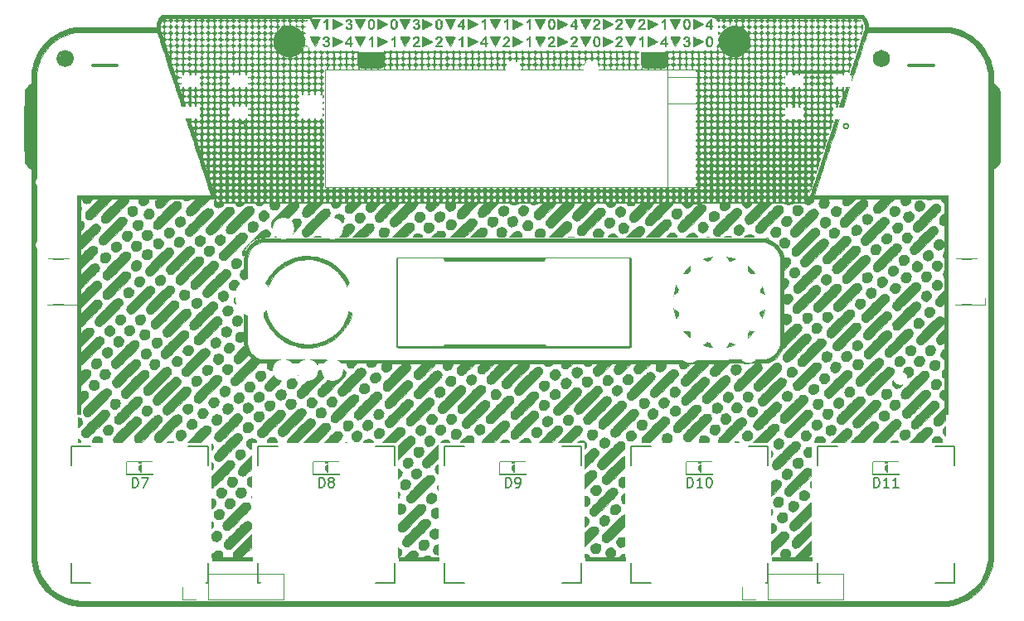
<source format=gto>
G04 #@! TF.GenerationSoftware,KiCad,Pcbnew,(5.1.0)-1*
G04 #@! TF.CreationDate,2019-05-19T22:51:14-06:00*
G04 #@! TF.ProjectId,laser-theremin,6c617365-722d-4746-9865-72656d696e2e,rev?*
G04 #@! TF.SameCoordinates,Original*
G04 #@! TF.FileFunction,Legend,Top*
G04 #@! TF.FilePolarity,Positive*
%FSLAX46Y46*%
G04 Gerber Fmt 4.6, Leading zero omitted, Abs format (unit mm)*
G04 Created by KiCad (PCBNEW (5.1.0)-1) date 2019-05-19 22:51:14*
%MOMM*%
%LPD*%
G04 APERTURE LIST*
%ADD10C,0.010000*%
%ADD11C,0.150000*%
%ADD12C,0.300000*%
%ADD13C,0.127000*%
%ADD14C,0.066040*%
%ADD15C,0.120000*%
%ADD16C,2.650000*%
%ADD17C,2.650000*%
%ADD18O,2.550000X2.150000*%
%ADD19C,1.600000*%
%ADD20C,2.400000*%
%ADD21C,4.387800*%
%ADD22R,2.400000X2.400000*%
%ADD23C,2.100000*%
%ADD24O,2.100000X2.100000*%
%ADD25R,1.400000X1.400000*%
%ADD26O,1.400000X1.400000*%
%ADD27C,1.300000*%
%ADD28R,1.400000X0.950000*%
%ADD29C,2.200000*%
%ADD30O,3.600000X3.900000*%
%ADD31O,2.550000X1.450000*%
%ADD32C,0.900000*%
%ADD33R,1.898600X1.299160*%
%ADD34R,1.162000X1.289000*%
%ADD35O,2.400000X1.600000*%
%ADD36C,1.400000*%
%ADD37R,2.100000X2.100000*%
%ADD38C,1.900000*%
G04 APERTURE END LIST*
D10*
G36*
X126258394Y-62851692D02*
G01*
X126259000Y-62856418D01*
X126243614Y-62885084D01*
X126237833Y-62889417D01*
X126219712Y-62884618D01*
X126216667Y-62869499D01*
X126227718Y-62840539D01*
X126237833Y-62836500D01*
X126258394Y-62851692D01*
X126258394Y-62851692D01*
G37*
X126258394Y-62851692D02*
X126259000Y-62856418D01*
X126243614Y-62885084D01*
X126237833Y-62889417D01*
X126219712Y-62884618D01*
X126216667Y-62869499D01*
X126227718Y-62840539D01*
X126237833Y-62836500D01*
X126258394Y-62851692D01*
G36*
X126094771Y-63088977D02*
G01*
X126067472Y-63133890D01*
X126045821Y-63149026D01*
X126014194Y-63141214D01*
X125994417Y-63132834D01*
X125968805Y-63118745D01*
X125982280Y-63113372D01*
X125986270Y-63113155D01*
X126025991Y-63099637D01*
X126074620Y-63069054D01*
X126076041Y-63067945D01*
X126131625Y-63024222D01*
X126094771Y-63088977D01*
X126094771Y-63088977D01*
G37*
X126094771Y-63088977D02*
X126067472Y-63133890D01*
X126045821Y-63149026D01*
X126014194Y-63141214D01*
X125994417Y-63132834D01*
X125968805Y-63118745D01*
X125982280Y-63113372D01*
X125986270Y-63113155D01*
X126025991Y-63099637D01*
X126074620Y-63069054D01*
X126076041Y-63067945D01*
X126131625Y-63024222D01*
X126094771Y-63088977D01*
G36*
X182583748Y-63123959D02*
G01*
X182591547Y-63131473D01*
X182621364Y-63169000D01*
X182619587Y-63184699D01*
X182589245Y-63173115D01*
X182574129Y-63162853D01*
X182522923Y-63138026D01*
X182489496Y-63131492D01*
X182462475Y-63128797D01*
X182472341Y-63120082D01*
X182497473Y-63109553D01*
X182543854Y-63100921D01*
X182583748Y-63123959D01*
X182583748Y-63123959D01*
G37*
X182583748Y-63123959D02*
X182591547Y-63131473D01*
X182621364Y-63169000D01*
X182619587Y-63184699D01*
X182589245Y-63173115D01*
X182574129Y-63162853D01*
X182522923Y-63138026D01*
X182489496Y-63131492D01*
X182462475Y-63128797D01*
X182472341Y-63120082D01*
X182497473Y-63109553D01*
X182543854Y-63100921D01*
X182583748Y-63123959D01*
G36*
X168018782Y-62912881D02*
G01*
X168053080Y-62972582D01*
X168107429Y-63032911D01*
X168169411Y-63082733D01*
X168226604Y-63110911D01*
X168242614Y-63113576D01*
X168258696Y-63118628D01*
X168233278Y-63130333D01*
X168218006Y-63134990D01*
X168158059Y-63163373D01*
X168097470Y-63208072D01*
X168088297Y-63216793D01*
X168025999Y-63279091D01*
X167962071Y-63150112D01*
X167898143Y-63021134D01*
X167945695Y-62931701D01*
X167993248Y-62842267D01*
X168018782Y-62912881D01*
X168018782Y-62912881D01*
G37*
X168018782Y-62912881D02*
X168053080Y-62972582D01*
X168107429Y-63032911D01*
X168169411Y-63082733D01*
X168226604Y-63110911D01*
X168242614Y-63113576D01*
X168258696Y-63118628D01*
X168233278Y-63130333D01*
X168218006Y-63134990D01*
X168158059Y-63163373D01*
X168097470Y-63208072D01*
X168088297Y-63216793D01*
X168025999Y-63279091D01*
X167962071Y-63150112D01*
X167898143Y-63021134D01*
X167945695Y-62931701D01*
X167993248Y-62842267D01*
X168018782Y-62912881D01*
G36*
X179552394Y-62916771D02*
G01*
X179582207Y-62956829D01*
X179594944Y-62975934D01*
X179652225Y-63038918D01*
X179726424Y-63088748D01*
X179732527Y-63091623D01*
X179776878Y-63115056D01*
X179790136Y-63129654D01*
X179781415Y-63132369D01*
X179722034Y-63148572D01*
X179656476Y-63188039D01*
X179602068Y-63238824D01*
X179581921Y-63269897D01*
X179556976Y-63309067D01*
X179535500Y-63323334D01*
X179511490Y-63306150D01*
X179489078Y-63269897D01*
X179450207Y-63218513D01*
X179390036Y-63171081D01*
X179325664Y-63139399D01*
X179290391Y-63132834D01*
X179284647Y-63124821D01*
X179311427Y-63104175D01*
X179345807Y-63085209D01*
X179412017Y-63042146D01*
X179467624Y-62989747D01*
X179482583Y-62969607D01*
X179512420Y-62925604D01*
X179533018Y-62902207D01*
X179535500Y-62901078D01*
X179552394Y-62916771D01*
X179552394Y-62916771D01*
G37*
X179552394Y-62916771D02*
X179582207Y-62956829D01*
X179594944Y-62975934D01*
X179652225Y-63038918D01*
X179726424Y-63088748D01*
X179732527Y-63091623D01*
X179776878Y-63115056D01*
X179790136Y-63129654D01*
X179781415Y-63132369D01*
X179722034Y-63148572D01*
X179656476Y-63188039D01*
X179602068Y-63238824D01*
X179581921Y-63269897D01*
X179556976Y-63309067D01*
X179535500Y-63323334D01*
X179511490Y-63306150D01*
X179489078Y-63269897D01*
X179450207Y-63218513D01*
X179390036Y-63171081D01*
X179325664Y-63139399D01*
X179290391Y-63132834D01*
X179284647Y-63124821D01*
X179311427Y-63104175D01*
X179345807Y-63085209D01*
X179412017Y-63042146D01*
X179467624Y-62989747D01*
X179482583Y-62969607D01*
X179512420Y-62925604D01*
X179533018Y-62902207D01*
X179535500Y-62901078D01*
X179552394Y-62916771D01*
G36*
X114062725Y-62917591D02*
G01*
X114091237Y-62957793D01*
X114098750Y-62969607D01*
X114144086Y-63020822D01*
X114208435Y-63069808D01*
X114235526Y-63085209D01*
X114281312Y-63111608D01*
X114298660Y-63128888D01*
X114290942Y-63132834D01*
X114232781Y-63148386D01*
X114167960Y-63187180D01*
X114113578Y-63237420D01*
X114092255Y-63269897D01*
X114067309Y-63309067D01*
X114045833Y-63323334D01*
X114021823Y-63306150D01*
X113999412Y-63269897D01*
X113960096Y-63218059D01*
X113899184Y-63170340D01*
X113834006Y-63138684D01*
X113799918Y-63132369D01*
X113792596Y-63124940D01*
X113819401Y-63106147D01*
X113848806Y-63091623D01*
X113923296Y-63043805D01*
X113982906Y-62981119D01*
X113986389Y-62975934D01*
X114018672Y-62929700D01*
X114041548Y-62903409D01*
X114045833Y-62901078D01*
X114062725Y-62917591D01*
X114062725Y-62917591D01*
G37*
X114062725Y-62917591D02*
X114091237Y-62957793D01*
X114098750Y-62969607D01*
X114144086Y-63020822D01*
X114208435Y-63069808D01*
X114235526Y-63085209D01*
X114281312Y-63111608D01*
X114298660Y-63128888D01*
X114290942Y-63132834D01*
X114232781Y-63148386D01*
X114167960Y-63187180D01*
X114113578Y-63237420D01*
X114092255Y-63269897D01*
X114067309Y-63309067D01*
X114045833Y-63323334D01*
X114021823Y-63306150D01*
X113999412Y-63269897D01*
X113960096Y-63218059D01*
X113899184Y-63170340D01*
X113834006Y-63138684D01*
X113799918Y-63132369D01*
X113792596Y-63124940D01*
X113819401Y-63106147D01*
X113848806Y-63091623D01*
X113923296Y-63043805D01*
X113982906Y-62981119D01*
X113986389Y-62975934D01*
X114018672Y-62929700D01*
X114041548Y-62903409D01*
X114045833Y-62901078D01*
X114062725Y-62917591D01*
G36*
X182115847Y-62853463D02*
G01*
X182117833Y-62865831D01*
X182134375Y-62924216D01*
X182176785Y-62989549D01*
X182234240Y-63050320D01*
X182295915Y-63095023D01*
X182349487Y-63112143D01*
X182351064Y-63120078D01*
X182320741Y-63140068D01*
X182281818Y-63159768D01*
X182212915Y-63198993D01*
X182169904Y-63245434D01*
X182144234Y-63296796D01*
X182114901Y-63357364D01*
X182091778Y-63384758D01*
X182077992Y-63376419D01*
X182075500Y-63353058D01*
X182057328Y-63290173D01*
X182010734Y-63225747D01*
X181947597Y-63171192D01*
X181879796Y-63137920D01*
X181846243Y-63132817D01*
X181842200Y-63124903D01*
X181870288Y-63104656D01*
X181901081Y-63088169D01*
X181982679Y-63034588D01*
X182042905Y-62969071D01*
X182073392Y-62901565D01*
X182075500Y-62880858D01*
X182084000Y-62845378D01*
X182096667Y-62836500D01*
X182115847Y-62853463D01*
X182115847Y-62853463D01*
G37*
X182115847Y-62853463D02*
X182117833Y-62865831D01*
X182134375Y-62924216D01*
X182176785Y-62989549D01*
X182234240Y-63050320D01*
X182295915Y-63095023D01*
X182349487Y-63112143D01*
X182351064Y-63120078D01*
X182320741Y-63140068D01*
X182281818Y-63159768D01*
X182212915Y-63198993D01*
X182169904Y-63245434D01*
X182144234Y-63296796D01*
X182114901Y-63357364D01*
X182091778Y-63384758D01*
X182077992Y-63376419D01*
X182075500Y-63353058D01*
X182057328Y-63290173D01*
X182010734Y-63225747D01*
X181947597Y-63171192D01*
X181879796Y-63137920D01*
X181846243Y-63132817D01*
X181842200Y-63124903D01*
X181870288Y-63104656D01*
X181901081Y-63088169D01*
X181982679Y-63034588D01*
X182042905Y-62969071D01*
X182073392Y-62901565D01*
X182075500Y-62880858D01*
X182084000Y-62845378D01*
X182096667Y-62836500D01*
X182115847Y-62853463D01*
G36*
X181458125Y-62863666D02*
G01*
X181463147Y-62875761D01*
X181529393Y-62987910D01*
X181625659Y-63070778D01*
X181657252Y-63088169D01*
X181701562Y-63113404D01*
X181717180Y-63129591D01*
X181709630Y-63132817D01*
X181659547Y-63146383D01*
X181599609Y-63179460D01*
X181548902Y-63220667D01*
X181535750Y-63236486D01*
X181509802Y-63277011D01*
X181481983Y-63323631D01*
X181449383Y-63380192D01*
X181409909Y-63291545D01*
X181366850Y-63220887D01*
X181304631Y-63174378D01*
X181281788Y-63163424D01*
X181193141Y-63123950D01*
X181249702Y-63091350D01*
X181300917Y-63060697D01*
X181336848Y-63037584D01*
X181378011Y-62995691D01*
X181416101Y-62936672D01*
X181439357Y-62880003D01*
X181441842Y-62863703D01*
X181446077Y-62844441D01*
X181458125Y-62863666D01*
X181458125Y-62863666D01*
G37*
X181458125Y-62863666D02*
X181463147Y-62875761D01*
X181529393Y-62987910D01*
X181625659Y-63070778D01*
X181657252Y-63088169D01*
X181701562Y-63113404D01*
X181717180Y-63129591D01*
X181709630Y-63132817D01*
X181659547Y-63146383D01*
X181599609Y-63179460D01*
X181548902Y-63220667D01*
X181535750Y-63236486D01*
X181509802Y-63277011D01*
X181481983Y-63323631D01*
X181449383Y-63380192D01*
X181409909Y-63291545D01*
X181366850Y-63220887D01*
X181304631Y-63174378D01*
X181281788Y-63163424D01*
X181193141Y-63123950D01*
X181249702Y-63091350D01*
X181300917Y-63060697D01*
X181336848Y-63037584D01*
X181378011Y-62995691D01*
X181416101Y-62936672D01*
X181439357Y-62880003D01*
X181441842Y-62863703D01*
X181446077Y-62844441D01*
X181458125Y-62863666D01*
G36*
X180832524Y-62885361D02*
G01*
X180845994Y-62913041D01*
X180889709Y-62983056D01*
X180949708Y-63046753D01*
X181014221Y-63093698D01*
X181071481Y-63113456D01*
X181072081Y-63113486D01*
X181091388Y-63117612D01*
X181070966Y-63127685D01*
X181057670Y-63131896D01*
X180950566Y-63184211D01*
X180872564Y-63266880D01*
X180853680Y-63300188D01*
X180814211Y-63379961D01*
X180774437Y-63298190D01*
X180726355Y-63228824D01*
X180661291Y-63171972D01*
X180592713Y-63138001D01*
X180559585Y-63132817D01*
X180552005Y-63125166D01*
X180578777Y-63104926D01*
X180610823Y-63087720D01*
X180677178Y-63043449D01*
X180738502Y-62983410D01*
X180784688Y-62919500D01*
X180805629Y-62863616D01*
X180805965Y-62858045D01*
X180813597Y-62855648D01*
X180832524Y-62885361D01*
X180832524Y-62885361D01*
G37*
X180832524Y-62885361D02*
X180845994Y-62913041D01*
X180889709Y-62983056D01*
X180949708Y-63046753D01*
X181014221Y-63093698D01*
X181071481Y-63113456D01*
X181072081Y-63113486D01*
X181091388Y-63117612D01*
X181070966Y-63127685D01*
X181057670Y-63131896D01*
X180950566Y-63184211D01*
X180872564Y-63266880D01*
X180853680Y-63300188D01*
X180814211Y-63379961D01*
X180774437Y-63298190D01*
X180726355Y-63228824D01*
X180661291Y-63171972D01*
X180592713Y-63138001D01*
X180559585Y-63132817D01*
X180552005Y-63125166D01*
X180578777Y-63104926D01*
X180610823Y-63087720D01*
X180677178Y-63043449D01*
X180738502Y-62983410D01*
X180784688Y-62919500D01*
X180805629Y-62863616D01*
X180805965Y-62858045D01*
X180813597Y-62855648D01*
X180832524Y-62885361D01*
G36*
X180185211Y-62854781D02*
G01*
X180198859Y-62898958D01*
X180199249Y-62900869D01*
X180227665Y-62962844D01*
X180281221Y-63027151D01*
X180346045Y-63079689D01*
X180399612Y-63104550D01*
X180425598Y-63113703D01*
X180422884Y-63125129D01*
X180387179Y-63144422D01*
X180359298Y-63157119D01*
X180277622Y-63202974D01*
X180228220Y-63257212D01*
X180201569Y-63328625D01*
X180186438Y-63370719D01*
X180170500Y-63386834D01*
X180153499Y-63368727D01*
X180139430Y-63328625D01*
X180116283Y-63263778D01*
X180074822Y-63214910D01*
X180004643Y-63170724D01*
X179984808Y-63160751D01*
X179932804Y-63133826D01*
X179915178Y-63118334D01*
X179927618Y-63108523D01*
X179942474Y-63104278D01*
X180005288Y-63072974D01*
X180068902Y-63017877D01*
X180119420Y-62953171D01*
X180141751Y-62900869D01*
X180155224Y-62856045D01*
X180170023Y-62836528D01*
X180170500Y-62836500D01*
X180185211Y-62854781D01*
X180185211Y-62854781D01*
G37*
X180185211Y-62854781D02*
X180198859Y-62898958D01*
X180199249Y-62900869D01*
X180227665Y-62962844D01*
X180281221Y-63027151D01*
X180346045Y-63079689D01*
X180399612Y-63104550D01*
X180425598Y-63113703D01*
X180422884Y-63125129D01*
X180387179Y-63144422D01*
X180359298Y-63157119D01*
X180277622Y-63202974D01*
X180228220Y-63257212D01*
X180201569Y-63328625D01*
X180186438Y-63370719D01*
X180170500Y-63386834D01*
X180153499Y-63368727D01*
X180139430Y-63328625D01*
X180116283Y-63263778D01*
X180074822Y-63214910D01*
X180004643Y-63170724D01*
X179984808Y-63160751D01*
X179932804Y-63133826D01*
X179915178Y-63118334D01*
X179927618Y-63108523D01*
X179942474Y-63104278D01*
X180005288Y-63072974D01*
X180068902Y-63017877D01*
X180119420Y-62953171D01*
X180141751Y-62900869D01*
X180155224Y-62856045D01*
X180170023Y-62836528D01*
X180170500Y-62836500D01*
X180185211Y-62854781D01*
G36*
X178919681Y-62853463D02*
G01*
X178921667Y-62865831D01*
X178938208Y-62924216D01*
X178980619Y-62989549D01*
X179038073Y-63050320D01*
X179099749Y-63095023D01*
X179153320Y-63112143D01*
X179154897Y-63120078D01*
X179124574Y-63140068D01*
X179085651Y-63159768D01*
X179016748Y-63198993D01*
X178973737Y-63245434D01*
X178948068Y-63296796D01*
X178918734Y-63357364D01*
X178895612Y-63384758D01*
X178881825Y-63376419D01*
X178879333Y-63353058D01*
X178861143Y-63290114D01*
X178814428Y-63225599D01*
X178750974Y-63170876D01*
X178682566Y-63137308D01*
X178650076Y-63132005D01*
X178642582Y-63124708D01*
X178669134Y-63107692D01*
X178678969Y-63103199D01*
X178747738Y-63062291D01*
X178810839Y-63006323D01*
X178858027Y-62946309D01*
X178879054Y-62893266D01*
X178879333Y-62887789D01*
X178886788Y-62848796D01*
X178900500Y-62836500D01*
X178919681Y-62853463D01*
X178919681Y-62853463D01*
G37*
X178919681Y-62853463D02*
X178921667Y-62865831D01*
X178938208Y-62924216D01*
X178980619Y-62989549D01*
X179038073Y-63050320D01*
X179099749Y-63095023D01*
X179153320Y-63112143D01*
X179154897Y-63120078D01*
X179124574Y-63140068D01*
X179085651Y-63159768D01*
X179016748Y-63198993D01*
X178973737Y-63245434D01*
X178948068Y-63296796D01*
X178918734Y-63357364D01*
X178895612Y-63384758D01*
X178881825Y-63376419D01*
X178879333Y-63353058D01*
X178861143Y-63290114D01*
X178814428Y-63225599D01*
X178750974Y-63170876D01*
X178682566Y-63137308D01*
X178650076Y-63132005D01*
X178642582Y-63124708D01*
X178669134Y-63107692D01*
X178678969Y-63103199D01*
X178747738Y-63062291D01*
X178810839Y-63006323D01*
X178858027Y-62946309D01*
X178879054Y-62893266D01*
X178879333Y-62887789D01*
X178886788Y-62848796D01*
X178900500Y-62836500D01*
X178919681Y-62853463D01*
G36*
X178262412Y-62866743D02*
G01*
X178289249Y-62916591D01*
X178289447Y-62916990D01*
X178334293Y-62983996D01*
X178395348Y-63046049D01*
X178460383Y-63092683D01*
X178517172Y-63113431D01*
X178519122Y-63113576D01*
X178523941Y-63119562D01*
X178494462Y-63131849D01*
X178485537Y-63134550D01*
X178404719Y-63176388D01*
X178330477Y-63247371D01*
X178283791Y-63319215D01*
X178254917Y-63377655D01*
X178211847Y-63293604D01*
X178143745Y-63206642D01*
X178076226Y-63160609D01*
X178030719Y-63133322D01*
X178012782Y-63115555D01*
X178019311Y-63111667D01*
X178058190Y-63095734D01*
X178109928Y-63055148D01*
X178164278Y-63000727D01*
X178210992Y-62943289D01*
X178239823Y-62893651D01*
X178244350Y-62874099D01*
X178248396Y-62853483D01*
X178262412Y-62866743D01*
X178262412Y-62866743D01*
G37*
X178262412Y-62866743D02*
X178289249Y-62916591D01*
X178289447Y-62916990D01*
X178334293Y-62983996D01*
X178395348Y-63046049D01*
X178460383Y-63092683D01*
X178517172Y-63113431D01*
X178519122Y-63113576D01*
X178523941Y-63119562D01*
X178494462Y-63131849D01*
X178485537Y-63134550D01*
X178404719Y-63176388D01*
X178330477Y-63247371D01*
X178283791Y-63319215D01*
X178254917Y-63377655D01*
X178211847Y-63293604D01*
X178143745Y-63206642D01*
X178076226Y-63160609D01*
X178030719Y-63133322D01*
X178012782Y-63115555D01*
X178019311Y-63111667D01*
X178058190Y-63095734D01*
X178109928Y-63055148D01*
X178164278Y-63000727D01*
X178210992Y-62943289D01*
X178239823Y-62893651D01*
X178244350Y-62874099D01*
X178248396Y-62853483D01*
X178262412Y-62866743D01*
G36*
X177630483Y-62873888D02*
G01*
X177630483Y-62874099D01*
X177645584Y-62915151D01*
X177684034Y-62969775D01*
X177735586Y-63027152D01*
X177789993Y-63076464D01*
X177837006Y-63106894D01*
X177855522Y-63111667D01*
X177859604Y-63120032D01*
X177831901Y-63141522D01*
X177798987Y-63160408D01*
X177706401Y-63231164D01*
X177661689Y-63294485D01*
X177616563Y-63379820D01*
X177590891Y-63321822D01*
X177538132Y-63239987D01*
X177464559Y-63172539D01*
X177389296Y-63134550D01*
X177354059Y-63121540D01*
X177351845Y-63114034D01*
X177355711Y-63113576D01*
X177411909Y-63094095D01*
X177476848Y-63048306D01*
X177538301Y-62986674D01*
X177584041Y-62919665D01*
X177585386Y-62916990D01*
X177612306Y-62866923D01*
X177626387Y-62853460D01*
X177630483Y-62873888D01*
X177630483Y-62873888D01*
G37*
X177630483Y-62873888D02*
X177630483Y-62874099D01*
X177645584Y-62915151D01*
X177684034Y-62969775D01*
X177735586Y-63027152D01*
X177789993Y-63076464D01*
X177837006Y-63106894D01*
X177855522Y-63111667D01*
X177859604Y-63120032D01*
X177831901Y-63141522D01*
X177798987Y-63160408D01*
X177706401Y-63231164D01*
X177661689Y-63294485D01*
X177616563Y-63379820D01*
X177590891Y-63321822D01*
X177538132Y-63239987D01*
X177464559Y-63172539D01*
X177389296Y-63134550D01*
X177354059Y-63121540D01*
X177351845Y-63114034D01*
X177355711Y-63113576D01*
X177411909Y-63094095D01*
X177476848Y-63048306D01*
X177538301Y-62986674D01*
X177584041Y-62919665D01*
X177585386Y-62916990D01*
X177612306Y-62866923D01*
X177626387Y-62853460D01*
X177630483Y-62873888D01*
G36*
X176993228Y-62860279D02*
G01*
X176995500Y-62888398D01*
X177011984Y-62936672D01*
X177053965Y-62994343D01*
X177110233Y-63049714D01*
X177169579Y-63091090D01*
X177202604Y-63104486D01*
X177229793Y-63113575D01*
X177228697Y-63124447D01*
X177195008Y-63142551D01*
X177160442Y-63157819D01*
X177083390Y-63205398D01*
X177025766Y-63268268D01*
X176997062Y-63335193D01*
X176995500Y-63353058D01*
X176987325Y-63383846D01*
X176968942Y-63381328D01*
X176949562Y-63349811D01*
X176943264Y-63328625D01*
X176920116Y-63263778D01*
X176878655Y-63214910D01*
X176808476Y-63170724D01*
X176788641Y-63160751D01*
X176736637Y-63133826D01*
X176719011Y-63118334D01*
X176731451Y-63108523D01*
X176746308Y-63104278D01*
X176809122Y-63072974D01*
X176872736Y-63017877D01*
X176923253Y-62953171D01*
X176945584Y-62900869D01*
X176961967Y-62852313D01*
X176980248Y-62838184D01*
X176993228Y-62860279D01*
X176993228Y-62860279D01*
G37*
X176993228Y-62860279D02*
X176995500Y-62888398D01*
X177011984Y-62936672D01*
X177053965Y-62994343D01*
X177110233Y-63049714D01*
X177169579Y-63091090D01*
X177202604Y-63104486D01*
X177229793Y-63113575D01*
X177228697Y-63124447D01*
X177195008Y-63142551D01*
X177160442Y-63157819D01*
X177083390Y-63205398D01*
X177025766Y-63268268D01*
X176997062Y-63335193D01*
X176995500Y-63353058D01*
X176987325Y-63383846D01*
X176968942Y-63381328D01*
X176949562Y-63349811D01*
X176943264Y-63328625D01*
X176920116Y-63263778D01*
X176878655Y-63214910D01*
X176808476Y-63170724D01*
X176788641Y-63160751D01*
X176736637Y-63133826D01*
X176719011Y-63118334D01*
X176731451Y-63108523D01*
X176746308Y-63104278D01*
X176809122Y-63072974D01*
X176872736Y-63017877D01*
X176923253Y-62953171D01*
X176945584Y-62900869D01*
X176961967Y-62852313D01*
X176980248Y-62838184D01*
X176993228Y-62860279D01*
G36*
X176343690Y-62872294D02*
G01*
X176346514Y-62883395D01*
X176387579Y-62968855D01*
X176460297Y-63044650D01*
X176538753Y-63092694D01*
X176585722Y-63117265D01*
X176594208Y-63130477D01*
X176582750Y-63132508D01*
X176517074Y-63151434D01*
X176448229Y-63200053D01*
X176388626Y-63268697D01*
X176371485Y-63297078D01*
X176328021Y-63378338D01*
X176290040Y-63298840D01*
X176243494Y-63231809D01*
X176178748Y-63175049D01*
X176109836Y-63139286D01*
X176072251Y-63132369D01*
X176063598Y-63125077D01*
X176090391Y-63106240D01*
X176117083Y-63093025D01*
X176207213Y-63039676D01*
X176268954Y-62970215D01*
X176303702Y-62902080D01*
X176323745Y-62857106D01*
X176334725Y-62848202D01*
X176343690Y-62872294D01*
X176343690Y-62872294D01*
G37*
X176343690Y-62872294D02*
X176346514Y-62883395D01*
X176387579Y-62968855D01*
X176460297Y-63044650D01*
X176538753Y-63092694D01*
X176585722Y-63117265D01*
X176594208Y-63130477D01*
X176582750Y-63132508D01*
X176517074Y-63151434D01*
X176448229Y-63200053D01*
X176388626Y-63268697D01*
X176371485Y-63297078D01*
X176328021Y-63378338D01*
X176290040Y-63298840D01*
X176243494Y-63231809D01*
X176178748Y-63175049D01*
X176109836Y-63139286D01*
X176072251Y-63132369D01*
X176063598Y-63125077D01*
X176090391Y-63106240D01*
X176117083Y-63093025D01*
X176207213Y-63039676D01*
X176268954Y-62970215D01*
X176303702Y-62902080D01*
X176323745Y-62857106D01*
X176334725Y-62848202D01*
X176343690Y-62872294D01*
G36*
X175702971Y-62860039D02*
G01*
X175702991Y-62860539D01*
X175721269Y-62923220D01*
X175764719Y-62991083D01*
X175822808Y-63052754D01*
X175885005Y-63096861D01*
X175935987Y-63112143D01*
X175937615Y-63120085D01*
X175907345Y-63140085D01*
X175868857Y-63159596D01*
X175799078Y-63199789D01*
X175754090Y-63249185D01*
X175726673Y-63301994D01*
X175702879Y-63350963D01*
X175687289Y-63373636D01*
X175683857Y-63370662D01*
X175665036Y-63313193D01*
X175618863Y-63249788D01*
X175556831Y-63191335D01*
X175490436Y-63148721D01*
X175432743Y-63132817D01*
X175428700Y-63124903D01*
X175456788Y-63104656D01*
X175487581Y-63088169D01*
X175591721Y-63013866D01*
X175666510Y-62909549D01*
X175681686Y-62875761D01*
X175696821Y-62847512D01*
X175702971Y-62860039D01*
X175702971Y-62860039D01*
G37*
X175702971Y-62860039D02*
X175702991Y-62860539D01*
X175721269Y-62923220D01*
X175764719Y-62991083D01*
X175822808Y-63052754D01*
X175885005Y-63096861D01*
X175935987Y-63112143D01*
X175937615Y-63120085D01*
X175907345Y-63140085D01*
X175868857Y-63159596D01*
X175799078Y-63199789D01*
X175754090Y-63249185D01*
X175726673Y-63301994D01*
X175702879Y-63350963D01*
X175687289Y-63373636D01*
X175683857Y-63370662D01*
X175665036Y-63313193D01*
X175618863Y-63249788D01*
X175556831Y-63191335D01*
X175490436Y-63148721D01*
X175432743Y-63132817D01*
X175428700Y-63124903D01*
X175456788Y-63104656D01*
X175487581Y-63088169D01*
X175591721Y-63013866D01*
X175666510Y-62909549D01*
X175681686Y-62875761D01*
X175696821Y-62847512D01*
X175702971Y-62860039D01*
G36*
X175044625Y-62863666D02*
G01*
X175049647Y-62875761D01*
X175115893Y-62987910D01*
X175212159Y-63070778D01*
X175243752Y-63088169D01*
X175288062Y-63113404D01*
X175303680Y-63129591D01*
X175296130Y-63132817D01*
X175246047Y-63146383D01*
X175186109Y-63179460D01*
X175135402Y-63220667D01*
X175122250Y-63236486D01*
X175096302Y-63277011D01*
X175068483Y-63323631D01*
X175035883Y-63380192D01*
X174996409Y-63291545D01*
X174953350Y-63220887D01*
X174891131Y-63174378D01*
X174868288Y-63163424D01*
X174779641Y-63123950D01*
X174836202Y-63091350D01*
X174887417Y-63060697D01*
X174923348Y-63037584D01*
X174964511Y-62995691D01*
X175002601Y-62936672D01*
X175025857Y-62880003D01*
X175028342Y-62863703D01*
X175032577Y-62844441D01*
X175044625Y-62863666D01*
X175044625Y-62863666D01*
G37*
X175044625Y-62863666D02*
X175049647Y-62875761D01*
X175115893Y-62987910D01*
X175212159Y-63070778D01*
X175243752Y-63088169D01*
X175288062Y-63113404D01*
X175303680Y-63129591D01*
X175296130Y-63132817D01*
X175246047Y-63146383D01*
X175186109Y-63179460D01*
X175135402Y-63220667D01*
X175122250Y-63236486D01*
X175096302Y-63277011D01*
X175068483Y-63323631D01*
X175035883Y-63380192D01*
X174996409Y-63291545D01*
X174953350Y-63220887D01*
X174891131Y-63174378D01*
X174868288Y-63163424D01*
X174779641Y-63123950D01*
X174836202Y-63091350D01*
X174887417Y-63060697D01*
X174923348Y-63037584D01*
X174964511Y-62995691D01*
X175002601Y-62936672D01*
X175025857Y-62880003D01*
X175028342Y-62863703D01*
X175032577Y-62844441D01*
X175044625Y-62863666D01*
G36*
X174419024Y-62885361D02*
G01*
X174432494Y-62913041D01*
X174476209Y-62983056D01*
X174536208Y-63046753D01*
X174600721Y-63093698D01*
X174657981Y-63113456D01*
X174658581Y-63113486D01*
X174677888Y-63117612D01*
X174657466Y-63127685D01*
X174644170Y-63131896D01*
X174537066Y-63184211D01*
X174459064Y-63266880D01*
X174440180Y-63300188D01*
X174400711Y-63379961D01*
X174360937Y-63298190D01*
X174312855Y-63228824D01*
X174247791Y-63171972D01*
X174179213Y-63138001D01*
X174146085Y-63132817D01*
X174138505Y-63125166D01*
X174165277Y-63104926D01*
X174197323Y-63087720D01*
X174263678Y-63043449D01*
X174325002Y-62983410D01*
X174371188Y-62919500D01*
X174392129Y-62863616D01*
X174392465Y-62858045D01*
X174400097Y-62855648D01*
X174419024Y-62885361D01*
X174419024Y-62885361D01*
G37*
X174419024Y-62885361D02*
X174432494Y-62913041D01*
X174476209Y-62983056D01*
X174536208Y-63046753D01*
X174600721Y-63093698D01*
X174657981Y-63113456D01*
X174658581Y-63113486D01*
X174677888Y-63117612D01*
X174657466Y-63127685D01*
X174644170Y-63131896D01*
X174537066Y-63184211D01*
X174459064Y-63266880D01*
X174440180Y-63300188D01*
X174400711Y-63379961D01*
X174360937Y-63298190D01*
X174312855Y-63228824D01*
X174247791Y-63171972D01*
X174179213Y-63138001D01*
X174146085Y-63132817D01*
X174138505Y-63125166D01*
X174165277Y-63104926D01*
X174197323Y-63087720D01*
X174263678Y-63043449D01*
X174325002Y-62983410D01*
X174371188Y-62919500D01*
X174392129Y-62863616D01*
X174392465Y-62858045D01*
X174400097Y-62855648D01*
X174419024Y-62885361D01*
G36*
X173771711Y-62854781D02*
G01*
X173785359Y-62898958D01*
X173785749Y-62900869D01*
X173814011Y-62962530D01*
X173867268Y-63026727D01*
X173931623Y-63079275D01*
X173985025Y-63104278D01*
X174010004Y-63113405D01*
X174006925Y-63125535D01*
X173971476Y-63146416D01*
X173942692Y-63160751D01*
X173864983Y-63205404D01*
X173818227Y-63252313D01*
X173792021Y-63312773D01*
X173788069Y-63328625D01*
X173772938Y-63370719D01*
X173757000Y-63386834D01*
X173739999Y-63368727D01*
X173725930Y-63328625D01*
X173702783Y-63263778D01*
X173661322Y-63214910D01*
X173591143Y-63170724D01*
X173571308Y-63160751D01*
X173519304Y-63133826D01*
X173501678Y-63118334D01*
X173514118Y-63108523D01*
X173528974Y-63104278D01*
X173591788Y-63072974D01*
X173655402Y-63017877D01*
X173705920Y-62953171D01*
X173728251Y-62900869D01*
X173741724Y-62856045D01*
X173756523Y-62836528D01*
X173757000Y-62836500D01*
X173771711Y-62854781D01*
X173771711Y-62854781D01*
G37*
X173771711Y-62854781D02*
X173785359Y-62898958D01*
X173785749Y-62900869D01*
X173814011Y-62962530D01*
X173867268Y-63026727D01*
X173931623Y-63079275D01*
X173985025Y-63104278D01*
X174010004Y-63113405D01*
X174006925Y-63125535D01*
X173971476Y-63146416D01*
X173942692Y-63160751D01*
X173864983Y-63205404D01*
X173818227Y-63252313D01*
X173792021Y-63312773D01*
X173788069Y-63328625D01*
X173772938Y-63370719D01*
X173757000Y-63386834D01*
X173739999Y-63368727D01*
X173725930Y-63328625D01*
X173702783Y-63263778D01*
X173661322Y-63214910D01*
X173591143Y-63170724D01*
X173571308Y-63160751D01*
X173519304Y-63133826D01*
X173501678Y-63118334D01*
X173514118Y-63108523D01*
X173528974Y-63104278D01*
X173591788Y-63072974D01*
X173655402Y-63017877D01*
X173705920Y-62953171D01*
X173728251Y-62900869D01*
X173741724Y-62856045D01*
X173756523Y-62836528D01*
X173757000Y-62836500D01*
X173771711Y-62854781D01*
G36*
X173121535Y-62858045D02*
G01*
X173138788Y-62912177D01*
X173182493Y-62975754D01*
X173242542Y-63036880D01*
X173308828Y-63083658D01*
X173316677Y-63087720D01*
X173365906Y-63115363D01*
X173377143Y-63130417D01*
X173365417Y-63132956D01*
X173299572Y-63151506D01*
X173230600Y-63200620D01*
X173170070Y-63271159D01*
X173151634Y-63301784D01*
X173123391Y-63352393D01*
X173107807Y-63369214D01*
X173098206Y-63356120D01*
X173092667Y-63336011D01*
X173060859Y-63273808D01*
X173003341Y-63210095D01*
X172934051Y-63158203D01*
X172882494Y-63134990D01*
X172847165Y-63121722D01*
X172848837Y-63114226D01*
X172855419Y-63113576D01*
X172912609Y-63094094D01*
X172977163Y-63047311D01*
X173037298Y-62983678D01*
X173081229Y-62913648D01*
X173081506Y-62913041D01*
X173104510Y-62868554D01*
X173119012Y-62852337D01*
X173121535Y-62858045D01*
X173121535Y-62858045D01*
G37*
X173121535Y-62858045D02*
X173138788Y-62912177D01*
X173182493Y-62975754D01*
X173242542Y-63036880D01*
X173308828Y-63083658D01*
X173316677Y-63087720D01*
X173365906Y-63115363D01*
X173377143Y-63130417D01*
X173365417Y-63132956D01*
X173299572Y-63151506D01*
X173230600Y-63200620D01*
X173170070Y-63271159D01*
X173151634Y-63301784D01*
X173123391Y-63352393D01*
X173107807Y-63369214D01*
X173098206Y-63356120D01*
X173092667Y-63336011D01*
X173060859Y-63273808D01*
X173003341Y-63210095D01*
X172934051Y-63158203D01*
X172882494Y-63134990D01*
X172847165Y-63121722D01*
X172848837Y-63114226D01*
X172855419Y-63113576D01*
X172912609Y-63094094D01*
X172977163Y-63047311D01*
X173037298Y-62983678D01*
X173081229Y-62913648D01*
X173081506Y-62913041D01*
X173104510Y-62868554D01*
X173119012Y-62852337D01*
X173121535Y-62858045D01*
G36*
X172485107Y-62854762D02*
G01*
X172485658Y-62863703D01*
X172500555Y-62914652D01*
X172534585Y-62975070D01*
X172575988Y-63025483D01*
X172590652Y-63037584D01*
X172631177Y-63063532D01*
X172677798Y-63091350D01*
X172734358Y-63123950D01*
X172646390Y-63163122D01*
X172580199Y-63202614D01*
X172533612Y-63259582D01*
X172512604Y-63299855D01*
X172487114Y-63349439D01*
X172470269Y-63373232D01*
X172466310Y-63370662D01*
X172447915Y-63313616D01*
X172402144Y-63250477D01*
X172340423Y-63192076D01*
X172274178Y-63149247D01*
X172215409Y-63132817D01*
X172211367Y-63124903D01*
X172239455Y-63104656D01*
X172270248Y-63088169D01*
X172374388Y-63013866D01*
X172449177Y-62909549D01*
X172464353Y-62875761D01*
X172479051Y-62845784D01*
X172485107Y-62854762D01*
X172485107Y-62854762D01*
G37*
X172485107Y-62854762D02*
X172485658Y-62863703D01*
X172500555Y-62914652D01*
X172534585Y-62975070D01*
X172575988Y-63025483D01*
X172590652Y-63037584D01*
X172631177Y-63063532D01*
X172677798Y-63091350D01*
X172734358Y-63123950D01*
X172646390Y-63163122D01*
X172580199Y-63202614D01*
X172533612Y-63259582D01*
X172512604Y-63299855D01*
X172487114Y-63349439D01*
X172470269Y-63373232D01*
X172466310Y-63370662D01*
X172447915Y-63313616D01*
X172402144Y-63250477D01*
X172340423Y-63192076D01*
X172274178Y-63149247D01*
X172215409Y-63132817D01*
X172211367Y-63124903D01*
X172239455Y-63104656D01*
X172270248Y-63088169D01*
X172374388Y-63013866D01*
X172449177Y-62909549D01*
X172464353Y-62875761D01*
X172479051Y-62845784D01*
X172485107Y-62854762D01*
G36*
X171832023Y-62875039D02*
G01*
X171832314Y-62875761D01*
X171898560Y-62987910D01*
X171994825Y-63070778D01*
X172026418Y-63088169D01*
X172070729Y-63113404D01*
X172086347Y-63129591D01*
X172078797Y-63132817D01*
X172028714Y-63146383D01*
X171968775Y-63179460D01*
X171918069Y-63220667D01*
X171904917Y-63236486D01*
X171879006Y-63276961D01*
X171851000Y-63323912D01*
X171818250Y-63380752D01*
X171782265Y-63293835D01*
X171748224Y-63231915D01*
X171698831Y-63188189D01*
X171645682Y-63159768D01*
X171596197Y-63133986D01*
X171573499Y-63116661D01*
X171578013Y-63112143D01*
X171634861Y-63093698D01*
X171697121Y-63047409D01*
X171754260Y-62984648D01*
X171795748Y-62916790D01*
X171811008Y-62860539D01*
X171817018Y-62847398D01*
X171832023Y-62875039D01*
X171832023Y-62875039D01*
G37*
X171832023Y-62875039D02*
X171832314Y-62875761D01*
X171898560Y-62987910D01*
X171994825Y-63070778D01*
X172026418Y-63088169D01*
X172070729Y-63113404D01*
X172086347Y-63129591D01*
X172078797Y-63132817D01*
X172028714Y-63146383D01*
X171968775Y-63179460D01*
X171918069Y-63220667D01*
X171904917Y-63236486D01*
X171879006Y-63276961D01*
X171851000Y-63323912D01*
X171818250Y-63380752D01*
X171782265Y-63293835D01*
X171748224Y-63231915D01*
X171698831Y-63188189D01*
X171645682Y-63159768D01*
X171596197Y-63133986D01*
X171573499Y-63116661D01*
X171578013Y-63112143D01*
X171634861Y-63093698D01*
X171697121Y-63047409D01*
X171754260Y-62984648D01*
X171795748Y-62916790D01*
X171811008Y-62860539D01*
X171817018Y-62847398D01*
X171832023Y-62875039D01*
G36*
X171200190Y-62872294D02*
G01*
X171203014Y-62883395D01*
X171244079Y-62968855D01*
X171316797Y-63044650D01*
X171395253Y-63092694D01*
X171439090Y-63115945D01*
X171450715Y-63130002D01*
X171441748Y-63132369D01*
X171376919Y-63150426D01*
X171307760Y-63196227D01*
X171248045Y-63259248D01*
X171223311Y-63299248D01*
X171183378Y-63379961D01*
X171143604Y-63298190D01*
X171095299Y-63228594D01*
X171029841Y-63171534D01*
X170960809Y-63137490D01*
X170928751Y-63132369D01*
X170920098Y-63125077D01*
X170946891Y-63106240D01*
X170973583Y-63093025D01*
X171063713Y-63039676D01*
X171125454Y-62970215D01*
X171160202Y-62902080D01*
X171180245Y-62857106D01*
X171191225Y-62848202D01*
X171200190Y-62872294D01*
X171200190Y-62872294D01*
G37*
X171200190Y-62872294D02*
X171203014Y-62883395D01*
X171244079Y-62968855D01*
X171316797Y-63044650D01*
X171395253Y-63092694D01*
X171439090Y-63115945D01*
X171450715Y-63130002D01*
X171441748Y-63132369D01*
X171376919Y-63150426D01*
X171307760Y-63196227D01*
X171248045Y-63259248D01*
X171223311Y-63299248D01*
X171183378Y-63379961D01*
X171143604Y-63298190D01*
X171095299Y-63228594D01*
X171029841Y-63171534D01*
X170960809Y-63137490D01*
X170928751Y-63132369D01*
X170920098Y-63125077D01*
X170946891Y-63106240D01*
X170973583Y-63093025D01*
X171063713Y-63039676D01*
X171125454Y-62970215D01*
X171160202Y-62902080D01*
X171180245Y-62857106D01*
X171191225Y-62848202D01*
X171200190Y-62872294D01*
G36*
X170560105Y-62870106D02*
G01*
X170568415Y-62900869D01*
X170596678Y-62962530D01*
X170649935Y-63026727D01*
X170714289Y-63079275D01*
X170767692Y-63104278D01*
X170792671Y-63113405D01*
X170789591Y-63125535D01*
X170754143Y-63146416D01*
X170725359Y-63160751D01*
X170647650Y-63205404D01*
X170600894Y-63252313D01*
X170574688Y-63312773D01*
X170570736Y-63328625D01*
X170553731Y-63371191D01*
X170533797Y-63386595D01*
X170520145Y-63370529D01*
X170518500Y-63353058D01*
X170499553Y-63287005D01*
X170449039Y-63221874D01*
X170376451Y-63168901D01*
X170353558Y-63157819D01*
X170299807Y-63133309D01*
X170281054Y-63119073D01*
X170292990Y-63109661D01*
X170311396Y-63104486D01*
X170367097Y-63077444D01*
X170426579Y-63029249D01*
X170478635Y-62971598D01*
X170512054Y-62916184D01*
X170518500Y-62888398D01*
X170525522Y-62845690D01*
X170541790Y-62840192D01*
X170560105Y-62870106D01*
X170560105Y-62870106D01*
G37*
X170560105Y-62870106D02*
X170568415Y-62900869D01*
X170596678Y-62962530D01*
X170649935Y-63026727D01*
X170714289Y-63079275D01*
X170767692Y-63104278D01*
X170792671Y-63113405D01*
X170789591Y-63125535D01*
X170754143Y-63146416D01*
X170725359Y-63160751D01*
X170647650Y-63205404D01*
X170600894Y-63252313D01*
X170574688Y-63312773D01*
X170570736Y-63328625D01*
X170553731Y-63371191D01*
X170533797Y-63386595D01*
X170520145Y-63370529D01*
X170518500Y-63353058D01*
X170499553Y-63287005D01*
X170449039Y-63221874D01*
X170376451Y-63168901D01*
X170353558Y-63157819D01*
X170299807Y-63133309D01*
X170281054Y-63119073D01*
X170292990Y-63109661D01*
X170311396Y-63104486D01*
X170367097Y-63077444D01*
X170426579Y-63029249D01*
X170478635Y-62971598D01*
X170512054Y-62916184D01*
X170518500Y-62888398D01*
X170525522Y-62845690D01*
X170541790Y-62840192D01*
X170560105Y-62870106D01*
G36*
X169901578Y-62866743D02*
G01*
X169928416Y-62916591D01*
X169928613Y-62916990D01*
X169973460Y-62983996D01*
X170034515Y-63046049D01*
X170099550Y-63092683D01*
X170156339Y-63113431D01*
X170158288Y-63113576D01*
X170163107Y-63119562D01*
X170133629Y-63131849D01*
X170124704Y-63134550D01*
X170043886Y-63176388D01*
X169969643Y-63247371D01*
X169922957Y-63319215D01*
X169894083Y-63377655D01*
X169851014Y-63293604D01*
X169782912Y-63206642D01*
X169715393Y-63160609D01*
X169669886Y-63133322D01*
X169651948Y-63115555D01*
X169658478Y-63111667D01*
X169697357Y-63095734D01*
X169749095Y-63055148D01*
X169803444Y-63000727D01*
X169850159Y-62943289D01*
X169878990Y-62893651D01*
X169883517Y-62874099D01*
X169887563Y-62853483D01*
X169901578Y-62866743D01*
X169901578Y-62866743D01*
G37*
X169901578Y-62866743D02*
X169928416Y-62916591D01*
X169928613Y-62916990D01*
X169973460Y-62983996D01*
X170034515Y-63046049D01*
X170099550Y-63092683D01*
X170156339Y-63113431D01*
X170158288Y-63113576D01*
X170163107Y-63119562D01*
X170133629Y-63131849D01*
X170124704Y-63134550D01*
X170043886Y-63176388D01*
X169969643Y-63247371D01*
X169922957Y-63319215D01*
X169894083Y-63377655D01*
X169851014Y-63293604D01*
X169782912Y-63206642D01*
X169715393Y-63160609D01*
X169669886Y-63133322D01*
X169651948Y-63115555D01*
X169658478Y-63111667D01*
X169697357Y-63095734D01*
X169749095Y-63055148D01*
X169803444Y-63000727D01*
X169850159Y-62943289D01*
X169878990Y-62893651D01*
X169883517Y-62874099D01*
X169887563Y-62853483D01*
X169901578Y-62866743D01*
G36*
X169269650Y-62873888D02*
G01*
X169269650Y-62874099D01*
X169284751Y-62915151D01*
X169323201Y-62969775D01*
X169374753Y-63027152D01*
X169429159Y-63076464D01*
X169476173Y-63106894D01*
X169494689Y-63111667D01*
X169498771Y-63120032D01*
X169471068Y-63141522D01*
X169438154Y-63160408D01*
X169345568Y-63231164D01*
X169300856Y-63294485D01*
X169255730Y-63379820D01*
X169230057Y-63321822D01*
X169177299Y-63239987D01*
X169103725Y-63172539D01*
X169028462Y-63134550D01*
X168993226Y-63121540D01*
X168991011Y-63114034D01*
X168994878Y-63113576D01*
X169051075Y-63094095D01*
X169116014Y-63048306D01*
X169177468Y-62986674D01*
X169223208Y-62919665D01*
X169224553Y-62916990D01*
X169251473Y-62866923D01*
X169265554Y-62853460D01*
X169269650Y-62873888D01*
X169269650Y-62873888D01*
G37*
X169269650Y-62873888D02*
X169269650Y-62874099D01*
X169284751Y-62915151D01*
X169323201Y-62969775D01*
X169374753Y-63027152D01*
X169429159Y-63076464D01*
X169476173Y-63106894D01*
X169494689Y-63111667D01*
X169498771Y-63120032D01*
X169471068Y-63141522D01*
X169438154Y-63160408D01*
X169345568Y-63231164D01*
X169300856Y-63294485D01*
X169255730Y-63379820D01*
X169230057Y-63321822D01*
X169177299Y-63239987D01*
X169103725Y-63172539D01*
X169028462Y-63134550D01*
X168993226Y-63121540D01*
X168991011Y-63114034D01*
X168994878Y-63113576D01*
X169051075Y-63094095D01*
X169116014Y-63048306D01*
X169177468Y-62986674D01*
X169223208Y-62919665D01*
X169224553Y-62916990D01*
X169251473Y-62866923D01*
X169265554Y-62853460D01*
X169269650Y-62873888D01*
G36*
X168631225Y-62865037D02*
G01*
X168632211Y-62882497D01*
X168651729Y-62938840D01*
X168699070Y-63002001D01*
X168763815Y-63060641D01*
X168835031Y-63103199D01*
X168870742Y-63122437D01*
X168867774Y-63131524D01*
X168861463Y-63132005D01*
X168811226Y-63146381D01*
X168749943Y-63180621D01*
X168695765Y-63223932D01*
X168682540Y-63238376D01*
X168656846Y-63283079D01*
X168640206Y-63327629D01*
X168629665Y-63360431D01*
X168619524Y-63364969D01*
X168603409Y-63337430D01*
X168583759Y-63293870D01*
X168542413Y-63223876D01*
X168484506Y-63178083D01*
X168453653Y-63162918D01*
X168363871Y-63122939D01*
X168419894Y-63097233D01*
X168515618Y-63033309D01*
X168586984Y-62945197D01*
X168619227Y-62867368D01*
X168627030Y-62846415D01*
X168631225Y-62865037D01*
X168631225Y-62865037D01*
G37*
X168631225Y-62865037D02*
X168632211Y-62882497D01*
X168651729Y-62938840D01*
X168699070Y-63002001D01*
X168763815Y-63060641D01*
X168835031Y-63103199D01*
X168870742Y-63122437D01*
X168867774Y-63131524D01*
X168861463Y-63132005D01*
X168811226Y-63146381D01*
X168749943Y-63180621D01*
X168695765Y-63223932D01*
X168682540Y-63238376D01*
X168656846Y-63283079D01*
X168640206Y-63327629D01*
X168629665Y-63360431D01*
X168619524Y-63364969D01*
X168603409Y-63337430D01*
X168583759Y-63293870D01*
X168542413Y-63223876D01*
X168484506Y-63178083D01*
X168453653Y-63162918D01*
X168363871Y-63122939D01*
X168419894Y-63097233D01*
X168515618Y-63033309D01*
X168586984Y-62945197D01*
X168619227Y-62867368D01*
X168627030Y-62846415D01*
X168631225Y-62865037D01*
G36*
X125602368Y-62858045D02*
G01*
X125619419Y-62912154D01*
X125662373Y-62975951D01*
X125720892Y-63037244D01*
X125784639Y-63083839D01*
X125800732Y-63092014D01*
X125848131Y-63116759D01*
X125857638Y-63130310D01*
X125846250Y-63132508D01*
X125779825Y-63151723D01*
X125710521Y-63201473D01*
X125649991Y-63272530D01*
X125632467Y-63301784D01*
X125604225Y-63352393D01*
X125588640Y-63369214D01*
X125579040Y-63356120D01*
X125573500Y-63336011D01*
X125541692Y-63273808D01*
X125484174Y-63210095D01*
X125414884Y-63158203D01*
X125363327Y-63134990D01*
X125327998Y-63121722D01*
X125329670Y-63114226D01*
X125336252Y-63113576D01*
X125393442Y-63094094D01*
X125457997Y-63047311D01*
X125518132Y-62983678D01*
X125562062Y-62913648D01*
X125562339Y-62913041D01*
X125585343Y-62868554D01*
X125599845Y-62852337D01*
X125602368Y-62858045D01*
X125602368Y-62858045D01*
G37*
X125602368Y-62858045D02*
X125619419Y-62912154D01*
X125662373Y-62975951D01*
X125720892Y-63037244D01*
X125784639Y-63083839D01*
X125800732Y-63092014D01*
X125848131Y-63116759D01*
X125857638Y-63130310D01*
X125846250Y-63132508D01*
X125779825Y-63151723D01*
X125710521Y-63201473D01*
X125649991Y-63272530D01*
X125632467Y-63301784D01*
X125604225Y-63352393D01*
X125588640Y-63369214D01*
X125579040Y-63356120D01*
X125573500Y-63336011D01*
X125541692Y-63273808D01*
X125484174Y-63210095D01*
X125414884Y-63158203D01*
X125363327Y-63134990D01*
X125327998Y-63121722D01*
X125329670Y-63114226D01*
X125336252Y-63113576D01*
X125393442Y-63094094D01*
X125457997Y-63047311D01*
X125518132Y-62983678D01*
X125562062Y-62913648D01*
X125562339Y-62913041D01*
X125585343Y-62868554D01*
X125599845Y-62852337D01*
X125602368Y-62858045D01*
G36*
X124958669Y-62855063D02*
G01*
X124962106Y-62867368D01*
X125007606Y-62966299D01*
X125085257Y-63050030D01*
X125161439Y-63097233D01*
X125217462Y-63122939D01*
X125128359Y-63162616D01*
X125061790Y-63201997D01*
X125015287Y-63258141D01*
X124993437Y-63299855D01*
X124968187Y-63346985D01*
X124951342Y-63365750D01*
X124947143Y-63358349D01*
X124927992Y-63291017D01*
X124879980Y-63223703D01*
X124814946Y-63168070D01*
X124744727Y-63135782D01*
X124717409Y-63132005D01*
X124709916Y-63124708D01*
X124736467Y-63107692D01*
X124746302Y-63103199D01*
X124818019Y-63060263D01*
X124882677Y-63001550D01*
X124929855Y-62938398D01*
X124949122Y-62882497D01*
X124952410Y-62848621D01*
X124958669Y-62855063D01*
X124958669Y-62855063D01*
G37*
X124958669Y-62855063D02*
X124962106Y-62867368D01*
X125007606Y-62966299D01*
X125085257Y-63050030D01*
X125161439Y-63097233D01*
X125217462Y-63122939D01*
X125128359Y-63162616D01*
X125061790Y-63201997D01*
X125015287Y-63258141D01*
X124993437Y-63299855D01*
X124968187Y-63346985D01*
X124951342Y-63365750D01*
X124947143Y-63358349D01*
X124927992Y-63291017D01*
X124879980Y-63223703D01*
X124814946Y-63168070D01*
X124744727Y-63135782D01*
X124717409Y-63132005D01*
X124709916Y-63124708D01*
X124736467Y-63107692D01*
X124746302Y-63103199D01*
X124818019Y-63060263D01*
X124882677Y-63001550D01*
X124929855Y-62938398D01*
X124949122Y-62882497D01*
X124952410Y-62848621D01*
X124958669Y-62855063D01*
G36*
X124334314Y-62875761D02*
G01*
X124400560Y-62987910D01*
X124496825Y-63070778D01*
X124528418Y-63088169D01*
X124572729Y-63113404D01*
X124588347Y-63129591D01*
X124580797Y-63132817D01*
X124530714Y-63146383D01*
X124470775Y-63179460D01*
X124420069Y-63220667D01*
X124406917Y-63236486D01*
X124380662Y-63277323D01*
X124354000Y-63321687D01*
X124322250Y-63376303D01*
X124279181Y-63292927D01*
X124211160Y-63206757D01*
X124143560Y-63160609D01*
X124098052Y-63133322D01*
X124080115Y-63115555D01*
X124086644Y-63111667D01*
X124125012Y-63095812D01*
X124176542Y-63055402D01*
X124231010Y-63001167D01*
X124278192Y-62943839D01*
X124307862Y-62894148D01*
X124313008Y-62874099D01*
X124314350Y-62825917D01*
X124334314Y-62875761D01*
X124334314Y-62875761D01*
G37*
X124334314Y-62875761D02*
X124400560Y-62987910D01*
X124496825Y-63070778D01*
X124528418Y-63088169D01*
X124572729Y-63113404D01*
X124588347Y-63129591D01*
X124580797Y-63132817D01*
X124530714Y-63146383D01*
X124470775Y-63179460D01*
X124420069Y-63220667D01*
X124406917Y-63236486D01*
X124380662Y-63277323D01*
X124354000Y-63321687D01*
X124322250Y-63376303D01*
X124279181Y-63292927D01*
X124211160Y-63206757D01*
X124143560Y-63160609D01*
X124098052Y-63133322D01*
X124080115Y-63115555D01*
X124086644Y-63111667D01*
X124125012Y-63095812D01*
X124176542Y-63055402D01*
X124231010Y-63001167D01*
X124278192Y-62943839D01*
X124307862Y-62894148D01*
X124313008Y-62874099D01*
X124314350Y-62825917D01*
X124334314Y-62875761D01*
G36*
X123697816Y-62873888D02*
G01*
X123697816Y-62874099D01*
X123712917Y-62915151D01*
X123751368Y-62969775D01*
X123802920Y-63027152D01*
X123857326Y-63076464D01*
X123904340Y-63106894D01*
X123922855Y-63111667D01*
X123926937Y-63120032D01*
X123899234Y-63141522D01*
X123866320Y-63160408D01*
X123773734Y-63231164D01*
X123729023Y-63294485D01*
X123683896Y-63379820D01*
X123658224Y-63321822D01*
X123605466Y-63239987D01*
X123531892Y-63172539D01*
X123456629Y-63134550D01*
X123421393Y-63121540D01*
X123419178Y-63114034D01*
X123423045Y-63113576D01*
X123479242Y-63094095D01*
X123544181Y-63048306D01*
X123605634Y-62986674D01*
X123651374Y-62919665D01*
X123652720Y-62916990D01*
X123679639Y-62866923D01*
X123693721Y-62853460D01*
X123697816Y-62873888D01*
X123697816Y-62873888D01*
G37*
X123697816Y-62873888D02*
X123697816Y-62874099D01*
X123712917Y-62915151D01*
X123751368Y-62969775D01*
X123802920Y-63027152D01*
X123857326Y-63076464D01*
X123904340Y-63106894D01*
X123922855Y-63111667D01*
X123926937Y-63120032D01*
X123899234Y-63141522D01*
X123866320Y-63160408D01*
X123773734Y-63231164D01*
X123729023Y-63294485D01*
X123683896Y-63379820D01*
X123658224Y-63321822D01*
X123605466Y-63239987D01*
X123531892Y-63172539D01*
X123456629Y-63134550D01*
X123421393Y-63121540D01*
X123419178Y-63114034D01*
X123423045Y-63113576D01*
X123479242Y-63094095D01*
X123544181Y-63048306D01*
X123605634Y-62986674D01*
X123651374Y-62919665D01*
X123652720Y-62916990D01*
X123679639Y-62866923D01*
X123693721Y-62853460D01*
X123697816Y-62873888D01*
G36*
X123060562Y-62860279D02*
G01*
X123062833Y-62888398D01*
X123079318Y-62936672D01*
X123121298Y-62994343D01*
X123177566Y-63049714D01*
X123236913Y-63091090D01*
X123269937Y-63104486D01*
X123297127Y-63113575D01*
X123296031Y-63124447D01*
X123262341Y-63142551D01*
X123227775Y-63157819D01*
X123150723Y-63205398D01*
X123093099Y-63268268D01*
X123064395Y-63335193D01*
X123062833Y-63353058D01*
X123054658Y-63383846D01*
X123036275Y-63381328D01*
X123016895Y-63349811D01*
X123010597Y-63328625D01*
X122987450Y-63263778D01*
X122945988Y-63214910D01*
X122875809Y-63170724D01*
X122855974Y-63160751D01*
X122803970Y-63133826D01*
X122786344Y-63118334D01*
X122798785Y-63108523D01*
X122813641Y-63104278D01*
X122876455Y-63072974D01*
X122940069Y-63017877D01*
X122990586Y-62953171D01*
X123012918Y-62900869D01*
X123029300Y-62852313D01*
X123047581Y-62838184D01*
X123060562Y-62860279D01*
X123060562Y-62860279D01*
G37*
X123060562Y-62860279D02*
X123062833Y-62888398D01*
X123079318Y-62936672D01*
X123121298Y-62994343D01*
X123177566Y-63049714D01*
X123236913Y-63091090D01*
X123269937Y-63104486D01*
X123297127Y-63113575D01*
X123296031Y-63124447D01*
X123262341Y-63142551D01*
X123227775Y-63157819D01*
X123150723Y-63205398D01*
X123093099Y-63268268D01*
X123064395Y-63335193D01*
X123062833Y-63353058D01*
X123054658Y-63383846D01*
X123036275Y-63381328D01*
X123016895Y-63349811D01*
X123010597Y-63328625D01*
X122987450Y-63263778D01*
X122945988Y-63214910D01*
X122875809Y-63170724D01*
X122855974Y-63160751D01*
X122803970Y-63133826D01*
X122786344Y-63118334D01*
X122798785Y-63108523D01*
X122813641Y-63104278D01*
X122876455Y-63072974D01*
X122940069Y-63017877D01*
X122990586Y-62953171D01*
X123012918Y-62900869D01*
X123029300Y-62852313D01*
X123047581Y-62838184D01*
X123060562Y-62860279D01*
G36*
X122411023Y-62872294D02*
G01*
X122413847Y-62883395D01*
X122454912Y-62968855D01*
X122527630Y-63044650D01*
X122606086Y-63092694D01*
X122653055Y-63117265D01*
X122661541Y-63130477D01*
X122650083Y-63132508D01*
X122584408Y-63151434D01*
X122515563Y-63200053D01*
X122455959Y-63268697D01*
X122438818Y-63297078D01*
X122395354Y-63378338D01*
X122357374Y-63298840D01*
X122310827Y-63231809D01*
X122246081Y-63175049D01*
X122177169Y-63139286D01*
X122139585Y-63132369D01*
X122130931Y-63125077D01*
X122157724Y-63106240D01*
X122184417Y-63093025D01*
X122274547Y-63039676D01*
X122336288Y-62970215D01*
X122371035Y-62902080D01*
X122391079Y-62857106D01*
X122402059Y-62848202D01*
X122411023Y-62872294D01*
X122411023Y-62872294D01*
G37*
X122411023Y-62872294D02*
X122413847Y-62883395D01*
X122454912Y-62968855D01*
X122527630Y-63044650D01*
X122606086Y-63092694D01*
X122653055Y-63117265D01*
X122661541Y-63130477D01*
X122650083Y-63132508D01*
X122584408Y-63151434D01*
X122515563Y-63200053D01*
X122455959Y-63268697D01*
X122438818Y-63297078D01*
X122395354Y-63378338D01*
X122357374Y-63298840D01*
X122310827Y-63231809D01*
X122246081Y-63175049D01*
X122177169Y-63139286D01*
X122139585Y-63132369D01*
X122130931Y-63125077D01*
X122157724Y-63106240D01*
X122184417Y-63093025D01*
X122274547Y-63039676D01*
X122336288Y-62970215D01*
X122371035Y-62902080D01*
X122391079Y-62857106D01*
X122402059Y-62848202D01*
X122411023Y-62872294D01*
G36*
X121770304Y-62860039D02*
G01*
X121770325Y-62860539D01*
X121788603Y-62923220D01*
X121832052Y-62991083D01*
X121890141Y-63052754D01*
X121952338Y-63096861D01*
X122003320Y-63112143D01*
X122004948Y-63120085D01*
X121974679Y-63140085D01*
X121936191Y-63159596D01*
X121866412Y-63199789D01*
X121821424Y-63249185D01*
X121794006Y-63301994D01*
X121770213Y-63350963D01*
X121754622Y-63373636D01*
X121751190Y-63370662D01*
X121732370Y-63313193D01*
X121686196Y-63249788D01*
X121624165Y-63191335D01*
X121557769Y-63148721D01*
X121500076Y-63132817D01*
X121496034Y-63124903D01*
X121524122Y-63104656D01*
X121554915Y-63088169D01*
X121659054Y-63013866D01*
X121733843Y-62909549D01*
X121749019Y-62875761D01*
X121764155Y-62847512D01*
X121770304Y-62860039D01*
X121770304Y-62860039D01*
G37*
X121770304Y-62860039D02*
X121770325Y-62860539D01*
X121788603Y-62923220D01*
X121832052Y-62991083D01*
X121890141Y-63052754D01*
X121952338Y-63096861D01*
X122003320Y-63112143D01*
X122004948Y-63120085D01*
X121974679Y-63140085D01*
X121936191Y-63159596D01*
X121866412Y-63199789D01*
X121821424Y-63249185D01*
X121794006Y-63301994D01*
X121770213Y-63350963D01*
X121754622Y-63373636D01*
X121751190Y-63370662D01*
X121732370Y-63313193D01*
X121686196Y-63249788D01*
X121624165Y-63191335D01*
X121557769Y-63148721D01*
X121500076Y-63132817D01*
X121496034Y-63124903D01*
X121524122Y-63104656D01*
X121554915Y-63088169D01*
X121659054Y-63013866D01*
X121733843Y-62909549D01*
X121749019Y-62875761D01*
X121764155Y-62847512D01*
X121770304Y-62860039D01*
G36*
X121111958Y-62863666D02*
G01*
X121116980Y-62875761D01*
X121183226Y-62987910D01*
X121279492Y-63070778D01*
X121311085Y-63088169D01*
X121355396Y-63113404D01*
X121371014Y-63129591D01*
X121363463Y-63132817D01*
X121313381Y-63146383D01*
X121253442Y-63179460D01*
X121202735Y-63220667D01*
X121189583Y-63236486D01*
X121163635Y-63277011D01*
X121135817Y-63323631D01*
X121103217Y-63380192D01*
X121063743Y-63291545D01*
X121020683Y-63220887D01*
X120958464Y-63174378D01*
X120935622Y-63163424D01*
X120846975Y-63123950D01*
X120903535Y-63091350D01*
X120954750Y-63060697D01*
X120990681Y-63037584D01*
X121031845Y-62995691D01*
X121069934Y-62936672D01*
X121093190Y-62880003D01*
X121095675Y-62863703D01*
X121099910Y-62844441D01*
X121111958Y-62863666D01*
X121111958Y-62863666D01*
G37*
X121111958Y-62863666D02*
X121116980Y-62875761D01*
X121183226Y-62987910D01*
X121279492Y-63070778D01*
X121311085Y-63088169D01*
X121355396Y-63113404D01*
X121371014Y-63129591D01*
X121363463Y-63132817D01*
X121313381Y-63146383D01*
X121253442Y-63179460D01*
X121202735Y-63220667D01*
X121189583Y-63236486D01*
X121163635Y-63277011D01*
X121135817Y-63323631D01*
X121103217Y-63380192D01*
X121063743Y-63291545D01*
X121020683Y-63220887D01*
X120958464Y-63174378D01*
X120935622Y-63163424D01*
X120846975Y-63123950D01*
X120903535Y-63091350D01*
X120954750Y-63060697D01*
X120990681Y-63037584D01*
X121031845Y-62995691D01*
X121069934Y-62936672D01*
X121093190Y-62880003D01*
X121095675Y-62863703D01*
X121099910Y-62844441D01*
X121111958Y-62863666D01*
G36*
X120486357Y-62885361D02*
G01*
X120499827Y-62913041D01*
X120543542Y-62983056D01*
X120603541Y-63046753D01*
X120668055Y-63093698D01*
X120725314Y-63113456D01*
X120725914Y-63113486D01*
X120745221Y-63117612D01*
X120724799Y-63127685D01*
X120711504Y-63131896D01*
X120604399Y-63184211D01*
X120526398Y-63266880D01*
X120507513Y-63300188D01*
X120468045Y-63379961D01*
X120428271Y-63298190D01*
X120380188Y-63228824D01*
X120315124Y-63171972D01*
X120246547Y-63138001D01*
X120213418Y-63132817D01*
X120205838Y-63125166D01*
X120232610Y-63104926D01*
X120264656Y-63087720D01*
X120331011Y-63043449D01*
X120392335Y-62983410D01*
X120438522Y-62919500D01*
X120459462Y-62863616D01*
X120459798Y-62858045D01*
X120467430Y-62855648D01*
X120486357Y-62885361D01*
X120486357Y-62885361D01*
G37*
X120486357Y-62885361D02*
X120499827Y-62913041D01*
X120543542Y-62983056D01*
X120603541Y-63046753D01*
X120668055Y-63093698D01*
X120725314Y-63113456D01*
X120725914Y-63113486D01*
X120745221Y-63117612D01*
X120724799Y-63127685D01*
X120711504Y-63131896D01*
X120604399Y-63184211D01*
X120526398Y-63266880D01*
X120507513Y-63300188D01*
X120468045Y-63379961D01*
X120428271Y-63298190D01*
X120380188Y-63228824D01*
X120315124Y-63171972D01*
X120246547Y-63138001D01*
X120213418Y-63132817D01*
X120205838Y-63125166D01*
X120232610Y-63104926D01*
X120264656Y-63087720D01*
X120331011Y-63043449D01*
X120392335Y-62983410D01*
X120438522Y-62919500D01*
X120459462Y-62863616D01*
X120459798Y-62858045D01*
X120467430Y-62855648D01*
X120486357Y-62885361D01*
G36*
X119839044Y-62854781D02*
G01*
X119852693Y-62898958D01*
X119853082Y-62900869D01*
X119881344Y-62962530D01*
X119934601Y-63026727D01*
X119998956Y-63079275D01*
X120052359Y-63104278D01*
X120077337Y-63113405D01*
X120074258Y-63125535D01*
X120038810Y-63146416D01*
X120010025Y-63160751D01*
X119932316Y-63205404D01*
X119885560Y-63252313D01*
X119859355Y-63312773D01*
X119855403Y-63328625D01*
X119840271Y-63370719D01*
X119824333Y-63386834D01*
X119807332Y-63368727D01*
X119793264Y-63328625D01*
X119770116Y-63263778D01*
X119728655Y-63214910D01*
X119658476Y-63170724D01*
X119638641Y-63160751D01*
X119586637Y-63133826D01*
X119569011Y-63118334D01*
X119581451Y-63108523D01*
X119596308Y-63104278D01*
X119659122Y-63072974D01*
X119722736Y-63017877D01*
X119773253Y-62953171D01*
X119795584Y-62900869D01*
X119809058Y-62856045D01*
X119823856Y-62836528D01*
X119824333Y-62836500D01*
X119839044Y-62854781D01*
X119839044Y-62854781D01*
G37*
X119839044Y-62854781D02*
X119852693Y-62898958D01*
X119853082Y-62900869D01*
X119881344Y-62962530D01*
X119934601Y-63026727D01*
X119998956Y-63079275D01*
X120052359Y-63104278D01*
X120077337Y-63113405D01*
X120074258Y-63125535D01*
X120038810Y-63146416D01*
X120010025Y-63160751D01*
X119932316Y-63205404D01*
X119885560Y-63252313D01*
X119859355Y-63312773D01*
X119855403Y-63328625D01*
X119840271Y-63370719D01*
X119824333Y-63386834D01*
X119807332Y-63368727D01*
X119793264Y-63328625D01*
X119770116Y-63263778D01*
X119728655Y-63214910D01*
X119658476Y-63170724D01*
X119638641Y-63160751D01*
X119586637Y-63133826D01*
X119569011Y-63118334D01*
X119581451Y-63108523D01*
X119596308Y-63104278D01*
X119659122Y-63072974D01*
X119722736Y-63017877D01*
X119773253Y-62953171D01*
X119795584Y-62900869D01*
X119809058Y-62856045D01*
X119823856Y-62836528D01*
X119824333Y-62836500D01*
X119839044Y-62854781D01*
G36*
X119188868Y-62858045D02*
G01*
X119206121Y-62912177D01*
X119249826Y-62975754D01*
X119309875Y-63036880D01*
X119376161Y-63083658D01*
X119384010Y-63087720D01*
X119433239Y-63115363D01*
X119444477Y-63130417D01*
X119432750Y-63132956D01*
X119366905Y-63151506D01*
X119297933Y-63200620D01*
X119237403Y-63271159D01*
X119218967Y-63301784D01*
X119190725Y-63352393D01*
X119175140Y-63369214D01*
X119165540Y-63356120D01*
X119160000Y-63336011D01*
X119128192Y-63273808D01*
X119070674Y-63210095D01*
X119001384Y-63158203D01*
X118949827Y-63134990D01*
X118914498Y-63121722D01*
X118916170Y-63114226D01*
X118922752Y-63113576D01*
X118979942Y-63094094D01*
X119044497Y-63047311D01*
X119104632Y-62983678D01*
X119148562Y-62913648D01*
X119148839Y-62913041D01*
X119171843Y-62868554D01*
X119186345Y-62852337D01*
X119188868Y-62858045D01*
X119188868Y-62858045D01*
G37*
X119188868Y-62858045D02*
X119206121Y-62912177D01*
X119249826Y-62975754D01*
X119309875Y-63036880D01*
X119376161Y-63083658D01*
X119384010Y-63087720D01*
X119433239Y-63115363D01*
X119444477Y-63130417D01*
X119432750Y-63132956D01*
X119366905Y-63151506D01*
X119297933Y-63200620D01*
X119237403Y-63271159D01*
X119218967Y-63301784D01*
X119190725Y-63352393D01*
X119175140Y-63369214D01*
X119165540Y-63356120D01*
X119160000Y-63336011D01*
X119128192Y-63273808D01*
X119070674Y-63210095D01*
X119001384Y-63158203D01*
X118949827Y-63134990D01*
X118914498Y-63121722D01*
X118916170Y-63114226D01*
X118922752Y-63113576D01*
X118979942Y-63094094D01*
X119044497Y-63047311D01*
X119104632Y-62983678D01*
X119148562Y-62913648D01*
X119148839Y-62913041D01*
X119171843Y-62868554D01*
X119186345Y-62852337D01*
X119188868Y-62858045D01*
G36*
X118552440Y-62854762D02*
G01*
X118552991Y-62863703D01*
X118567888Y-62914652D01*
X118601918Y-62975070D01*
X118643321Y-63025483D01*
X118657985Y-63037584D01*
X118698511Y-63063532D01*
X118745131Y-63091350D01*
X118801692Y-63123950D01*
X118713723Y-63163122D01*
X118647533Y-63202614D01*
X118600946Y-63259582D01*
X118579937Y-63299855D01*
X118554447Y-63349439D01*
X118537602Y-63373232D01*
X118533643Y-63370662D01*
X118515249Y-63313616D01*
X118469478Y-63250477D01*
X118407757Y-63192076D01*
X118341512Y-63149247D01*
X118282743Y-63132817D01*
X118278700Y-63124903D01*
X118306788Y-63104656D01*
X118337581Y-63088169D01*
X118441721Y-63013866D01*
X118516510Y-62909549D01*
X118531686Y-62875761D01*
X118546385Y-62845784D01*
X118552440Y-62854762D01*
X118552440Y-62854762D01*
G37*
X118552440Y-62854762D02*
X118552991Y-62863703D01*
X118567888Y-62914652D01*
X118601918Y-62975070D01*
X118643321Y-63025483D01*
X118657985Y-63037584D01*
X118698511Y-63063532D01*
X118745131Y-63091350D01*
X118801692Y-63123950D01*
X118713723Y-63163122D01*
X118647533Y-63202614D01*
X118600946Y-63259582D01*
X118579937Y-63299855D01*
X118554447Y-63349439D01*
X118537602Y-63373232D01*
X118533643Y-63370662D01*
X118515249Y-63313616D01*
X118469478Y-63250477D01*
X118407757Y-63192076D01*
X118341512Y-63149247D01*
X118282743Y-63132817D01*
X118278700Y-63124903D01*
X118306788Y-63104656D01*
X118337581Y-63088169D01*
X118441721Y-63013866D01*
X118516510Y-62909549D01*
X118531686Y-62875761D01*
X118546385Y-62845784D01*
X118552440Y-62854762D01*
G36*
X117899357Y-62875039D02*
G01*
X117899647Y-62875761D01*
X117965893Y-62987910D01*
X118062159Y-63070778D01*
X118093752Y-63088169D01*
X118138062Y-63113404D01*
X118153680Y-63129591D01*
X118146130Y-63132817D01*
X118096047Y-63146383D01*
X118036109Y-63179460D01*
X117985402Y-63220667D01*
X117972250Y-63236486D01*
X117946340Y-63276961D01*
X117918333Y-63323912D01*
X117885583Y-63380752D01*
X117849599Y-63293835D01*
X117815557Y-63231915D01*
X117766164Y-63188189D01*
X117713015Y-63159768D01*
X117663530Y-63133986D01*
X117640832Y-63116661D01*
X117645346Y-63112143D01*
X117702195Y-63093698D01*
X117764454Y-63047409D01*
X117821594Y-62984648D01*
X117863081Y-62916790D01*
X117878342Y-62860539D01*
X117884352Y-62847398D01*
X117899357Y-62875039D01*
X117899357Y-62875039D01*
G37*
X117899357Y-62875039D02*
X117899647Y-62875761D01*
X117965893Y-62987910D01*
X118062159Y-63070778D01*
X118093752Y-63088169D01*
X118138062Y-63113404D01*
X118153680Y-63129591D01*
X118146130Y-63132817D01*
X118096047Y-63146383D01*
X118036109Y-63179460D01*
X117985402Y-63220667D01*
X117972250Y-63236486D01*
X117946340Y-63276961D01*
X117918333Y-63323912D01*
X117885583Y-63380752D01*
X117849599Y-63293835D01*
X117815557Y-63231915D01*
X117766164Y-63188189D01*
X117713015Y-63159768D01*
X117663530Y-63133986D01*
X117640832Y-63116661D01*
X117645346Y-63112143D01*
X117702195Y-63093698D01*
X117764454Y-63047409D01*
X117821594Y-62984648D01*
X117863081Y-62916790D01*
X117878342Y-62860539D01*
X117884352Y-62847398D01*
X117899357Y-62875039D01*
G36*
X117267523Y-62872294D02*
G01*
X117270347Y-62883395D01*
X117311412Y-62968855D01*
X117384130Y-63044650D01*
X117462586Y-63092694D01*
X117506424Y-63115945D01*
X117518048Y-63130002D01*
X117509082Y-63132369D01*
X117444253Y-63150426D01*
X117375094Y-63196227D01*
X117315378Y-63259248D01*
X117290645Y-63299248D01*
X117250711Y-63379961D01*
X117210937Y-63298190D01*
X117162632Y-63228594D01*
X117097174Y-63171534D01*
X117028142Y-63137490D01*
X116996085Y-63132369D01*
X116987431Y-63125077D01*
X117014224Y-63106240D01*
X117040917Y-63093025D01*
X117131047Y-63039676D01*
X117192788Y-62970215D01*
X117227535Y-62902080D01*
X117247579Y-62857106D01*
X117258559Y-62848202D01*
X117267523Y-62872294D01*
X117267523Y-62872294D01*
G37*
X117267523Y-62872294D02*
X117270347Y-62883395D01*
X117311412Y-62968855D01*
X117384130Y-63044650D01*
X117462586Y-63092694D01*
X117506424Y-63115945D01*
X117518048Y-63130002D01*
X117509082Y-63132369D01*
X117444253Y-63150426D01*
X117375094Y-63196227D01*
X117315378Y-63259248D01*
X117290645Y-63299248D01*
X117250711Y-63379961D01*
X117210937Y-63298190D01*
X117162632Y-63228594D01*
X117097174Y-63171534D01*
X117028142Y-63137490D01*
X116996085Y-63132369D01*
X116987431Y-63125077D01*
X117014224Y-63106240D01*
X117040917Y-63093025D01*
X117131047Y-63039676D01*
X117192788Y-62970215D01*
X117227535Y-62902080D01*
X117247579Y-62857106D01*
X117258559Y-62848202D01*
X117267523Y-62872294D01*
G36*
X116626181Y-62853463D02*
G01*
X116628167Y-62865831D01*
X116644708Y-62924216D01*
X116687119Y-62989549D01*
X116744573Y-63050320D01*
X116806249Y-63095023D01*
X116859820Y-63112143D01*
X116861397Y-63120078D01*
X116831074Y-63140068D01*
X116792151Y-63159768D01*
X116723248Y-63198993D01*
X116680237Y-63245434D01*
X116654568Y-63296796D01*
X116625234Y-63357364D01*
X116602112Y-63384758D01*
X116588325Y-63376419D01*
X116585833Y-63353058D01*
X116566886Y-63287005D01*
X116516372Y-63221874D01*
X116443784Y-63168901D01*
X116420891Y-63157819D01*
X116367141Y-63133309D01*
X116348388Y-63119073D01*
X116360324Y-63109661D01*
X116378729Y-63104486D01*
X116434430Y-63077444D01*
X116493913Y-63029249D01*
X116545968Y-62971598D01*
X116579387Y-62916184D01*
X116585833Y-62888398D01*
X116593208Y-62849109D01*
X116607000Y-62836500D01*
X116626181Y-62853463D01*
X116626181Y-62853463D01*
G37*
X116626181Y-62853463D02*
X116628167Y-62865831D01*
X116644708Y-62924216D01*
X116687119Y-62989549D01*
X116744573Y-63050320D01*
X116806249Y-63095023D01*
X116859820Y-63112143D01*
X116861397Y-63120078D01*
X116831074Y-63140068D01*
X116792151Y-63159768D01*
X116723248Y-63198993D01*
X116680237Y-63245434D01*
X116654568Y-63296796D01*
X116625234Y-63357364D01*
X116602112Y-63384758D01*
X116588325Y-63376419D01*
X116585833Y-63353058D01*
X116566886Y-63287005D01*
X116516372Y-63221874D01*
X116443784Y-63168901D01*
X116420891Y-63157819D01*
X116367141Y-63133309D01*
X116348388Y-63119073D01*
X116360324Y-63109661D01*
X116378729Y-63104486D01*
X116434430Y-63077444D01*
X116493913Y-63029249D01*
X116545968Y-62971598D01*
X116579387Y-62916184D01*
X116585833Y-62888398D01*
X116593208Y-62849109D01*
X116607000Y-62836500D01*
X116626181Y-62853463D01*
G36*
X115968912Y-62866743D02*
G01*
X115995749Y-62916591D01*
X115995947Y-62916990D01*
X116040793Y-62983996D01*
X116101848Y-63046049D01*
X116166883Y-63092683D01*
X116223672Y-63113431D01*
X116225622Y-63113576D01*
X116230441Y-63119562D01*
X116200962Y-63131849D01*
X116192037Y-63134550D01*
X116111219Y-63176388D01*
X116036977Y-63247371D01*
X115990291Y-63319215D01*
X115961417Y-63377655D01*
X115918347Y-63293604D01*
X115850245Y-63206642D01*
X115782726Y-63160609D01*
X115737219Y-63133322D01*
X115719282Y-63115555D01*
X115725811Y-63111667D01*
X115764690Y-63095734D01*
X115816428Y-63055148D01*
X115870778Y-63000727D01*
X115917492Y-62943289D01*
X115946323Y-62893651D01*
X115950850Y-62874099D01*
X115954896Y-62853483D01*
X115968912Y-62866743D01*
X115968912Y-62866743D01*
G37*
X115968912Y-62866743D02*
X115995749Y-62916591D01*
X115995947Y-62916990D01*
X116040793Y-62983996D01*
X116101848Y-63046049D01*
X116166883Y-63092683D01*
X116223672Y-63113431D01*
X116225622Y-63113576D01*
X116230441Y-63119562D01*
X116200962Y-63131849D01*
X116192037Y-63134550D01*
X116111219Y-63176388D01*
X116036977Y-63247371D01*
X115990291Y-63319215D01*
X115961417Y-63377655D01*
X115918347Y-63293604D01*
X115850245Y-63206642D01*
X115782726Y-63160609D01*
X115737219Y-63133322D01*
X115719282Y-63115555D01*
X115725811Y-63111667D01*
X115764690Y-63095734D01*
X115816428Y-63055148D01*
X115870778Y-63000727D01*
X115917492Y-62943289D01*
X115946323Y-62893651D01*
X115950850Y-62874099D01*
X115954896Y-62853483D01*
X115968912Y-62866743D01*
G36*
X115336983Y-62873888D02*
G01*
X115336983Y-62874099D01*
X115352084Y-62915151D01*
X115390534Y-62969775D01*
X115442086Y-63027152D01*
X115496493Y-63076464D01*
X115543506Y-63106894D01*
X115562022Y-63111667D01*
X115566104Y-63120032D01*
X115538401Y-63141522D01*
X115505487Y-63160408D01*
X115412901Y-63231164D01*
X115368189Y-63294485D01*
X115323063Y-63379820D01*
X115297391Y-63321822D01*
X115244632Y-63239987D01*
X115171059Y-63172539D01*
X115095796Y-63134550D01*
X115060559Y-63121540D01*
X115058345Y-63114034D01*
X115062211Y-63113576D01*
X115118409Y-63094095D01*
X115183348Y-63048306D01*
X115244801Y-62986674D01*
X115290541Y-62919665D01*
X115291886Y-62916990D01*
X115318806Y-62866923D01*
X115332887Y-62853460D01*
X115336983Y-62873888D01*
X115336983Y-62873888D01*
G37*
X115336983Y-62873888D02*
X115336983Y-62874099D01*
X115352084Y-62915151D01*
X115390534Y-62969775D01*
X115442086Y-63027152D01*
X115496493Y-63076464D01*
X115543506Y-63106894D01*
X115562022Y-63111667D01*
X115566104Y-63120032D01*
X115538401Y-63141522D01*
X115505487Y-63160408D01*
X115412901Y-63231164D01*
X115368189Y-63294485D01*
X115323063Y-63379820D01*
X115297391Y-63321822D01*
X115244632Y-63239987D01*
X115171059Y-63172539D01*
X115095796Y-63134550D01*
X115060559Y-63121540D01*
X115058345Y-63114034D01*
X115062211Y-63113576D01*
X115118409Y-63094095D01*
X115183348Y-63048306D01*
X115244801Y-62986674D01*
X115290541Y-62919665D01*
X115291886Y-62916990D01*
X115318806Y-62866923D01*
X115332887Y-62853460D01*
X115336983Y-62873888D01*
G36*
X114696925Y-62854563D02*
G01*
X114702000Y-62887789D01*
X114719122Y-62939222D01*
X114763659Y-62998974D01*
X114825363Y-63056029D01*
X114893988Y-63099372D01*
X114902364Y-63103199D01*
X114935651Y-63121618D01*
X114936093Y-63131514D01*
X114931257Y-63132005D01*
X114864803Y-63150676D01*
X114797390Y-63196205D01*
X114740803Y-63257227D01*
X114706826Y-63322379D01*
X114702000Y-63353058D01*
X114695350Y-63384172D01*
X114677481Y-63378013D01*
X114651518Y-63337137D01*
X114633265Y-63296796D01*
X114599621Y-63233888D01*
X114552288Y-63190350D01*
X114495682Y-63159768D01*
X114446197Y-63133986D01*
X114423499Y-63116661D01*
X114428013Y-63112143D01*
X114483453Y-63093992D01*
X114545160Y-63048619D01*
X114602311Y-62987533D01*
X114644082Y-62922243D01*
X114659667Y-62865831D01*
X114671908Y-62839252D01*
X114680833Y-62836500D01*
X114696925Y-62854563D01*
X114696925Y-62854563D01*
G37*
X114696925Y-62854563D02*
X114702000Y-62887789D01*
X114719122Y-62939222D01*
X114763659Y-62998974D01*
X114825363Y-63056029D01*
X114893988Y-63099372D01*
X114902364Y-63103199D01*
X114935651Y-63121618D01*
X114936093Y-63131514D01*
X114931257Y-63132005D01*
X114864803Y-63150676D01*
X114797390Y-63196205D01*
X114740803Y-63257227D01*
X114706826Y-63322379D01*
X114702000Y-63353058D01*
X114695350Y-63384172D01*
X114677481Y-63378013D01*
X114651518Y-63337137D01*
X114633265Y-63296796D01*
X114599621Y-63233888D01*
X114552288Y-63190350D01*
X114495682Y-63159768D01*
X114446197Y-63133986D01*
X114423499Y-63116661D01*
X114428013Y-63112143D01*
X114483453Y-63093992D01*
X114545160Y-63048619D01*
X114602311Y-62987533D01*
X114644082Y-62922243D01*
X114659667Y-62865831D01*
X114671908Y-62839252D01*
X114680833Y-62836500D01*
X114696925Y-62854563D01*
G36*
X113425544Y-62854781D02*
G01*
X113439193Y-62898958D01*
X113439582Y-62900869D01*
X113467844Y-62962530D01*
X113521101Y-63026727D01*
X113585456Y-63079275D01*
X113638859Y-63104278D01*
X113663837Y-63113405D01*
X113660758Y-63125535D01*
X113625310Y-63146416D01*
X113596525Y-63160751D01*
X113518816Y-63205404D01*
X113472060Y-63252313D01*
X113445855Y-63312773D01*
X113441903Y-63328625D01*
X113426771Y-63370719D01*
X113410833Y-63386834D01*
X113393832Y-63368727D01*
X113379764Y-63328625D01*
X113352229Y-63255730D01*
X113302170Y-63201820D01*
X113222035Y-63157119D01*
X113170133Y-63132479D01*
X113153146Y-63118215D01*
X113166785Y-63108734D01*
X113181721Y-63104550D01*
X113245220Y-63073088D01*
X113309235Y-63017877D01*
X113359894Y-62953019D01*
X113382084Y-62900869D01*
X113395558Y-62856045D01*
X113410356Y-62836528D01*
X113410833Y-62836500D01*
X113425544Y-62854781D01*
X113425544Y-62854781D01*
G37*
X113425544Y-62854781D02*
X113439193Y-62898958D01*
X113439582Y-62900869D01*
X113467844Y-62962530D01*
X113521101Y-63026727D01*
X113585456Y-63079275D01*
X113638859Y-63104278D01*
X113663837Y-63113405D01*
X113660758Y-63125535D01*
X113625310Y-63146416D01*
X113596525Y-63160751D01*
X113518816Y-63205404D01*
X113472060Y-63252313D01*
X113445855Y-63312773D01*
X113441903Y-63328625D01*
X113426771Y-63370719D01*
X113410833Y-63386834D01*
X113393832Y-63368727D01*
X113379764Y-63328625D01*
X113352229Y-63255730D01*
X113302170Y-63201820D01*
X113222035Y-63157119D01*
X113170133Y-63132479D01*
X113153146Y-63118215D01*
X113166785Y-63108734D01*
X113181721Y-63104550D01*
X113245220Y-63073088D01*
X113309235Y-63017877D01*
X113359894Y-62953019D01*
X113382084Y-62900869D01*
X113395558Y-62856045D01*
X113410356Y-62836528D01*
X113410833Y-62836500D01*
X113425544Y-62854781D01*
G36*
X112777314Y-62875761D02*
G01*
X112843560Y-62987910D01*
X112939825Y-63070778D01*
X112971418Y-63088169D01*
X113020384Y-63115693D01*
X113031037Y-63130532D01*
X113019250Y-63132956D01*
X112953405Y-63151506D01*
X112884433Y-63200620D01*
X112823903Y-63271159D01*
X112805467Y-63301784D01*
X112777225Y-63352393D01*
X112761640Y-63369214D01*
X112752040Y-63356120D01*
X112746500Y-63336011D01*
X112714692Y-63273808D01*
X112657174Y-63210095D01*
X112587884Y-63158203D01*
X112536327Y-63134990D01*
X112496692Y-63121866D01*
X112496048Y-63115444D01*
X112517099Y-63113576D01*
X112561944Y-63096260D01*
X112618780Y-63054338D01*
X112676786Y-62998657D01*
X112725139Y-62940062D01*
X112753020Y-62889401D01*
X112756008Y-62874099D01*
X112757350Y-62825917D01*
X112777314Y-62875761D01*
X112777314Y-62875761D01*
G37*
X112777314Y-62875761D02*
X112843560Y-62987910D01*
X112939825Y-63070778D01*
X112971418Y-63088169D01*
X113020384Y-63115693D01*
X113031037Y-63130532D01*
X113019250Y-63132956D01*
X112953405Y-63151506D01*
X112884433Y-63200620D01*
X112823903Y-63271159D01*
X112805467Y-63301784D01*
X112777225Y-63352393D01*
X112761640Y-63369214D01*
X112752040Y-63356120D01*
X112746500Y-63336011D01*
X112714692Y-63273808D01*
X112657174Y-63210095D01*
X112587884Y-63158203D01*
X112536327Y-63134990D01*
X112496692Y-63121866D01*
X112496048Y-63115444D01*
X112517099Y-63113576D01*
X112561944Y-63096260D01*
X112618780Y-63054338D01*
X112676786Y-62998657D01*
X112725139Y-62940062D01*
X112753020Y-62889401D01*
X112756008Y-62874099D01*
X112757350Y-62825917D01*
X112777314Y-62875761D01*
G36*
X112138940Y-62854762D02*
G01*
X112139491Y-62863703D01*
X112154388Y-62914652D01*
X112188418Y-62975070D01*
X112229821Y-63025483D01*
X112244485Y-63037584D01*
X112285011Y-63063532D01*
X112331631Y-63091350D01*
X112388192Y-63123950D01*
X112300223Y-63163122D01*
X112234033Y-63202614D01*
X112187446Y-63259582D01*
X112166437Y-63299855D01*
X112140947Y-63349439D01*
X112124102Y-63373232D01*
X112120143Y-63370662D01*
X112101749Y-63313616D01*
X112055978Y-63250477D01*
X111994257Y-63192076D01*
X111928012Y-63149247D01*
X111869243Y-63132817D01*
X111865200Y-63124903D01*
X111893288Y-63104656D01*
X111924081Y-63088169D01*
X112028221Y-63013866D01*
X112103010Y-62909549D01*
X112118186Y-62875761D01*
X112132885Y-62845784D01*
X112138940Y-62854762D01*
X112138940Y-62854762D01*
G37*
X112138940Y-62854762D02*
X112139491Y-62863703D01*
X112154388Y-62914652D01*
X112188418Y-62975070D01*
X112229821Y-63025483D01*
X112244485Y-63037584D01*
X112285011Y-63063532D01*
X112331631Y-63091350D01*
X112388192Y-63123950D01*
X112300223Y-63163122D01*
X112234033Y-63202614D01*
X112187446Y-63259582D01*
X112166437Y-63299855D01*
X112140947Y-63349439D01*
X112124102Y-63373232D01*
X112120143Y-63370662D01*
X112101749Y-63313616D01*
X112055978Y-63250477D01*
X111994257Y-63192076D01*
X111928012Y-63149247D01*
X111869243Y-63132817D01*
X111865200Y-63124903D01*
X111893288Y-63104656D01*
X111924081Y-63088169D01*
X112028221Y-63013866D01*
X112103010Y-62909549D01*
X112118186Y-62875761D01*
X112132885Y-62845784D01*
X112138940Y-62854762D01*
G36*
X111505833Y-62898033D02*
G01*
X111523312Y-62948634D01*
X111569055Y-63006314D01*
X111633023Y-63060131D01*
X111680252Y-63088169D01*
X111725069Y-63113453D01*
X111741728Y-63129637D01*
X111735090Y-63132817D01*
X111669608Y-63150296D01*
X111602534Y-63195067D01*
X111545749Y-63255719D01*
X111511131Y-63320838D01*
X111505833Y-63353058D01*
X111499285Y-63384251D01*
X111481522Y-63377956D01*
X111455367Y-63336623D01*
X111434945Y-63291504D01*
X111407037Y-63236050D01*
X111379946Y-63201746D01*
X111368745Y-63196334D01*
X111332601Y-63181534D01*
X111318495Y-63168393D01*
X111310759Y-63141258D01*
X111330108Y-63102201D01*
X111357376Y-63067851D01*
X111395029Y-63020592D01*
X111417560Y-62986124D01*
X111420306Y-62978490D01*
X111432187Y-62952247D01*
X111457901Y-62921857D01*
X111485714Y-62898360D01*
X111503890Y-62892797D01*
X111505833Y-62898033D01*
X111505833Y-62898033D01*
G37*
X111505833Y-62898033D02*
X111523312Y-62948634D01*
X111569055Y-63006314D01*
X111633023Y-63060131D01*
X111680252Y-63088169D01*
X111725069Y-63113453D01*
X111741728Y-63129637D01*
X111735090Y-63132817D01*
X111669608Y-63150296D01*
X111602534Y-63195067D01*
X111545749Y-63255719D01*
X111511131Y-63320838D01*
X111505833Y-63353058D01*
X111499285Y-63384251D01*
X111481522Y-63377956D01*
X111455367Y-63336623D01*
X111434945Y-63291504D01*
X111407037Y-63236050D01*
X111379946Y-63201746D01*
X111368745Y-63196334D01*
X111332601Y-63181534D01*
X111318495Y-63168393D01*
X111310759Y-63141258D01*
X111330108Y-63102201D01*
X111357376Y-63067851D01*
X111395029Y-63020592D01*
X111417560Y-62986124D01*
X111420306Y-62978490D01*
X111432187Y-62952247D01*
X111457901Y-62921857D01*
X111485714Y-62898360D01*
X111503890Y-62892797D01*
X111505833Y-62898033D01*
G36*
X169903192Y-63510075D02*
G01*
X169910800Y-63535000D01*
X169909375Y-63570177D01*
X169894083Y-63577334D01*
X169875226Y-63561149D01*
X169877367Y-63535000D01*
X169888622Y-63500837D01*
X169894083Y-63492667D01*
X169903192Y-63510075D01*
X169903192Y-63510075D01*
G37*
X169903192Y-63510075D02*
X169910800Y-63535000D01*
X169909375Y-63570177D01*
X169894083Y-63577334D01*
X169875226Y-63561149D01*
X169877367Y-63535000D01*
X169888622Y-63500837D01*
X169894083Y-63492667D01*
X169903192Y-63510075D01*
G36*
X124331359Y-63510075D02*
G01*
X124338966Y-63535000D01*
X124337542Y-63570177D01*
X124322250Y-63577334D01*
X124303393Y-63561149D01*
X124305533Y-63535000D01*
X124316789Y-63500837D01*
X124322250Y-63492667D01*
X124331359Y-63510075D01*
X124331359Y-63510075D01*
G37*
X124331359Y-63510075D02*
X124338966Y-63535000D01*
X124337542Y-63570177D01*
X124322250Y-63577334D01*
X124303393Y-63561149D01*
X124305533Y-63535000D01*
X124316789Y-63500837D01*
X124322250Y-63492667D01*
X124331359Y-63510075D01*
G36*
X169276793Y-63538801D02*
G01*
X169276796Y-63583350D01*
X169263579Y-63602710D01*
X169227881Y-63618051D01*
X169207017Y-63614939D01*
X169206167Y-63611503D01*
X169214860Y-63588940D01*
X169235256Y-63547269D01*
X169256225Y-63509643D01*
X169267067Y-63507762D01*
X169276793Y-63538801D01*
X169276793Y-63538801D01*
G37*
X169276793Y-63538801D02*
X169276796Y-63583350D01*
X169263579Y-63602710D01*
X169227881Y-63618051D01*
X169207017Y-63614939D01*
X169206167Y-63611503D01*
X169214860Y-63588940D01*
X169235256Y-63547269D01*
X169256225Y-63509643D01*
X169267067Y-63507762D01*
X169276793Y-63538801D01*
G36*
X123754722Y-63638277D02*
G01*
X123623138Y-63703055D01*
X123548877Y-63735851D01*
X123482902Y-63758490D01*
X123441236Y-63765925D01*
X123412717Y-63763145D01*
X123420932Y-63756125D01*
X123456629Y-63744951D01*
X123537707Y-63702948D01*
X123611891Y-63631714D01*
X123658376Y-63559520D01*
X123687250Y-63500315D01*
X123754722Y-63638277D01*
X123754722Y-63638277D01*
G37*
X123754722Y-63638277D02*
X123623138Y-63703055D01*
X123548877Y-63735851D01*
X123482902Y-63758490D01*
X123441236Y-63765925D01*
X123412717Y-63763145D01*
X123420932Y-63756125D01*
X123456629Y-63744951D01*
X123537707Y-63702948D01*
X123611891Y-63631714D01*
X123658376Y-63559520D01*
X123687250Y-63500315D01*
X123754722Y-63638277D01*
G36*
X111124833Y-63757250D02*
G01*
X111114250Y-63767834D01*
X111103667Y-63757250D01*
X111114250Y-63746667D01*
X111124833Y-63757250D01*
X111124833Y-63757250D01*
G37*
X111124833Y-63757250D02*
X111114250Y-63767834D01*
X111103667Y-63757250D01*
X111114250Y-63746667D01*
X111124833Y-63757250D01*
G36*
X124974163Y-63541606D02*
G01*
X124993127Y-63578975D01*
X125037135Y-63651980D01*
X125094659Y-63699963D01*
X125128888Y-63717717D01*
X125219143Y-63759568D01*
X125160014Y-63781887D01*
X125119004Y-63791594D01*
X125074362Y-63785908D01*
X125012243Y-63762224D01*
X124982148Y-63748420D01*
X124863410Y-63692634D01*
X124904899Y-63629692D01*
X124933520Y-63574935D01*
X124946890Y-63527108D01*
X124947003Y-63524417D01*
X124954364Y-63514403D01*
X124974163Y-63541606D01*
X124974163Y-63541606D01*
G37*
X124974163Y-63541606D02*
X124993127Y-63578975D01*
X125037135Y-63651980D01*
X125094659Y-63699963D01*
X125128888Y-63717717D01*
X125219143Y-63759568D01*
X125160014Y-63781887D01*
X125119004Y-63791594D01*
X125074362Y-63785908D01*
X125012243Y-63762224D01*
X124982148Y-63748420D01*
X124863410Y-63692634D01*
X124904899Y-63629692D01*
X124933520Y-63574935D01*
X124946890Y-63527108D01*
X124947003Y-63524417D01*
X124954364Y-63514403D01*
X124974163Y-63541606D01*
G36*
X170545058Y-63498172D02*
G01*
X170564438Y-63529689D01*
X170570736Y-63550875D01*
X170593018Y-63614144D01*
X170632677Y-63662138D01*
X170699887Y-63705724D01*
X170730167Y-63721149D01*
X170777498Y-63747071D01*
X170797713Y-63764016D01*
X170792487Y-63767817D01*
X170755555Y-63779754D01*
X170703843Y-63809495D01*
X170687833Y-63820750D01*
X170626628Y-63860448D01*
X170584383Y-63870943D01*
X170550660Y-63853492D01*
X170537143Y-63838877D01*
X170499887Y-63808719D01*
X170442312Y-63776094D01*
X170423427Y-63767409D01*
X170338583Y-63730732D01*
X170393293Y-63705146D01*
X170446236Y-63664889D01*
X170491502Y-63605156D01*
X170516699Y-63543633D01*
X170518500Y-63526443D01*
X170526675Y-63495654D01*
X170545058Y-63498172D01*
X170545058Y-63498172D01*
G37*
X170545058Y-63498172D02*
X170564438Y-63529689D01*
X170570736Y-63550875D01*
X170593018Y-63614144D01*
X170632677Y-63662138D01*
X170699887Y-63705724D01*
X170730167Y-63721149D01*
X170777498Y-63747071D01*
X170797713Y-63764016D01*
X170792487Y-63767817D01*
X170755555Y-63779754D01*
X170703843Y-63809495D01*
X170687833Y-63820750D01*
X170626628Y-63860448D01*
X170584383Y-63870943D01*
X170550660Y-63853492D01*
X170537143Y-63838877D01*
X170499887Y-63808719D01*
X170442312Y-63776094D01*
X170423427Y-63767409D01*
X170338583Y-63730732D01*
X170393293Y-63705146D01*
X170446236Y-63664889D01*
X170491502Y-63605156D01*
X170516699Y-63543633D01*
X170518500Y-63526443D01*
X170526675Y-63495654D01*
X170545058Y-63498172D01*
G36*
X168119545Y-63694072D02*
G01*
X168179353Y-63726901D01*
X168230670Y-63747604D01*
X168262675Y-63759701D01*
X168254553Y-63765340D01*
X168245081Y-63766014D01*
X168203215Y-63779553D01*
X168148936Y-63810988D01*
X168133956Y-63821827D01*
X168063167Y-63875821D01*
X168063167Y-63657131D01*
X168119545Y-63694072D01*
X168119545Y-63694072D01*
G37*
X168119545Y-63694072D02*
X168179353Y-63726901D01*
X168230670Y-63747604D01*
X168262675Y-63759701D01*
X168254553Y-63765340D01*
X168245081Y-63766014D01*
X168203215Y-63779553D01*
X168148936Y-63810988D01*
X168133956Y-63821827D01*
X168063167Y-63875821D01*
X168063167Y-63657131D01*
X168119545Y-63694072D01*
G36*
X168634190Y-63521151D02*
G01*
X168653341Y-63588483D01*
X168701353Y-63655798D01*
X168766387Y-63711431D01*
X168836606Y-63743719D01*
X168863924Y-63747495D01*
X168871165Y-63754817D01*
X168844550Y-63771899D01*
X168833858Y-63776794D01*
X168779072Y-63809701D01*
X168717406Y-63859378D01*
X168694136Y-63881799D01*
X168649159Y-63925677D01*
X168616235Y-63953364D01*
X168606815Y-63958334D01*
X168588263Y-63941900D01*
X168568454Y-63910709D01*
X168516612Y-63843001D01*
X168436833Y-63790352D01*
X168419894Y-63782267D01*
X168363871Y-63756562D01*
X168452974Y-63716884D01*
X168519543Y-63677503D01*
X168566046Y-63621359D01*
X168587896Y-63579645D01*
X168613146Y-63532515D01*
X168629991Y-63513750D01*
X168634190Y-63521151D01*
X168634190Y-63521151D01*
G37*
X168634190Y-63521151D02*
X168653341Y-63588483D01*
X168701353Y-63655798D01*
X168766387Y-63711431D01*
X168836606Y-63743719D01*
X168863924Y-63747495D01*
X168871165Y-63754817D01*
X168844550Y-63771899D01*
X168833858Y-63776794D01*
X168779072Y-63809701D01*
X168717406Y-63859378D01*
X168694136Y-63881799D01*
X168649159Y-63925677D01*
X168616235Y-63953364D01*
X168606815Y-63958334D01*
X168588263Y-63941900D01*
X168568454Y-63910709D01*
X168516612Y-63843001D01*
X168436833Y-63790352D01*
X168419894Y-63782267D01*
X168363871Y-63756562D01*
X168452974Y-63716884D01*
X168519543Y-63677503D01*
X168566046Y-63621359D01*
X168587896Y-63579645D01*
X168613146Y-63532515D01*
X168629991Y-63513750D01*
X168634190Y-63521151D01*
G36*
X179547213Y-63564863D02*
G01*
X179561958Y-63586553D01*
X179623117Y-63660728D01*
X179694291Y-63716176D01*
X179752988Y-63740423D01*
X179812971Y-63752419D01*
X179728388Y-63790288D01*
X179657727Y-63835942D01*
X179599321Y-63897113D01*
X179594944Y-63903567D01*
X179562661Y-63949801D01*
X179539785Y-63976091D01*
X179535500Y-63978423D01*
X179518608Y-63961910D01*
X179490096Y-63921707D01*
X179482583Y-63909893D01*
X179436459Y-63857502D01*
X179372464Y-63808927D01*
X179350920Y-63796812D01*
X179298176Y-63769371D01*
X179279772Y-63754590D01*
X179292224Y-63746117D01*
X179319792Y-63740067D01*
X179386523Y-63710277D01*
X179455883Y-63652713D01*
X179509042Y-63586553D01*
X179530754Y-63557810D01*
X179547213Y-63564863D01*
X179547213Y-63564863D01*
G37*
X179547213Y-63564863D02*
X179561958Y-63586553D01*
X179623117Y-63660728D01*
X179694291Y-63716176D01*
X179752988Y-63740423D01*
X179812971Y-63752419D01*
X179728388Y-63790288D01*
X179657727Y-63835942D01*
X179599321Y-63897113D01*
X179594944Y-63903567D01*
X179562661Y-63949801D01*
X179539785Y-63976091D01*
X179535500Y-63978423D01*
X179518608Y-63961910D01*
X179490096Y-63921707D01*
X179482583Y-63909893D01*
X179436459Y-63857502D01*
X179372464Y-63808927D01*
X179350920Y-63796812D01*
X179298176Y-63769371D01*
X179279772Y-63754590D01*
X179292224Y-63746117D01*
X179319792Y-63740067D01*
X179386523Y-63710277D01*
X179455883Y-63652713D01*
X179509042Y-63586553D01*
X179530754Y-63557810D01*
X179547213Y-63564863D01*
G36*
X114057546Y-63564863D02*
G01*
X114072292Y-63586553D01*
X114132211Y-63659499D01*
X114201935Y-63714755D01*
X114261541Y-63740067D01*
X114294892Y-63747979D01*
X114300006Y-63757425D01*
X114273397Y-63774758D01*
X114230413Y-63796812D01*
X114165298Y-63839961D01*
X114110798Y-63893157D01*
X114098750Y-63909893D01*
X114068913Y-63953896D01*
X114048315Y-63977293D01*
X114045833Y-63978423D01*
X114028939Y-63962730D01*
X113999126Y-63922671D01*
X113986389Y-63903567D01*
X113930814Y-63842061D01*
X113860206Y-63793713D01*
X113852945Y-63790288D01*
X113768362Y-63752419D01*
X113828345Y-63740423D01*
X113897118Y-63709940D01*
X113967717Y-63651195D01*
X114019375Y-63586553D01*
X114041088Y-63557810D01*
X114057546Y-63564863D01*
X114057546Y-63564863D01*
G37*
X114057546Y-63564863D02*
X114072292Y-63586553D01*
X114132211Y-63659499D01*
X114201935Y-63714755D01*
X114261541Y-63740067D01*
X114294892Y-63747979D01*
X114300006Y-63757425D01*
X114273397Y-63774758D01*
X114230413Y-63796812D01*
X114165298Y-63839961D01*
X114110798Y-63893157D01*
X114098750Y-63909893D01*
X114068913Y-63953896D01*
X114048315Y-63977293D01*
X114045833Y-63978423D01*
X114028939Y-63962730D01*
X113999126Y-63922671D01*
X113986389Y-63903567D01*
X113930814Y-63842061D01*
X113860206Y-63793713D01*
X113852945Y-63790288D01*
X113768362Y-63752419D01*
X113828345Y-63740423D01*
X113897118Y-63709940D01*
X113967717Y-63651195D01*
X114019375Y-63586553D01*
X114041088Y-63557810D01*
X114057546Y-63564863D01*
G36*
X167364667Y-63640834D02*
G01*
X167428167Y-63640834D01*
X167473144Y-63646078D01*
X167489721Y-63670818D01*
X167491667Y-63704334D01*
X167486422Y-63749311D01*
X167461682Y-63765888D01*
X167428167Y-63767834D01*
X167364667Y-63767834D01*
X167364667Y-64021834D01*
X167237667Y-64021834D01*
X167237667Y-63767834D01*
X166750833Y-63767834D01*
X166750833Y-63704418D01*
X166763546Y-63664008D01*
X166790422Y-63614375D01*
X166890899Y-63614375D01*
X166892919Y-63627669D01*
X166921664Y-63635906D01*
X166982720Y-63639976D01*
X167056501Y-63640834D01*
X167237667Y-63640834D01*
X167237667Y-63408000D01*
X167236961Y-63314436D01*
X167235050Y-63238823D01*
X167232236Y-63189704D01*
X167229351Y-63175167D01*
X167214556Y-63190836D01*
X167180281Y-63232748D01*
X167132418Y-63293256D01*
X167076859Y-63364715D01*
X167019494Y-63439478D01*
X166966216Y-63509901D01*
X166922917Y-63568337D01*
X166895488Y-63607141D01*
X166890899Y-63614375D01*
X166790422Y-63614375D01*
X166798493Y-63599471D01*
X166850885Y-63517081D01*
X166915933Y-63423114D01*
X166988848Y-63323845D01*
X167064842Y-63225549D01*
X167139125Y-63134500D01*
X167206910Y-63056975D01*
X167263406Y-62999247D01*
X167303826Y-62967592D01*
X167316268Y-62963500D01*
X167364667Y-62963500D01*
X167364667Y-63640834D01*
X167364667Y-63640834D01*
G37*
X167364667Y-63640834D02*
X167428167Y-63640834D01*
X167473144Y-63646078D01*
X167489721Y-63670818D01*
X167491667Y-63704334D01*
X167486422Y-63749311D01*
X167461682Y-63765888D01*
X167428167Y-63767834D01*
X167364667Y-63767834D01*
X167364667Y-64021834D01*
X167237667Y-64021834D01*
X167237667Y-63767834D01*
X166750833Y-63767834D01*
X166750833Y-63704418D01*
X166763546Y-63664008D01*
X166790422Y-63614375D01*
X166890899Y-63614375D01*
X166892919Y-63627669D01*
X166921664Y-63635906D01*
X166982720Y-63639976D01*
X167056501Y-63640834D01*
X167237667Y-63640834D01*
X167237667Y-63408000D01*
X167236961Y-63314436D01*
X167235050Y-63238823D01*
X167232236Y-63189704D01*
X167229351Y-63175167D01*
X167214556Y-63190836D01*
X167180281Y-63232748D01*
X167132418Y-63293256D01*
X167076859Y-63364715D01*
X167019494Y-63439478D01*
X166966216Y-63509901D01*
X166922917Y-63568337D01*
X166895488Y-63607141D01*
X166890899Y-63614375D01*
X166790422Y-63614375D01*
X166798493Y-63599471D01*
X166850885Y-63517081D01*
X166915933Y-63423114D01*
X166988848Y-63323845D01*
X167064842Y-63225549D01*
X167139125Y-63134500D01*
X167206910Y-63056975D01*
X167263406Y-62999247D01*
X167303826Y-62967592D01*
X167316268Y-62963500D01*
X167364667Y-62963500D01*
X167364667Y-63640834D01*
G36*
X165993948Y-63262393D02*
G01*
X166507063Y-63519121D01*
X166009823Y-63769342D01*
X165876198Y-63836334D01*
X165754951Y-63896641D01*
X165651220Y-63947747D01*
X165570144Y-63987135D01*
X165516862Y-64012286D01*
X165496708Y-64020698D01*
X165492285Y-64000822D01*
X165488336Y-63944380D01*
X165485042Y-63857139D01*
X165482584Y-63744866D01*
X165481142Y-63613326D01*
X165480833Y-63513749D01*
X165480833Y-63005664D01*
X165993948Y-63262393D01*
X165993948Y-63262393D01*
G37*
X165993948Y-63262393D02*
X166507063Y-63519121D01*
X166009823Y-63769342D01*
X165876198Y-63836334D01*
X165754951Y-63896641D01*
X165651220Y-63947747D01*
X165570144Y-63987135D01*
X165516862Y-64012286D01*
X165496708Y-64020698D01*
X165492285Y-64000822D01*
X165488336Y-63944380D01*
X165485042Y-63857139D01*
X165482584Y-63744866D01*
X165481142Y-63613326D01*
X165480833Y-63513749D01*
X165480833Y-63005664D01*
X165993948Y-63262393D01*
G36*
X164940883Y-62978280D02*
G01*
X165024563Y-63025247D01*
X165092178Y-63108341D01*
X165115217Y-63150887D01*
X165142265Y-63210157D01*
X165159496Y-63263278D01*
X165169072Y-63322832D01*
X165173153Y-63401401D01*
X165173917Y-63492667D01*
X165172809Y-63597331D01*
X165168047Y-63672271D01*
X165157468Y-63730069D01*
X165138911Y-63783308D01*
X165115217Y-63834446D01*
X165066042Y-63918585D01*
X165014552Y-63970664D01*
X164985019Y-63987905D01*
X164877238Y-64017942D01*
X164764498Y-64013457D01*
X164677238Y-63982852D01*
X164605340Y-63921464D01*
X164549132Y-63826335D01*
X164510581Y-63703770D01*
X164492822Y-63568942D01*
X164617516Y-63568942D01*
X164635375Y-63699911D01*
X164673196Y-63801421D01*
X164721802Y-63862334D01*
X164795252Y-63906576D01*
X164865286Y-63909525D01*
X164937787Y-63871187D01*
X164948395Y-63862588D01*
X164999944Y-63794527D01*
X165035913Y-63695209D01*
X165055011Y-63573228D01*
X165055948Y-63437175D01*
X165037432Y-63295643D01*
X165035167Y-63284781D01*
X164998733Y-63181178D01*
X164943037Y-63111160D01*
X164871545Y-63077143D01*
X164787722Y-63081541D01*
X164758152Y-63091749D01*
X164704160Y-63128205D01*
X164664858Y-63189763D01*
X164637904Y-63281898D01*
X164620957Y-63410085D01*
X164620687Y-63413250D01*
X164617516Y-63568942D01*
X164492822Y-63568942D01*
X164491654Y-63560077D01*
X164494316Y-63401559D01*
X164494680Y-63397417D01*
X164521654Y-63241174D01*
X164571068Y-63118687D01*
X164642148Y-63030945D01*
X164734116Y-62978938D01*
X164835250Y-62963500D01*
X164940883Y-62978280D01*
X164940883Y-62978280D01*
G37*
X164940883Y-62978280D02*
X165024563Y-63025247D01*
X165092178Y-63108341D01*
X165115217Y-63150887D01*
X165142265Y-63210157D01*
X165159496Y-63263278D01*
X165169072Y-63322832D01*
X165173153Y-63401401D01*
X165173917Y-63492667D01*
X165172809Y-63597331D01*
X165168047Y-63672271D01*
X165157468Y-63730069D01*
X165138911Y-63783308D01*
X165115217Y-63834446D01*
X165066042Y-63918585D01*
X165014552Y-63970664D01*
X164985019Y-63987905D01*
X164877238Y-64017942D01*
X164764498Y-64013457D01*
X164677238Y-63982852D01*
X164605340Y-63921464D01*
X164549132Y-63826335D01*
X164510581Y-63703770D01*
X164492822Y-63568942D01*
X164617516Y-63568942D01*
X164635375Y-63699911D01*
X164673196Y-63801421D01*
X164721802Y-63862334D01*
X164795252Y-63906576D01*
X164865286Y-63909525D01*
X164937787Y-63871187D01*
X164948395Y-63862588D01*
X164999944Y-63794527D01*
X165035913Y-63695209D01*
X165055011Y-63573228D01*
X165055948Y-63437175D01*
X165037432Y-63295643D01*
X165035167Y-63284781D01*
X164998733Y-63181178D01*
X164943037Y-63111160D01*
X164871545Y-63077143D01*
X164787722Y-63081541D01*
X164758152Y-63091749D01*
X164704160Y-63128205D01*
X164664858Y-63189763D01*
X164637904Y-63281898D01*
X164620957Y-63410085D01*
X164620687Y-63413250D01*
X164617516Y-63568942D01*
X164492822Y-63568942D01*
X164491654Y-63560077D01*
X164494316Y-63401559D01*
X164494680Y-63397417D01*
X164521654Y-63241174D01*
X164571068Y-63118687D01*
X164642148Y-63030945D01*
X164734116Y-62978938D01*
X164835250Y-62963500D01*
X164940883Y-62978280D01*
G36*
X163823103Y-63006464D02*
G01*
X163949360Y-63008237D01*
X164054587Y-63010970D01*
X164133018Y-63014483D01*
X164178885Y-63018597D01*
X164188531Y-63021709D01*
X164179074Y-63044145D01*
X164153012Y-63099211D01*
X164112863Y-63181768D01*
X164061143Y-63286677D01*
X164000371Y-63408798D01*
X163937175Y-63534824D01*
X163686954Y-64032064D01*
X163430226Y-63518949D01*
X163173497Y-63005834D01*
X163681582Y-63005834D01*
X163823103Y-63006464D01*
X163823103Y-63006464D01*
G37*
X163823103Y-63006464D02*
X163949360Y-63008237D01*
X164054587Y-63010970D01*
X164133018Y-63014483D01*
X164178885Y-63018597D01*
X164188531Y-63021709D01*
X164179074Y-63044145D01*
X164153012Y-63099211D01*
X164112863Y-63181768D01*
X164061143Y-63286677D01*
X164000371Y-63408798D01*
X163937175Y-63534824D01*
X163686954Y-64032064D01*
X163430226Y-63518949D01*
X163173497Y-63005834D01*
X163681582Y-63005834D01*
X163823103Y-63006464D01*
G36*
X162639144Y-62972837D02*
G01*
X162651697Y-63005692D01*
X162659492Y-63066657D01*
X162663663Y-63159108D01*
X162665342Y-63286419D01*
X162665665Y-63451967D01*
X162665667Y-63492667D01*
X162665667Y-64021834D01*
X162538667Y-64021834D01*
X162538667Y-63191465D01*
X162482286Y-63228407D01*
X162423981Y-63265338D01*
X162359160Y-63304724D01*
X162355286Y-63307015D01*
X162284667Y-63348682D01*
X162284667Y-63287904D01*
X162294001Y-63240852D01*
X162328917Y-63205046D01*
X162359498Y-63186828D01*
X162417100Y-63147579D01*
X162482743Y-63091175D01*
X162518684Y-63055014D01*
X162561603Y-63009181D01*
X162595231Y-62977957D01*
X162620700Y-62964717D01*
X162639144Y-62972837D01*
X162639144Y-62972837D01*
G37*
X162639144Y-62972837D02*
X162651697Y-63005692D01*
X162659492Y-63066657D01*
X162663663Y-63159108D01*
X162665342Y-63286419D01*
X162665665Y-63451967D01*
X162665667Y-63492667D01*
X162665667Y-64021834D01*
X162538667Y-64021834D01*
X162538667Y-63191465D01*
X162482286Y-63228407D01*
X162423981Y-63265338D01*
X162359160Y-63304724D01*
X162355286Y-63307015D01*
X162284667Y-63348682D01*
X162284667Y-63287904D01*
X162294001Y-63240852D01*
X162328917Y-63205046D01*
X162359498Y-63186828D01*
X162417100Y-63147579D01*
X162482743Y-63091175D01*
X162518684Y-63055014D01*
X162561603Y-63009181D01*
X162595231Y-62977957D01*
X162620700Y-62964717D01*
X162639144Y-62972837D01*
G36*
X160899602Y-63014913D02*
G01*
X160953355Y-63040123D01*
X161032207Y-63078425D01*
X161130140Y-63126777D01*
X161241136Y-63182139D01*
X161359176Y-63241470D01*
X161478242Y-63301730D01*
X161592314Y-63359879D01*
X161695376Y-63412875D01*
X161781408Y-63457678D01*
X161844393Y-63491248D01*
X161878310Y-63510544D01*
X161882500Y-63513834D01*
X161864528Y-63525269D01*
X161814626Y-63552425D01*
X161738812Y-63592262D01*
X161643105Y-63641738D01*
X161533521Y-63697814D01*
X161416081Y-63757448D01*
X161296803Y-63817600D01*
X161181704Y-63875231D01*
X161076804Y-63927298D01*
X160988120Y-63970762D01*
X160921672Y-64002582D01*
X160883477Y-64019717D01*
X160876966Y-64021834D01*
X160874049Y-64001631D01*
X160871445Y-63944880D01*
X160869273Y-63857365D01*
X160867652Y-63744871D01*
X160866702Y-63613181D01*
X160866500Y-63513834D01*
X160866916Y-63372245D01*
X160868085Y-63245849D01*
X160869888Y-63140428D01*
X160872206Y-63061768D01*
X160874919Y-63015653D01*
X160876966Y-63005834D01*
X160899602Y-63014913D01*
X160899602Y-63014913D01*
G37*
X160899602Y-63014913D02*
X160953355Y-63040123D01*
X161032207Y-63078425D01*
X161130140Y-63126777D01*
X161241136Y-63182139D01*
X161359176Y-63241470D01*
X161478242Y-63301730D01*
X161592314Y-63359879D01*
X161695376Y-63412875D01*
X161781408Y-63457678D01*
X161844393Y-63491248D01*
X161878310Y-63510544D01*
X161882500Y-63513834D01*
X161864528Y-63525269D01*
X161814626Y-63552425D01*
X161738812Y-63592262D01*
X161643105Y-63641738D01*
X161533521Y-63697814D01*
X161416081Y-63757448D01*
X161296803Y-63817600D01*
X161181704Y-63875231D01*
X161076804Y-63927298D01*
X160988120Y-63970762D01*
X160921672Y-64002582D01*
X160883477Y-64019717D01*
X160876966Y-64021834D01*
X160874049Y-64001631D01*
X160871445Y-63944880D01*
X160869273Y-63857365D01*
X160867652Y-63744871D01*
X160866702Y-63613181D01*
X160866500Y-63513834D01*
X160866916Y-63372245D01*
X160868085Y-63245849D01*
X160869888Y-63140428D01*
X160872206Y-63061768D01*
X160874919Y-63015653D01*
X160876966Y-63005834D01*
X160899602Y-63014913D01*
G36*
X160341795Y-62979511D02*
G01*
X160438945Y-63025152D01*
X160507810Y-63096840D01*
X160544206Y-63190991D01*
X160548921Y-63244802D01*
X160540392Y-63318126D01*
X160512083Y-63391214D01*
X160460128Y-63469868D01*
X160380664Y-63559891D01*
X160269829Y-63667085D01*
X160264415Y-63672062D01*
X160188742Y-63742881D01*
X160125954Y-63804222D01*
X160081939Y-63850143D01*
X160062582Y-63874700D01*
X160062167Y-63876273D01*
X160081967Y-63883438D01*
X160135917Y-63889318D01*
X160215836Y-63893315D01*
X160313547Y-63894833D01*
X160316167Y-63894834D01*
X160570167Y-63894834D01*
X160570167Y-64021834D01*
X160220917Y-64021834D01*
X160084495Y-64021039D01*
X159985897Y-64018430D01*
X159920634Y-64013666D01*
X159884223Y-64006406D01*
X159872177Y-63996310D01*
X159872131Y-63995375D01*
X159892328Y-63920017D01*
X159950623Y-63826798D01*
X160047079Y-63715637D01*
X160155627Y-63610178D01*
X160258878Y-63512704D01*
X160332865Y-63435476D01*
X160381782Y-63372806D01*
X160409824Y-63319004D01*
X160421184Y-63268381D01*
X160422000Y-63248910D01*
X160406494Y-63168240D01*
X160357631Y-63112292D01*
X160317328Y-63090981D01*
X160226465Y-63072449D01*
X160142023Y-63089360D01*
X160073713Y-63137596D01*
X160031494Y-63212209D01*
X160005641Y-63251941D01*
X159959672Y-63257185D01*
X159928230Y-63247721D01*
X159908187Y-63228890D01*
X159910552Y-63188658D01*
X159915275Y-63170721D01*
X159962760Y-63075838D01*
X160040580Y-63008014D01*
X160144167Y-62970349D01*
X160220545Y-62963500D01*
X160341795Y-62979511D01*
X160341795Y-62979511D01*
G37*
X160341795Y-62979511D02*
X160438945Y-63025152D01*
X160507810Y-63096840D01*
X160544206Y-63190991D01*
X160548921Y-63244802D01*
X160540392Y-63318126D01*
X160512083Y-63391214D01*
X160460128Y-63469868D01*
X160380664Y-63559891D01*
X160269829Y-63667085D01*
X160264415Y-63672062D01*
X160188742Y-63742881D01*
X160125954Y-63804222D01*
X160081939Y-63850143D01*
X160062582Y-63874700D01*
X160062167Y-63876273D01*
X160081967Y-63883438D01*
X160135917Y-63889318D01*
X160215836Y-63893315D01*
X160313547Y-63894833D01*
X160316167Y-63894834D01*
X160570167Y-63894834D01*
X160570167Y-64021834D01*
X160220917Y-64021834D01*
X160084495Y-64021039D01*
X159985897Y-64018430D01*
X159920634Y-64013666D01*
X159884223Y-64006406D01*
X159872177Y-63996310D01*
X159872131Y-63995375D01*
X159892328Y-63920017D01*
X159950623Y-63826798D01*
X160047079Y-63715637D01*
X160155627Y-63610178D01*
X160258878Y-63512704D01*
X160332865Y-63435476D01*
X160381782Y-63372806D01*
X160409824Y-63319004D01*
X160421184Y-63268381D01*
X160422000Y-63248910D01*
X160406494Y-63168240D01*
X160357631Y-63112292D01*
X160317328Y-63090981D01*
X160226465Y-63072449D01*
X160142023Y-63089360D01*
X160073713Y-63137596D01*
X160031494Y-63212209D01*
X160005641Y-63251941D01*
X159959672Y-63257185D01*
X159928230Y-63247721D01*
X159908187Y-63228890D01*
X159910552Y-63188658D01*
X159915275Y-63170721D01*
X159962760Y-63075838D01*
X160040580Y-63008014D01*
X160144167Y-62970349D01*
X160220545Y-62963500D01*
X160341795Y-62979511D01*
G36*
X159342500Y-63513834D02*
G01*
X159275114Y-63648130D01*
X159214040Y-63769106D01*
X159161782Y-63871863D01*
X159120845Y-63951502D01*
X159093729Y-64003123D01*
X159082941Y-64021829D01*
X159082914Y-64021834D01*
X159072413Y-64003705D01*
X159045597Y-63952620D01*
X159004995Y-63873533D01*
X158953134Y-63771395D01*
X158892541Y-63651162D01*
X158828999Y-63524300D01*
X158762548Y-63390872D01*
X158702800Y-63270171D01*
X158652241Y-63167274D01*
X158613353Y-63087261D01*
X158588621Y-63035209D01*
X158580500Y-63016300D01*
X158600702Y-63013383D01*
X158657454Y-63010779D01*
X158744970Y-63008607D01*
X158857468Y-63006986D01*
X158989163Y-63006036D01*
X159088585Y-63005834D01*
X159596669Y-63005834D01*
X159342500Y-63513834D01*
X159342500Y-63513834D01*
G37*
X159342500Y-63513834D02*
X159275114Y-63648130D01*
X159214040Y-63769106D01*
X159161782Y-63871863D01*
X159120845Y-63951502D01*
X159093729Y-64003123D01*
X159082941Y-64021829D01*
X159082914Y-64021834D01*
X159072413Y-64003705D01*
X159045597Y-63952620D01*
X159004995Y-63873533D01*
X158953134Y-63771395D01*
X158892541Y-63651162D01*
X158828999Y-63524300D01*
X158762548Y-63390872D01*
X158702800Y-63270171D01*
X158652241Y-63167274D01*
X158613353Y-63087261D01*
X158588621Y-63035209D01*
X158580500Y-63016300D01*
X158600702Y-63013383D01*
X158657454Y-63010779D01*
X158744970Y-63008607D01*
X158857468Y-63006986D01*
X158989163Y-63006036D01*
X159088585Y-63005834D01*
X159596669Y-63005834D01*
X159342500Y-63513834D01*
G36*
X158034629Y-62979511D02*
G01*
X158131778Y-63025152D01*
X158200643Y-63096840D01*
X158237040Y-63190991D01*
X158241754Y-63244802D01*
X158233226Y-63318126D01*
X158204916Y-63391214D01*
X158152961Y-63469868D01*
X158073498Y-63559891D01*
X157962662Y-63667085D01*
X157957249Y-63672062D01*
X157881575Y-63742881D01*
X157818788Y-63804222D01*
X157774773Y-63850143D01*
X157755416Y-63874700D01*
X157755000Y-63876273D01*
X157774801Y-63883438D01*
X157828750Y-63889318D01*
X157908670Y-63893315D01*
X158006380Y-63894833D01*
X158009000Y-63894834D01*
X158263000Y-63894834D01*
X158263000Y-64021834D01*
X157913750Y-64021834D01*
X157777329Y-64021039D01*
X157678730Y-64018430D01*
X157613467Y-64013666D01*
X157577056Y-64006406D01*
X157565010Y-63996310D01*
X157564965Y-63995375D01*
X157585161Y-63920017D01*
X157643457Y-63826798D01*
X157739912Y-63715637D01*
X157848460Y-63610178D01*
X157951711Y-63512704D01*
X158025698Y-63435476D01*
X158074615Y-63372806D01*
X158102657Y-63319004D01*
X158114017Y-63268381D01*
X158114833Y-63248910D01*
X158099327Y-63168240D01*
X158050464Y-63112292D01*
X158010162Y-63090981D01*
X157919298Y-63072449D01*
X157834857Y-63089360D01*
X157766546Y-63137596D01*
X157724327Y-63212209D01*
X157698475Y-63251941D01*
X157652505Y-63257185D01*
X157621064Y-63247721D01*
X157601020Y-63228890D01*
X157603386Y-63188658D01*
X157608108Y-63170721D01*
X157655593Y-63075838D01*
X157733413Y-63008014D01*
X157837000Y-62970349D01*
X157913379Y-62963500D01*
X158034629Y-62979511D01*
X158034629Y-62979511D01*
G37*
X158034629Y-62979511D02*
X158131778Y-63025152D01*
X158200643Y-63096840D01*
X158237040Y-63190991D01*
X158241754Y-63244802D01*
X158233226Y-63318126D01*
X158204916Y-63391214D01*
X158152961Y-63469868D01*
X158073498Y-63559891D01*
X157962662Y-63667085D01*
X157957249Y-63672062D01*
X157881575Y-63742881D01*
X157818788Y-63804222D01*
X157774773Y-63850143D01*
X157755416Y-63874700D01*
X157755000Y-63876273D01*
X157774801Y-63883438D01*
X157828750Y-63889318D01*
X157908670Y-63893315D01*
X158006380Y-63894833D01*
X158009000Y-63894834D01*
X158263000Y-63894834D01*
X158263000Y-64021834D01*
X157913750Y-64021834D01*
X157777329Y-64021039D01*
X157678730Y-64018430D01*
X157613467Y-64013666D01*
X157577056Y-64006406D01*
X157565010Y-63996310D01*
X157564965Y-63995375D01*
X157585161Y-63920017D01*
X157643457Y-63826798D01*
X157739912Y-63715637D01*
X157848460Y-63610178D01*
X157951711Y-63512704D01*
X158025698Y-63435476D01*
X158074615Y-63372806D01*
X158102657Y-63319004D01*
X158114017Y-63268381D01*
X158114833Y-63248910D01*
X158099327Y-63168240D01*
X158050464Y-63112292D01*
X158010162Y-63090981D01*
X157919298Y-63072449D01*
X157834857Y-63089360D01*
X157766546Y-63137596D01*
X157724327Y-63212209D01*
X157698475Y-63251941D01*
X157652505Y-63257185D01*
X157621064Y-63247721D01*
X157601020Y-63228890D01*
X157603386Y-63188658D01*
X157608108Y-63170721D01*
X157655593Y-63075838D01*
X157733413Y-63008014D01*
X157837000Y-62970349D01*
X157913379Y-62963500D01*
X158034629Y-62979511D01*
G36*
X156786448Y-63262393D02*
G01*
X157299563Y-63519121D01*
X156802323Y-63769342D01*
X156668698Y-63836334D01*
X156547451Y-63896641D01*
X156443720Y-63947747D01*
X156362644Y-63987135D01*
X156309362Y-64012286D01*
X156289208Y-64020698D01*
X156284785Y-64000822D01*
X156280836Y-63944380D01*
X156277542Y-63857139D01*
X156275084Y-63744866D01*
X156273642Y-63613326D01*
X156273333Y-63513749D01*
X156273333Y-63005664D01*
X156786448Y-63262393D01*
X156786448Y-63262393D01*
G37*
X156786448Y-63262393D02*
X157299563Y-63519121D01*
X156802323Y-63769342D01*
X156668698Y-63836334D01*
X156547451Y-63896641D01*
X156443720Y-63947747D01*
X156362644Y-63987135D01*
X156309362Y-64012286D01*
X156289208Y-64020698D01*
X156284785Y-64000822D01*
X156280836Y-63944380D01*
X156277542Y-63857139D01*
X156275084Y-63744866D01*
X156273642Y-63613326D01*
X156273333Y-63513749D01*
X156273333Y-63005664D01*
X156786448Y-63262393D01*
G36*
X155689495Y-62967213D02*
G01*
X155788466Y-62999512D01*
X155872236Y-63061231D01*
X155889908Y-63081641D01*
X155938672Y-63168681D01*
X155950490Y-63260576D01*
X155924670Y-63359044D01*
X155860521Y-63465804D01*
X155757349Y-63582575D01*
X155647819Y-63683015D01*
X155571475Y-63749868D01*
X155508570Y-63807908D01*
X155465316Y-63851190D01*
X155447922Y-63873768D01*
X155447833Y-63874453D01*
X155467915Y-63882930D01*
X155523868Y-63889491D01*
X155609254Y-63893621D01*
X155701833Y-63894834D01*
X155955833Y-63894834D01*
X155955833Y-64021834D01*
X155617167Y-64021834D01*
X155489696Y-64021436D01*
X155398592Y-64019824D01*
X155337892Y-64016371D01*
X155301631Y-64010448D01*
X155283848Y-64001429D01*
X155278580Y-63988685D01*
X155278500Y-63986183D01*
X155297659Y-63906237D01*
X155353947Y-63812089D01*
X155445580Y-63706210D01*
X155553331Y-63605899D01*
X155678423Y-63489600D01*
X155766306Y-63387889D01*
X155816385Y-63301545D01*
X155828833Y-63243931D01*
X155810396Y-63183490D01*
X155763628Y-63126732D01*
X155701339Y-63087300D01*
X155674237Y-63079300D01*
X155590862Y-63078624D01*
X155515098Y-63103877D01*
X155457538Y-63148903D01*
X155428777Y-63207545D01*
X155427340Y-63222792D01*
X155410576Y-63252768D01*
X155373086Y-63259834D01*
X155323409Y-63246730D01*
X155306981Y-63207749D01*
X155323931Y-63143386D01*
X155335593Y-63119108D01*
X155398372Y-63040282D01*
X155484748Y-62988254D01*
X155585022Y-62963679D01*
X155689495Y-62967213D01*
X155689495Y-62967213D01*
G37*
X155689495Y-62967213D02*
X155788466Y-62999512D01*
X155872236Y-63061231D01*
X155889908Y-63081641D01*
X155938672Y-63168681D01*
X155950490Y-63260576D01*
X155924670Y-63359044D01*
X155860521Y-63465804D01*
X155757349Y-63582575D01*
X155647819Y-63683015D01*
X155571475Y-63749868D01*
X155508570Y-63807908D01*
X155465316Y-63851190D01*
X155447922Y-63873768D01*
X155447833Y-63874453D01*
X155467915Y-63882930D01*
X155523868Y-63889491D01*
X155609254Y-63893621D01*
X155701833Y-63894834D01*
X155955833Y-63894834D01*
X155955833Y-64021834D01*
X155617167Y-64021834D01*
X155489696Y-64021436D01*
X155398592Y-64019824D01*
X155337892Y-64016371D01*
X155301631Y-64010448D01*
X155283848Y-64001429D01*
X155278580Y-63988685D01*
X155278500Y-63986183D01*
X155297659Y-63906237D01*
X155353947Y-63812089D01*
X155445580Y-63706210D01*
X155553331Y-63605899D01*
X155678423Y-63489600D01*
X155766306Y-63387889D01*
X155816385Y-63301545D01*
X155828833Y-63243931D01*
X155810396Y-63183490D01*
X155763628Y-63126732D01*
X155701339Y-63087300D01*
X155674237Y-63079300D01*
X155590862Y-63078624D01*
X155515098Y-63103877D01*
X155457538Y-63148903D01*
X155428777Y-63207545D01*
X155427340Y-63222792D01*
X155410576Y-63252768D01*
X155373086Y-63259834D01*
X155323409Y-63246730D01*
X155306981Y-63207749D01*
X155323931Y-63143386D01*
X155335593Y-63119108D01*
X155398372Y-63040282D01*
X155484748Y-62988254D01*
X155585022Y-62963679D01*
X155689495Y-62967213D01*
G36*
X154749333Y-63513834D02*
G01*
X154681947Y-63648130D01*
X154620873Y-63769106D01*
X154568616Y-63871863D01*
X154527678Y-63951502D01*
X154500563Y-64003123D01*
X154489774Y-64021829D01*
X154489747Y-64021834D01*
X154479246Y-64003705D01*
X154452431Y-63952620D01*
X154411828Y-63873533D01*
X154359967Y-63771395D01*
X154299374Y-63651162D01*
X154235832Y-63524300D01*
X154169381Y-63390872D01*
X154109634Y-63270171D01*
X154059074Y-63167274D01*
X154020186Y-63087261D01*
X153995454Y-63035209D01*
X153987333Y-63016300D01*
X154007536Y-63013383D01*
X154064287Y-63010779D01*
X154151804Y-63008607D01*
X154264301Y-63006986D01*
X154395996Y-63006036D01*
X154495418Y-63005834D01*
X155003503Y-63005834D01*
X154749333Y-63513834D01*
X154749333Y-63513834D01*
G37*
X154749333Y-63513834D02*
X154681947Y-63648130D01*
X154620873Y-63769106D01*
X154568616Y-63871863D01*
X154527678Y-63951502D01*
X154500563Y-64003123D01*
X154489774Y-64021829D01*
X154489747Y-64021834D01*
X154479246Y-64003705D01*
X154452431Y-63952620D01*
X154411828Y-63873533D01*
X154359967Y-63771395D01*
X154299374Y-63651162D01*
X154235832Y-63524300D01*
X154169381Y-63390872D01*
X154109634Y-63270171D01*
X154059074Y-63167274D01*
X154020186Y-63087261D01*
X153995454Y-63035209D01*
X153987333Y-63016300D01*
X154007536Y-63013383D01*
X154064287Y-63010779D01*
X154151804Y-63008607D01*
X154264301Y-63006986D01*
X154395996Y-63006036D01*
X154495418Y-63005834D01*
X155003503Y-63005834D01*
X154749333Y-63513834D01*
G36*
X153526083Y-62971650D02*
G01*
X153534331Y-62990408D01*
X153539298Y-63028194D01*
X153541816Y-63090982D01*
X153542717Y-63184746D01*
X153542833Y-63300695D01*
X153542833Y-63640834D01*
X153606333Y-63640834D01*
X153651310Y-63646078D01*
X153667888Y-63670818D01*
X153669833Y-63704334D01*
X153664588Y-63749311D01*
X153639848Y-63765888D01*
X153606333Y-63767834D01*
X153542833Y-63767834D01*
X153542833Y-64021834D01*
X153415833Y-64021834D01*
X153415833Y-63767834D01*
X152950167Y-63767834D01*
X152950167Y-63697979D01*
X152954780Y-63666729D01*
X152970725Y-63627258D01*
X152972052Y-63624959D01*
X153077361Y-63624959D01*
X153096758Y-63632330D01*
X153148480Y-63637881D01*
X153222525Y-63640674D01*
X153246500Y-63640834D01*
X153415833Y-63640834D01*
X153415833Y-63168547D01*
X153246694Y-63388815D01*
X153183730Y-63471941D01*
X153131369Y-63543218D01*
X153094453Y-63595892D01*
X153077826Y-63623210D01*
X153077361Y-63624959D01*
X152972052Y-63624959D01*
X153001161Y-63574549D01*
X153049245Y-63503588D01*
X153118136Y-63409359D01*
X153200086Y-63301104D01*
X153305202Y-63166378D01*
X153387885Y-63066699D01*
X153448623Y-63001520D01*
X153487899Y-62970294D01*
X153496419Y-62967320D01*
X153513723Y-62965945D01*
X153526083Y-62971650D01*
X153526083Y-62971650D01*
G37*
X153526083Y-62971650D02*
X153534331Y-62990408D01*
X153539298Y-63028194D01*
X153541816Y-63090982D01*
X153542717Y-63184746D01*
X153542833Y-63300695D01*
X153542833Y-63640834D01*
X153606333Y-63640834D01*
X153651310Y-63646078D01*
X153667888Y-63670818D01*
X153669833Y-63704334D01*
X153664588Y-63749311D01*
X153639848Y-63765888D01*
X153606333Y-63767834D01*
X153542833Y-63767834D01*
X153542833Y-64021834D01*
X153415833Y-64021834D01*
X153415833Y-63767834D01*
X152950167Y-63767834D01*
X152950167Y-63697979D01*
X152954780Y-63666729D01*
X152970725Y-63627258D01*
X152972052Y-63624959D01*
X153077361Y-63624959D01*
X153096758Y-63632330D01*
X153148480Y-63637881D01*
X153222525Y-63640674D01*
X153246500Y-63640834D01*
X153415833Y-63640834D01*
X153415833Y-63168547D01*
X153246694Y-63388815D01*
X153183730Y-63471941D01*
X153131369Y-63543218D01*
X153094453Y-63595892D01*
X153077826Y-63623210D01*
X153077361Y-63624959D01*
X152972052Y-63624959D01*
X153001161Y-63574549D01*
X153049245Y-63503588D01*
X153118136Y-63409359D01*
X153200086Y-63301104D01*
X153305202Y-63166378D01*
X153387885Y-63066699D01*
X153448623Y-63001520D01*
X153487899Y-62970294D01*
X153496419Y-62967320D01*
X153513723Y-62965945D01*
X153526083Y-62971650D01*
G36*
X151692102Y-63014913D02*
G01*
X151745855Y-63040123D01*
X151824707Y-63078425D01*
X151922640Y-63126777D01*
X152033636Y-63182139D01*
X152151676Y-63241470D01*
X152270742Y-63301730D01*
X152384814Y-63359879D01*
X152487876Y-63412875D01*
X152573908Y-63457678D01*
X152636893Y-63491248D01*
X152670810Y-63510544D01*
X152675000Y-63513834D01*
X152657028Y-63525269D01*
X152607126Y-63552425D01*
X152531312Y-63592262D01*
X152435605Y-63641738D01*
X152326021Y-63697814D01*
X152208581Y-63757448D01*
X152089303Y-63817600D01*
X151974204Y-63875231D01*
X151869304Y-63927298D01*
X151780620Y-63970762D01*
X151714172Y-64002582D01*
X151675977Y-64019717D01*
X151669466Y-64021834D01*
X151666549Y-64001631D01*
X151663945Y-63944880D01*
X151661773Y-63857365D01*
X151660152Y-63744871D01*
X151659202Y-63613181D01*
X151659000Y-63513834D01*
X151659416Y-63372245D01*
X151660585Y-63245849D01*
X151662388Y-63140428D01*
X151664706Y-63061768D01*
X151667419Y-63015653D01*
X151669466Y-63005834D01*
X151692102Y-63014913D01*
X151692102Y-63014913D01*
G37*
X151692102Y-63014913D02*
X151745855Y-63040123D01*
X151824707Y-63078425D01*
X151922640Y-63126777D01*
X152033636Y-63182139D01*
X152151676Y-63241470D01*
X152270742Y-63301730D01*
X152384814Y-63359879D01*
X152487876Y-63412875D01*
X152573908Y-63457678D01*
X152636893Y-63491248D01*
X152670810Y-63510544D01*
X152675000Y-63513834D01*
X152657028Y-63525269D01*
X152607126Y-63552425D01*
X152531312Y-63592262D01*
X152435605Y-63641738D01*
X152326021Y-63697814D01*
X152208581Y-63757448D01*
X152089303Y-63817600D01*
X151974204Y-63875231D01*
X151869304Y-63927298D01*
X151780620Y-63970762D01*
X151714172Y-64002582D01*
X151675977Y-64019717D01*
X151669466Y-64021834D01*
X151666549Y-64001631D01*
X151663945Y-63944880D01*
X151661773Y-63857365D01*
X151660152Y-63744871D01*
X151659202Y-63613181D01*
X151659000Y-63513834D01*
X151659416Y-63372245D01*
X151660585Y-63245849D01*
X151662388Y-63140428D01*
X151664706Y-63061768D01*
X151667419Y-63015653D01*
X151669466Y-63005834D01*
X151692102Y-63014913D01*
G36*
X151140217Y-62978280D02*
G01*
X151223897Y-63025247D01*
X151291511Y-63108341D01*
X151314551Y-63150887D01*
X151341598Y-63210157D01*
X151358830Y-63263278D01*
X151368405Y-63322832D01*
X151372487Y-63401401D01*
X151373250Y-63492667D01*
X151372143Y-63597331D01*
X151367380Y-63672271D01*
X151356801Y-63730069D01*
X151338245Y-63783308D01*
X151314551Y-63834446D01*
X151265375Y-63918585D01*
X151213885Y-63970664D01*
X151184352Y-63987905D01*
X151076571Y-64017942D01*
X150963831Y-64013457D01*
X150876572Y-63982852D01*
X150804673Y-63921464D01*
X150748465Y-63826335D01*
X150709914Y-63703770D01*
X150692155Y-63568942D01*
X150816850Y-63568942D01*
X150834708Y-63699911D01*
X150872530Y-63801421D01*
X150921136Y-63862334D01*
X150994585Y-63906576D01*
X151064620Y-63909525D01*
X151137121Y-63871187D01*
X151147728Y-63862588D01*
X151199278Y-63794527D01*
X151235246Y-63695209D01*
X151254344Y-63573228D01*
X151255281Y-63437175D01*
X151236766Y-63295643D01*
X151234500Y-63284781D01*
X151198066Y-63181178D01*
X151142370Y-63111160D01*
X151070878Y-63077143D01*
X150987055Y-63081541D01*
X150957485Y-63091749D01*
X150903494Y-63128205D01*
X150864191Y-63189763D01*
X150837237Y-63281898D01*
X150820290Y-63410085D01*
X150820021Y-63413250D01*
X150816850Y-63568942D01*
X150692155Y-63568942D01*
X150690987Y-63560077D01*
X150693650Y-63401559D01*
X150694014Y-63397417D01*
X150720987Y-63241174D01*
X150770401Y-63118687D01*
X150841481Y-63030945D01*
X150933449Y-62978938D01*
X151034583Y-62963500D01*
X151140217Y-62978280D01*
X151140217Y-62978280D01*
G37*
X151140217Y-62978280D02*
X151223897Y-63025247D01*
X151291511Y-63108341D01*
X151314551Y-63150887D01*
X151341598Y-63210157D01*
X151358830Y-63263278D01*
X151368405Y-63322832D01*
X151372487Y-63401401D01*
X151373250Y-63492667D01*
X151372143Y-63597331D01*
X151367380Y-63672271D01*
X151356801Y-63730069D01*
X151338245Y-63783308D01*
X151314551Y-63834446D01*
X151265375Y-63918585D01*
X151213885Y-63970664D01*
X151184352Y-63987905D01*
X151076571Y-64017942D01*
X150963831Y-64013457D01*
X150876572Y-63982852D01*
X150804673Y-63921464D01*
X150748465Y-63826335D01*
X150709914Y-63703770D01*
X150692155Y-63568942D01*
X150816850Y-63568942D01*
X150834708Y-63699911D01*
X150872530Y-63801421D01*
X150921136Y-63862334D01*
X150994585Y-63906576D01*
X151064620Y-63909525D01*
X151137121Y-63871187D01*
X151147728Y-63862588D01*
X151199278Y-63794527D01*
X151235246Y-63695209D01*
X151254344Y-63573228D01*
X151255281Y-63437175D01*
X151236766Y-63295643D01*
X151234500Y-63284781D01*
X151198066Y-63181178D01*
X151142370Y-63111160D01*
X151070878Y-63077143D01*
X150987055Y-63081541D01*
X150957485Y-63091749D01*
X150903494Y-63128205D01*
X150864191Y-63189763D01*
X150837237Y-63281898D01*
X150820290Y-63410085D01*
X150820021Y-63413250D01*
X150816850Y-63568942D01*
X150692155Y-63568942D01*
X150690987Y-63560077D01*
X150693650Y-63401559D01*
X150694014Y-63397417D01*
X150720987Y-63241174D01*
X150770401Y-63118687D01*
X150841481Y-63030945D01*
X150933449Y-62978938D01*
X151034583Y-62963500D01*
X151140217Y-62978280D01*
G36*
X150022436Y-63006464D02*
G01*
X150148694Y-63008237D01*
X150253921Y-63010970D01*
X150332351Y-63014483D01*
X150378218Y-63018597D01*
X150387864Y-63021709D01*
X150378407Y-63044145D01*
X150352345Y-63099211D01*
X150312196Y-63181768D01*
X150260476Y-63286677D01*
X150199704Y-63408798D01*
X150136508Y-63534824D01*
X149886288Y-64032064D01*
X149372830Y-63005834D01*
X149880915Y-63005834D01*
X150022436Y-63006464D01*
X150022436Y-63006464D01*
G37*
X150022436Y-63006464D02*
X150148694Y-63008237D01*
X150253921Y-63010970D01*
X150332351Y-63014483D01*
X150378218Y-63018597D01*
X150387864Y-63021709D01*
X150378407Y-63044145D01*
X150352345Y-63099211D01*
X150312196Y-63181768D01*
X150260476Y-63286677D01*
X150199704Y-63408798D01*
X150136508Y-63534824D01*
X149886288Y-64032064D01*
X149372830Y-63005834D01*
X149880915Y-63005834D01*
X150022436Y-63006464D01*
G36*
X148838478Y-62972837D02*
G01*
X148851031Y-63005692D01*
X148858825Y-63066657D01*
X148862996Y-63159108D01*
X148864676Y-63286419D01*
X148864998Y-63451967D01*
X148865000Y-63492667D01*
X148865000Y-64021834D01*
X148738000Y-64021834D01*
X148738000Y-63191465D01*
X148681619Y-63228407D01*
X148623315Y-63265338D01*
X148558493Y-63304724D01*
X148554619Y-63307015D01*
X148484000Y-63348682D01*
X148484000Y-63287904D01*
X148493334Y-63240852D01*
X148528250Y-63205046D01*
X148558831Y-63186828D01*
X148616433Y-63147579D01*
X148682076Y-63091175D01*
X148718017Y-63055014D01*
X148760937Y-63009181D01*
X148794564Y-62977957D01*
X148820034Y-62964717D01*
X148838478Y-62972837D01*
X148838478Y-62972837D01*
G37*
X148838478Y-62972837D02*
X148851031Y-63005692D01*
X148858825Y-63066657D01*
X148862996Y-63159108D01*
X148864676Y-63286419D01*
X148864998Y-63451967D01*
X148865000Y-63492667D01*
X148865000Y-64021834D01*
X148738000Y-64021834D01*
X148738000Y-63191465D01*
X148681619Y-63228407D01*
X148623315Y-63265338D01*
X148558493Y-63304724D01*
X148554619Y-63307015D01*
X148484000Y-63348682D01*
X148484000Y-63287904D01*
X148493334Y-63240852D01*
X148528250Y-63205046D01*
X148558831Y-63186828D01*
X148616433Y-63147579D01*
X148682076Y-63091175D01*
X148718017Y-63055014D01*
X148760937Y-63009181D01*
X148794564Y-62977957D01*
X148820034Y-62964717D01*
X148838478Y-62972837D01*
G36*
X147098935Y-63014913D02*
G01*
X147152688Y-63040123D01*
X147231540Y-63078425D01*
X147329474Y-63126777D01*
X147440469Y-63182139D01*
X147558509Y-63241470D01*
X147677575Y-63301730D01*
X147791648Y-63359879D01*
X147894709Y-63412875D01*
X147980742Y-63457678D01*
X148043726Y-63491248D01*
X148077644Y-63510544D01*
X148081833Y-63513834D01*
X148063862Y-63525269D01*
X148013960Y-63552425D01*
X147938146Y-63592262D01*
X147842438Y-63641738D01*
X147732855Y-63697814D01*
X147615415Y-63757448D01*
X147496136Y-63817600D01*
X147381037Y-63875231D01*
X147276137Y-63927298D01*
X147187453Y-63970762D01*
X147121005Y-64002582D01*
X147082810Y-64019717D01*
X147076300Y-64021834D01*
X147073382Y-64001631D01*
X147070778Y-63944880D01*
X147068606Y-63857365D01*
X147066986Y-63744871D01*
X147066035Y-63613181D01*
X147065833Y-63513834D01*
X147066249Y-63372245D01*
X147067419Y-63245849D01*
X147069222Y-63140428D01*
X147071539Y-63061768D01*
X147074253Y-63015653D01*
X147076300Y-63005834D01*
X147098935Y-63014913D01*
X147098935Y-63014913D01*
G37*
X147098935Y-63014913D02*
X147152688Y-63040123D01*
X147231540Y-63078425D01*
X147329474Y-63126777D01*
X147440469Y-63182139D01*
X147558509Y-63241470D01*
X147677575Y-63301730D01*
X147791648Y-63359879D01*
X147894709Y-63412875D01*
X147980742Y-63457678D01*
X148043726Y-63491248D01*
X148077644Y-63510544D01*
X148081833Y-63513834D01*
X148063862Y-63525269D01*
X148013960Y-63552425D01*
X147938146Y-63592262D01*
X147842438Y-63641738D01*
X147732855Y-63697814D01*
X147615415Y-63757448D01*
X147496136Y-63817600D01*
X147381037Y-63875231D01*
X147276137Y-63927298D01*
X147187453Y-63970762D01*
X147121005Y-64002582D01*
X147082810Y-64019717D01*
X147076300Y-64021834D01*
X147073382Y-64001631D01*
X147070778Y-63944880D01*
X147068606Y-63857365D01*
X147066986Y-63744871D01*
X147066035Y-63613181D01*
X147065833Y-63513834D01*
X147066249Y-63372245D01*
X147067419Y-63245849D01*
X147069222Y-63140428D01*
X147071539Y-63061768D01*
X147074253Y-63015653D01*
X147076300Y-63005834D01*
X147098935Y-63014913D01*
G36*
X146531311Y-62972837D02*
G01*
X146543864Y-63005692D01*
X146551659Y-63066657D01*
X146555829Y-63159108D01*
X146557509Y-63286419D01*
X146557832Y-63451967D01*
X146557833Y-63492667D01*
X146557833Y-64021834D01*
X146430833Y-64021834D01*
X146430833Y-63191465D01*
X146374452Y-63228407D01*
X146316148Y-63265338D01*
X146251327Y-63304724D01*
X146247452Y-63307015D01*
X146176833Y-63348682D01*
X146176833Y-63287904D01*
X146186167Y-63240852D01*
X146221083Y-63205046D01*
X146251664Y-63186828D01*
X146309266Y-63147579D01*
X146374910Y-63091175D01*
X146410850Y-63055014D01*
X146453770Y-63009181D01*
X146487398Y-62977957D01*
X146512867Y-62964717D01*
X146531311Y-62972837D01*
X146531311Y-62972837D01*
G37*
X146531311Y-62972837D02*
X146543864Y-63005692D01*
X146551659Y-63066657D01*
X146555829Y-63159108D01*
X146557509Y-63286419D01*
X146557832Y-63451967D01*
X146557833Y-63492667D01*
X146557833Y-64021834D01*
X146430833Y-64021834D01*
X146430833Y-63191465D01*
X146374452Y-63228407D01*
X146316148Y-63265338D01*
X146251327Y-63304724D01*
X146247452Y-63307015D01*
X146176833Y-63348682D01*
X146176833Y-63287904D01*
X146186167Y-63240852D01*
X146221083Y-63205046D01*
X146251664Y-63186828D01*
X146309266Y-63147579D01*
X146374910Y-63091175D01*
X146410850Y-63055014D01*
X146453770Y-63009181D01*
X146487398Y-62977957D01*
X146512867Y-62964717D01*
X146531311Y-62972837D01*
G36*
X145541833Y-63513834D02*
G01*
X145474447Y-63648130D01*
X145413373Y-63769106D01*
X145361116Y-63871863D01*
X145320178Y-63951502D01*
X145293063Y-64003123D01*
X145282274Y-64021829D01*
X145282247Y-64021834D01*
X145271746Y-64003705D01*
X145244931Y-63952620D01*
X145204328Y-63873533D01*
X145152467Y-63771395D01*
X145091874Y-63651162D01*
X145028332Y-63524300D01*
X144961881Y-63390872D01*
X144902134Y-63270171D01*
X144851574Y-63167274D01*
X144812686Y-63087261D01*
X144787954Y-63035209D01*
X144779833Y-63016300D01*
X144800036Y-63013383D01*
X144856787Y-63010779D01*
X144944304Y-63008607D01*
X145056801Y-63006986D01*
X145188496Y-63006036D01*
X145287918Y-63005834D01*
X145796003Y-63005834D01*
X145541833Y-63513834D01*
X145541833Y-63513834D01*
G37*
X145541833Y-63513834D02*
X145474447Y-63648130D01*
X145413373Y-63769106D01*
X145361116Y-63871863D01*
X145320178Y-63951502D01*
X145293063Y-64003123D01*
X145282274Y-64021829D01*
X145282247Y-64021834D01*
X145271746Y-64003705D01*
X145244931Y-63952620D01*
X145204328Y-63873533D01*
X145152467Y-63771395D01*
X145091874Y-63651162D01*
X145028332Y-63524300D01*
X144961881Y-63390872D01*
X144902134Y-63270171D01*
X144851574Y-63167274D01*
X144812686Y-63087261D01*
X144787954Y-63035209D01*
X144779833Y-63016300D01*
X144800036Y-63013383D01*
X144856787Y-63010779D01*
X144944304Y-63008607D01*
X145056801Y-63006986D01*
X145188496Y-63006036D01*
X145287918Y-63005834D01*
X145796003Y-63005834D01*
X145541833Y-63513834D01*
G36*
X144243545Y-62965194D02*
G01*
X144253254Y-62973524D01*
X144260446Y-62993369D01*
X144265496Y-63029602D01*
X144268783Y-63087100D01*
X144270681Y-63170739D01*
X144271570Y-63285395D01*
X144271824Y-63435943D01*
X144271833Y-63492667D01*
X144271833Y-64021834D01*
X144144833Y-64021834D01*
X144144833Y-63609084D01*
X144144354Y-63482122D01*
X144143017Y-63370985D01*
X144140977Y-63282090D01*
X144138386Y-63221854D01*
X144135397Y-63196693D01*
X144134985Y-63196334D01*
X144113164Y-63206754D01*
X144067192Y-63233640D01*
X144025008Y-63259834D01*
X143957110Y-63301103D01*
X143916838Y-63318798D01*
X143897166Y-63313657D01*
X143891067Y-63286423D01*
X143890833Y-63273982D01*
X143903681Y-63234459D01*
X143946192Y-63191566D01*
X143995991Y-63156490D01*
X144062840Y-63107319D01*
X144120841Y-63054718D01*
X144145599Y-63025925D01*
X144185983Y-62984099D01*
X144226359Y-62963851D01*
X144230941Y-62963500D01*
X144243545Y-62965194D01*
X144243545Y-62965194D01*
G37*
X144243545Y-62965194D02*
X144253254Y-62973524D01*
X144260446Y-62993369D01*
X144265496Y-63029602D01*
X144268783Y-63087100D01*
X144270681Y-63170739D01*
X144271570Y-63285395D01*
X144271824Y-63435943D01*
X144271833Y-63492667D01*
X144271833Y-64021834D01*
X144144833Y-64021834D01*
X144144833Y-63609084D01*
X144144354Y-63482122D01*
X144143017Y-63370985D01*
X144140977Y-63282090D01*
X144138386Y-63221854D01*
X144135397Y-63196693D01*
X144134985Y-63196334D01*
X144113164Y-63206754D01*
X144067192Y-63233640D01*
X144025008Y-63259834D01*
X143957110Y-63301103D01*
X143916838Y-63318798D01*
X143897166Y-63313657D01*
X143891067Y-63286423D01*
X143890833Y-63273982D01*
X143903681Y-63234459D01*
X143946192Y-63191566D01*
X143995991Y-63156490D01*
X144062840Y-63107319D01*
X144120841Y-63054718D01*
X144145599Y-63025925D01*
X144185983Y-62984099D01*
X144226359Y-62963851D01*
X144230941Y-62963500D01*
X144243545Y-62965194D01*
G36*
X142985782Y-63262393D02*
G01*
X143498897Y-63519121D01*
X143001657Y-63769342D01*
X142868032Y-63836334D01*
X142746784Y-63896641D01*
X142643053Y-63947747D01*
X142561978Y-63987135D01*
X142508696Y-64012286D01*
X142488542Y-64020698D01*
X142484118Y-64000822D01*
X142480169Y-63944380D01*
X142476876Y-63857139D01*
X142474417Y-63744866D01*
X142472975Y-63613326D01*
X142472667Y-63513749D01*
X142472667Y-63005664D01*
X142985782Y-63262393D01*
X142985782Y-63262393D01*
G37*
X142985782Y-63262393D02*
X143498897Y-63519121D01*
X143001657Y-63769342D01*
X142868032Y-63836334D01*
X142746784Y-63896641D01*
X142643053Y-63947747D01*
X142561978Y-63987135D01*
X142508696Y-64012286D01*
X142488542Y-64020698D01*
X142484118Y-64000822D01*
X142480169Y-63944380D01*
X142476876Y-63857139D01*
X142474417Y-63744866D01*
X142472975Y-63613326D01*
X142472667Y-63513749D01*
X142472667Y-63005664D01*
X142985782Y-63262393D01*
G36*
X142032583Y-62971650D02*
G01*
X142040831Y-62990408D01*
X142045798Y-63028194D01*
X142048316Y-63090982D01*
X142049217Y-63184746D01*
X142049333Y-63300695D01*
X142049333Y-63640834D01*
X142112833Y-63640834D01*
X142157810Y-63646078D01*
X142174388Y-63670818D01*
X142176333Y-63704334D01*
X142171088Y-63749311D01*
X142146348Y-63765888D01*
X142112833Y-63767834D01*
X142049333Y-63767834D01*
X142049333Y-64021834D01*
X141922333Y-64021834D01*
X141922333Y-63767834D01*
X141456667Y-63767834D01*
X141456667Y-63697979D01*
X141461280Y-63666729D01*
X141477225Y-63627258D01*
X141478552Y-63624959D01*
X141583861Y-63624959D01*
X141603258Y-63632330D01*
X141654980Y-63637881D01*
X141729025Y-63640674D01*
X141753000Y-63640834D01*
X141922333Y-63640834D01*
X141922333Y-63168547D01*
X141753194Y-63388815D01*
X141690230Y-63471941D01*
X141637869Y-63543218D01*
X141600953Y-63595892D01*
X141584326Y-63623210D01*
X141583861Y-63624959D01*
X141478552Y-63624959D01*
X141507661Y-63574549D01*
X141555745Y-63503588D01*
X141624636Y-63409359D01*
X141706586Y-63301104D01*
X141811702Y-63166378D01*
X141894385Y-63066699D01*
X141955123Y-63001520D01*
X141994399Y-62970294D01*
X142002919Y-62967320D01*
X142020223Y-62965945D01*
X142032583Y-62971650D01*
X142032583Y-62971650D01*
G37*
X142032583Y-62971650D02*
X142040831Y-62990408D01*
X142045798Y-63028194D01*
X142048316Y-63090982D01*
X142049217Y-63184746D01*
X142049333Y-63300695D01*
X142049333Y-63640834D01*
X142112833Y-63640834D01*
X142157810Y-63646078D01*
X142174388Y-63670818D01*
X142176333Y-63704334D01*
X142171088Y-63749311D01*
X142146348Y-63765888D01*
X142112833Y-63767834D01*
X142049333Y-63767834D01*
X142049333Y-64021834D01*
X141922333Y-64021834D01*
X141922333Y-63767834D01*
X141456667Y-63767834D01*
X141456667Y-63697979D01*
X141461280Y-63666729D01*
X141477225Y-63627258D01*
X141478552Y-63624959D01*
X141583861Y-63624959D01*
X141603258Y-63632330D01*
X141654980Y-63637881D01*
X141729025Y-63640674D01*
X141753000Y-63640834D01*
X141922333Y-63640834D01*
X141922333Y-63168547D01*
X141753194Y-63388815D01*
X141690230Y-63471941D01*
X141637869Y-63543218D01*
X141600953Y-63595892D01*
X141584326Y-63623210D01*
X141583861Y-63624959D01*
X141478552Y-63624959D01*
X141507661Y-63574549D01*
X141555745Y-63503588D01*
X141624636Y-63409359D01*
X141706586Y-63301104D01*
X141811702Y-63166378D01*
X141894385Y-63066699D01*
X141955123Y-63001520D01*
X141994399Y-62970294D01*
X142002919Y-62967320D01*
X142020223Y-62965945D01*
X142032583Y-62971650D01*
G36*
X140814936Y-63006464D02*
G01*
X140941194Y-63008237D01*
X141046421Y-63010970D01*
X141124851Y-63014483D01*
X141170718Y-63018597D01*
X141180364Y-63021709D01*
X141170907Y-63044145D01*
X141144845Y-63099211D01*
X141104696Y-63181768D01*
X141052976Y-63286677D01*
X140992204Y-63408798D01*
X140929008Y-63534824D01*
X140678788Y-64032064D01*
X140165330Y-63005834D01*
X140673415Y-63005834D01*
X140814936Y-63006464D01*
X140814936Y-63006464D01*
G37*
X140814936Y-63006464D02*
X140941194Y-63008237D01*
X141046421Y-63010970D01*
X141124851Y-63014483D01*
X141170718Y-63018597D01*
X141180364Y-63021709D01*
X141170907Y-63044145D01*
X141144845Y-63099211D01*
X141104696Y-63181768D01*
X141052976Y-63286677D01*
X140992204Y-63408798D01*
X140929008Y-63534824D01*
X140678788Y-64032064D01*
X140165330Y-63005834D01*
X140673415Y-63005834D01*
X140814936Y-63006464D01*
G36*
X139642714Y-62982463D02*
G01*
X139735118Y-63038615D01*
X139807078Y-63131720D01*
X139810104Y-63137295D01*
X139830789Y-63180412D01*
X139844649Y-63224332D01*
X139853008Y-63278779D01*
X139857196Y-63353479D01*
X139858537Y-63458156D01*
X139858583Y-63492667D01*
X139857781Y-63607063D01*
X139854489Y-63688866D01*
X139847381Y-63747802D01*
X139835131Y-63793597D01*
X139816412Y-63835974D01*
X139810104Y-63848039D01*
X139739175Y-63942968D01*
X139647771Y-64000962D01*
X139536525Y-64021629D01*
X139530500Y-64021675D01*
X139438442Y-64009188D01*
X139367312Y-63980251D01*
X139315076Y-63935306D01*
X139265148Y-63872009D01*
X139250895Y-63848039D01*
X139230210Y-63804922D01*
X139216351Y-63761002D01*
X139207991Y-63706555D01*
X139203804Y-63631855D01*
X139202463Y-63527178D01*
X139202456Y-63521201D01*
X139325692Y-63521201D01*
X139330229Y-63630404D01*
X139340762Y-63725605D01*
X139357291Y-63795624D01*
X139367692Y-63817528D01*
X139430016Y-63879500D01*
X139506497Y-63907143D01*
X139586385Y-63899580D01*
X139658929Y-63855934D01*
X139672018Y-63842336D01*
X139707931Y-63781982D01*
X139730584Y-63695003D01*
X139740675Y-63576796D01*
X139738905Y-63422756D01*
X139738187Y-63406963D01*
X139731039Y-63304760D01*
X139719744Y-63234346D01*
X139702081Y-63185221D01*
X139685864Y-63159369D01*
X139619444Y-63100787D01*
X139541335Y-63077702D01*
X139462082Y-63089827D01*
X139392231Y-63136878D01*
X139367565Y-63168000D01*
X139348090Y-63221396D01*
X139334621Y-63305515D01*
X139327156Y-63409177D01*
X139325692Y-63521201D01*
X139202456Y-63521201D01*
X139202417Y-63492667D01*
X139203219Y-63378271D01*
X139206511Y-63296468D01*
X139213618Y-63237531D01*
X139225868Y-63191737D01*
X139244588Y-63149360D01*
X139250895Y-63137295D01*
X139321824Y-63042366D01*
X139413229Y-62984372D01*
X139524475Y-62963705D01*
X139530500Y-62963658D01*
X139642714Y-62982463D01*
X139642714Y-62982463D01*
G37*
X139642714Y-62982463D02*
X139735118Y-63038615D01*
X139807078Y-63131720D01*
X139810104Y-63137295D01*
X139830789Y-63180412D01*
X139844649Y-63224332D01*
X139853008Y-63278779D01*
X139857196Y-63353479D01*
X139858537Y-63458156D01*
X139858583Y-63492667D01*
X139857781Y-63607063D01*
X139854489Y-63688866D01*
X139847381Y-63747802D01*
X139835131Y-63793597D01*
X139816412Y-63835974D01*
X139810104Y-63848039D01*
X139739175Y-63942968D01*
X139647771Y-64000962D01*
X139536525Y-64021629D01*
X139530500Y-64021675D01*
X139438442Y-64009188D01*
X139367312Y-63980251D01*
X139315076Y-63935306D01*
X139265148Y-63872009D01*
X139250895Y-63848039D01*
X139230210Y-63804922D01*
X139216351Y-63761002D01*
X139207991Y-63706555D01*
X139203804Y-63631855D01*
X139202463Y-63527178D01*
X139202456Y-63521201D01*
X139325692Y-63521201D01*
X139330229Y-63630404D01*
X139340762Y-63725605D01*
X139357291Y-63795624D01*
X139367692Y-63817528D01*
X139430016Y-63879500D01*
X139506497Y-63907143D01*
X139586385Y-63899580D01*
X139658929Y-63855934D01*
X139672018Y-63842336D01*
X139707931Y-63781982D01*
X139730584Y-63695003D01*
X139740675Y-63576796D01*
X139738905Y-63422756D01*
X139738187Y-63406963D01*
X139731039Y-63304760D01*
X139719744Y-63234346D01*
X139702081Y-63185221D01*
X139685864Y-63159369D01*
X139619444Y-63100787D01*
X139541335Y-63077702D01*
X139462082Y-63089827D01*
X139392231Y-63136878D01*
X139367565Y-63168000D01*
X139348090Y-63221396D01*
X139334621Y-63305515D01*
X139327156Y-63409177D01*
X139325692Y-63521201D01*
X139202456Y-63521201D01*
X139202417Y-63492667D01*
X139203219Y-63378271D01*
X139206511Y-63296468D01*
X139213618Y-63237531D01*
X139225868Y-63191737D01*
X139244588Y-63149360D01*
X139250895Y-63137295D01*
X139321824Y-63042366D01*
X139413229Y-62984372D01*
X139524475Y-62963705D01*
X139530500Y-62963658D01*
X139642714Y-62982463D01*
G36*
X137891435Y-63014913D02*
G01*
X137945188Y-63040123D01*
X138024040Y-63078425D01*
X138121974Y-63126777D01*
X138232969Y-63182139D01*
X138351009Y-63241470D01*
X138470075Y-63301730D01*
X138584148Y-63359879D01*
X138687209Y-63412875D01*
X138773242Y-63457678D01*
X138836226Y-63491248D01*
X138870144Y-63510544D01*
X138874333Y-63513834D01*
X138856362Y-63525269D01*
X138806460Y-63552425D01*
X138730646Y-63592262D01*
X138634938Y-63641738D01*
X138525355Y-63697814D01*
X138407915Y-63757448D01*
X138288636Y-63817600D01*
X138173537Y-63875231D01*
X138068637Y-63927298D01*
X137979953Y-63970762D01*
X137913505Y-64002582D01*
X137875310Y-64019717D01*
X137868800Y-64021834D01*
X137865882Y-64001631D01*
X137863278Y-63944880D01*
X137861106Y-63857365D01*
X137859486Y-63744871D01*
X137858535Y-63613181D01*
X137858333Y-63513834D01*
X137858749Y-63372245D01*
X137859919Y-63245849D01*
X137861722Y-63140428D01*
X137864039Y-63061768D01*
X137866753Y-63015653D01*
X137868800Y-63005834D01*
X137891435Y-63014913D01*
X137891435Y-63014913D01*
G37*
X137891435Y-63014913D02*
X137945188Y-63040123D01*
X138024040Y-63078425D01*
X138121974Y-63126777D01*
X138232969Y-63182139D01*
X138351009Y-63241470D01*
X138470075Y-63301730D01*
X138584148Y-63359879D01*
X138687209Y-63412875D01*
X138773242Y-63457678D01*
X138836226Y-63491248D01*
X138870144Y-63510544D01*
X138874333Y-63513834D01*
X138856362Y-63525269D01*
X138806460Y-63552425D01*
X138730646Y-63592262D01*
X138634938Y-63641738D01*
X138525355Y-63697814D01*
X138407915Y-63757448D01*
X138288636Y-63817600D01*
X138173537Y-63875231D01*
X138068637Y-63927298D01*
X137979953Y-63970762D01*
X137913505Y-64002582D01*
X137875310Y-64019717D01*
X137868800Y-64021834D01*
X137865882Y-64001631D01*
X137863278Y-63944880D01*
X137861106Y-63857365D01*
X137859486Y-63744871D01*
X137858535Y-63613181D01*
X137858333Y-63513834D01*
X137858749Y-63372245D01*
X137859919Y-63245849D01*
X137861722Y-63140428D01*
X137864039Y-63061768D01*
X137866753Y-63015653D01*
X137868800Y-63005834D01*
X137891435Y-63014913D01*
G36*
X137272302Y-62966234D02*
G01*
X137362812Y-62993617D01*
X137439541Y-63044260D01*
X137494337Y-63115472D01*
X137519044Y-63204565D01*
X137519667Y-63222115D01*
X137512609Y-63286580D01*
X137484985Y-63336881D01*
X137449811Y-63373414D01*
X137379956Y-63438681D01*
X137444520Y-63470965D01*
X137515518Y-63528093D01*
X137559060Y-63608464D01*
X137573769Y-63701977D01*
X137558266Y-63798529D01*
X137511175Y-63888017D01*
X137502795Y-63898446D01*
X137416283Y-63970338D01*
X137309617Y-64012129D01*
X137194485Y-64021614D01*
X137082577Y-63996585D01*
X137053670Y-63983226D01*
X137004344Y-63946365D01*
X136958640Y-63894115D01*
X136922730Y-63836895D01*
X136902786Y-63785127D01*
X136904980Y-63749231D01*
X136911292Y-63742845D01*
X136966924Y-63726207D01*
X137012970Y-63746002D01*
X137031776Y-63775637D01*
X137080411Y-63849574D01*
X137153765Y-63896947D01*
X137239696Y-63910390D01*
X137251872Y-63909167D01*
X137341788Y-63880876D01*
X137404144Y-63829232D01*
X137439486Y-63762516D01*
X137448361Y-63689010D01*
X137431316Y-63616996D01*
X137388897Y-63554755D01*
X137321651Y-63510569D01*
X137230123Y-63492720D01*
X137224384Y-63492667D01*
X137178520Y-63487189D01*
X137161520Y-63463757D01*
X137159833Y-63439750D01*
X137167112Y-63401312D01*
X137197500Y-63387781D01*
X137220479Y-63386834D01*
X137280609Y-63373599D01*
X137336895Y-63342964D01*
X137381495Y-63285887D01*
X137392149Y-63220380D01*
X137373014Y-63156460D01*
X137328249Y-63104144D01*
X137262009Y-63073447D01*
X137223333Y-63069334D01*
X137156517Y-63086313D01*
X137092311Y-63128835D01*
X137048406Y-63184276D01*
X137042851Y-63198116D01*
X137018943Y-63230366D01*
X136972808Y-63234606D01*
X136931715Y-63222399D01*
X136921157Y-63190779D01*
X136922282Y-63175167D01*
X136940470Y-63128486D01*
X136979475Y-63072635D01*
X136999631Y-63050546D01*
X137082557Y-62992008D01*
X137176166Y-62964801D01*
X137272302Y-62966234D01*
X137272302Y-62966234D01*
G37*
X137272302Y-62966234D02*
X137362812Y-62993617D01*
X137439541Y-63044260D01*
X137494337Y-63115472D01*
X137519044Y-63204565D01*
X137519667Y-63222115D01*
X137512609Y-63286580D01*
X137484985Y-63336881D01*
X137449811Y-63373414D01*
X137379956Y-63438681D01*
X137444520Y-63470965D01*
X137515518Y-63528093D01*
X137559060Y-63608464D01*
X137573769Y-63701977D01*
X137558266Y-63798529D01*
X137511175Y-63888017D01*
X137502795Y-63898446D01*
X137416283Y-63970338D01*
X137309617Y-64012129D01*
X137194485Y-64021614D01*
X137082577Y-63996585D01*
X137053670Y-63983226D01*
X137004344Y-63946365D01*
X136958640Y-63894115D01*
X136922730Y-63836895D01*
X136902786Y-63785127D01*
X136904980Y-63749231D01*
X136911292Y-63742845D01*
X136966924Y-63726207D01*
X137012970Y-63746002D01*
X137031776Y-63775637D01*
X137080411Y-63849574D01*
X137153765Y-63896947D01*
X137239696Y-63910390D01*
X137251872Y-63909167D01*
X137341788Y-63880876D01*
X137404144Y-63829232D01*
X137439486Y-63762516D01*
X137448361Y-63689010D01*
X137431316Y-63616996D01*
X137388897Y-63554755D01*
X137321651Y-63510569D01*
X137230123Y-63492720D01*
X137224384Y-63492667D01*
X137178520Y-63487189D01*
X137161520Y-63463757D01*
X137159833Y-63439750D01*
X137167112Y-63401312D01*
X137197500Y-63387781D01*
X137220479Y-63386834D01*
X137280609Y-63373599D01*
X137336895Y-63342964D01*
X137381495Y-63285887D01*
X137392149Y-63220380D01*
X137373014Y-63156460D01*
X137328249Y-63104144D01*
X137262009Y-63073447D01*
X137223333Y-63069334D01*
X137156517Y-63086313D01*
X137092311Y-63128835D01*
X137048406Y-63184276D01*
X137042851Y-63198116D01*
X137018943Y-63230366D01*
X136972808Y-63234606D01*
X136931715Y-63222399D01*
X136921157Y-63190779D01*
X136922282Y-63175167D01*
X136940470Y-63128486D01*
X136979475Y-63072635D01*
X136999631Y-63050546D01*
X137082557Y-62992008D01*
X137176166Y-62964801D01*
X137272302Y-62966234D01*
G36*
X136221769Y-63006464D02*
G01*
X136348027Y-63008237D01*
X136453254Y-63010970D01*
X136531684Y-63014483D01*
X136577551Y-63018597D01*
X136587197Y-63021709D01*
X136577741Y-63044145D01*
X136551679Y-63099211D01*
X136511529Y-63181768D01*
X136459810Y-63286677D01*
X136399037Y-63408798D01*
X136335841Y-63534824D01*
X136085621Y-64032064D01*
X135828892Y-63518949D01*
X135572164Y-63005834D01*
X136080248Y-63005834D01*
X136221769Y-63006464D01*
X136221769Y-63006464D01*
G37*
X136221769Y-63006464D02*
X136348027Y-63008237D01*
X136453254Y-63010970D01*
X136531684Y-63014483D01*
X136577551Y-63018597D01*
X136587197Y-63021709D01*
X136577741Y-63044145D01*
X136551679Y-63099211D01*
X136511529Y-63181768D01*
X136459810Y-63286677D01*
X136399037Y-63408798D01*
X136335841Y-63534824D01*
X136085621Y-64032064D01*
X135828892Y-63518949D01*
X135572164Y-63005834D01*
X136080248Y-63005834D01*
X136221769Y-63006464D01*
G36*
X135049548Y-62982463D02*
G01*
X135141951Y-63038615D01*
X135213911Y-63131720D01*
X135216938Y-63137295D01*
X135237623Y-63180412D01*
X135251482Y-63224332D01*
X135259842Y-63278779D01*
X135264029Y-63353479D01*
X135265370Y-63458156D01*
X135265417Y-63492667D01*
X135264614Y-63607063D01*
X135261322Y-63688866D01*
X135254215Y-63747802D01*
X135241965Y-63793597D01*
X135223245Y-63835974D01*
X135216938Y-63848039D01*
X135146009Y-63942968D01*
X135054604Y-64000962D01*
X134943358Y-64021629D01*
X134937333Y-64021675D01*
X134845275Y-64009188D01*
X134774145Y-63980251D01*
X134721909Y-63935306D01*
X134671982Y-63872009D01*
X134657729Y-63848039D01*
X134637044Y-63804922D01*
X134623184Y-63761002D01*
X134614825Y-63706555D01*
X134610637Y-63631855D01*
X134609296Y-63527178D01*
X134609289Y-63521201D01*
X134732526Y-63521201D01*
X134737062Y-63630404D01*
X134747596Y-63725605D01*
X134764124Y-63795624D01*
X134774525Y-63817528D01*
X134836849Y-63879500D01*
X134913330Y-63907143D01*
X134993218Y-63899580D01*
X135065762Y-63855934D01*
X135078852Y-63842336D01*
X135114765Y-63781982D01*
X135137417Y-63695003D01*
X135147508Y-63576796D01*
X135145738Y-63422756D01*
X135145021Y-63406963D01*
X135137873Y-63304760D01*
X135126577Y-63234346D01*
X135108915Y-63185221D01*
X135092697Y-63159369D01*
X135026278Y-63100787D01*
X134948168Y-63077702D01*
X134868916Y-63089827D01*
X134799064Y-63136878D01*
X134774398Y-63168000D01*
X134754923Y-63221396D01*
X134741454Y-63305515D01*
X134733989Y-63409177D01*
X134732526Y-63521201D01*
X134609289Y-63521201D01*
X134609250Y-63492667D01*
X134610052Y-63378271D01*
X134613344Y-63296468D01*
X134620452Y-63237531D01*
X134632702Y-63191737D01*
X134651421Y-63149360D01*
X134657729Y-63137295D01*
X134728658Y-63042366D01*
X134820062Y-62984372D01*
X134931308Y-62963705D01*
X134937333Y-62963658D01*
X135049548Y-62982463D01*
X135049548Y-62982463D01*
G37*
X135049548Y-62982463D02*
X135141951Y-63038615D01*
X135213911Y-63131720D01*
X135216938Y-63137295D01*
X135237623Y-63180412D01*
X135251482Y-63224332D01*
X135259842Y-63278779D01*
X135264029Y-63353479D01*
X135265370Y-63458156D01*
X135265417Y-63492667D01*
X135264614Y-63607063D01*
X135261322Y-63688866D01*
X135254215Y-63747802D01*
X135241965Y-63793597D01*
X135223245Y-63835974D01*
X135216938Y-63848039D01*
X135146009Y-63942968D01*
X135054604Y-64000962D01*
X134943358Y-64021629D01*
X134937333Y-64021675D01*
X134845275Y-64009188D01*
X134774145Y-63980251D01*
X134721909Y-63935306D01*
X134671982Y-63872009D01*
X134657729Y-63848039D01*
X134637044Y-63804922D01*
X134623184Y-63761002D01*
X134614825Y-63706555D01*
X134610637Y-63631855D01*
X134609296Y-63527178D01*
X134609289Y-63521201D01*
X134732526Y-63521201D01*
X134737062Y-63630404D01*
X134747596Y-63725605D01*
X134764124Y-63795624D01*
X134774525Y-63817528D01*
X134836849Y-63879500D01*
X134913330Y-63907143D01*
X134993218Y-63899580D01*
X135065762Y-63855934D01*
X135078852Y-63842336D01*
X135114765Y-63781982D01*
X135137417Y-63695003D01*
X135147508Y-63576796D01*
X135145738Y-63422756D01*
X135145021Y-63406963D01*
X135137873Y-63304760D01*
X135126577Y-63234346D01*
X135108915Y-63185221D01*
X135092697Y-63159369D01*
X135026278Y-63100787D01*
X134948168Y-63077702D01*
X134868916Y-63089827D01*
X134799064Y-63136878D01*
X134774398Y-63168000D01*
X134754923Y-63221396D01*
X134741454Y-63305515D01*
X134733989Y-63409177D01*
X134732526Y-63521201D01*
X134609289Y-63521201D01*
X134609250Y-63492667D01*
X134610052Y-63378271D01*
X134613344Y-63296468D01*
X134620452Y-63237531D01*
X134632702Y-63191737D01*
X134651421Y-63149360D01*
X134657729Y-63137295D01*
X134728658Y-63042366D01*
X134820062Y-62984372D01*
X134931308Y-62963705D01*
X134937333Y-62963658D01*
X135049548Y-62982463D01*
G36*
X133778282Y-63262393D02*
G01*
X134291397Y-63519121D01*
X133794157Y-63769342D01*
X133660532Y-63836334D01*
X133539284Y-63896641D01*
X133435553Y-63947747D01*
X133354478Y-63987135D01*
X133301196Y-64012286D01*
X133281042Y-64020698D01*
X133276618Y-64000822D01*
X133272669Y-63944380D01*
X133269376Y-63857139D01*
X133266917Y-63744866D01*
X133265475Y-63613326D01*
X133265167Y-63513749D01*
X133265167Y-63005664D01*
X133778282Y-63262393D01*
X133778282Y-63262393D01*
G37*
X133778282Y-63262393D02*
X134291397Y-63519121D01*
X133794157Y-63769342D01*
X133660532Y-63836334D01*
X133539284Y-63896641D01*
X133435553Y-63947747D01*
X133354478Y-63987135D01*
X133301196Y-64012286D01*
X133281042Y-64020698D01*
X133276618Y-64000822D01*
X133272669Y-63944380D01*
X133269376Y-63857139D01*
X133266917Y-63744866D01*
X133265475Y-63613326D01*
X133265167Y-63513749D01*
X133265167Y-63005664D01*
X133778282Y-63262393D01*
G36*
X132742381Y-62982463D02*
G01*
X132834785Y-63038615D01*
X132906744Y-63131720D01*
X132909771Y-63137295D01*
X132930456Y-63180412D01*
X132944315Y-63224332D01*
X132952675Y-63278779D01*
X132956862Y-63353479D01*
X132958204Y-63458156D01*
X132958250Y-63492667D01*
X132957447Y-63607063D01*
X132954156Y-63688866D01*
X132947048Y-63747802D01*
X132934798Y-63793597D01*
X132916078Y-63835974D01*
X132909771Y-63848039D01*
X132838842Y-63942968D01*
X132747438Y-64000962D01*
X132636191Y-64021629D01*
X132630167Y-64021675D01*
X132538108Y-64009188D01*
X132466979Y-63980251D01*
X132414743Y-63935306D01*
X132364815Y-63872009D01*
X132350562Y-63848039D01*
X132329877Y-63804922D01*
X132316018Y-63761002D01*
X132307658Y-63706555D01*
X132303471Y-63631855D01*
X132302129Y-63527178D01*
X132302122Y-63521201D01*
X132425359Y-63521201D01*
X132429895Y-63630404D01*
X132440429Y-63725605D01*
X132456958Y-63795624D01*
X132467359Y-63817528D01*
X132529682Y-63879500D01*
X132606163Y-63907143D01*
X132686051Y-63899580D01*
X132758596Y-63855934D01*
X132771685Y-63842336D01*
X132807598Y-63781982D01*
X132830250Y-63695003D01*
X132840342Y-63576796D01*
X132838572Y-63422756D01*
X132837854Y-63406963D01*
X132830706Y-63304760D01*
X132819410Y-63234346D01*
X132801748Y-63185221D01*
X132785531Y-63159369D01*
X132719111Y-63100787D01*
X132641002Y-63077702D01*
X132561749Y-63089827D01*
X132491898Y-63136878D01*
X132467232Y-63168000D01*
X132447757Y-63221396D01*
X132434288Y-63305515D01*
X132426822Y-63409177D01*
X132425359Y-63521201D01*
X132302122Y-63521201D01*
X132302083Y-63492667D01*
X132302886Y-63378271D01*
X132306177Y-63296468D01*
X132313285Y-63237531D01*
X132325535Y-63191737D01*
X132344255Y-63149360D01*
X132350562Y-63137295D01*
X132421491Y-63042366D01*
X132512895Y-62984372D01*
X132624142Y-62963705D01*
X132630167Y-62963658D01*
X132742381Y-62982463D01*
X132742381Y-62982463D01*
G37*
X132742381Y-62982463D02*
X132834785Y-63038615D01*
X132906744Y-63131720D01*
X132909771Y-63137295D01*
X132930456Y-63180412D01*
X132944315Y-63224332D01*
X132952675Y-63278779D01*
X132956862Y-63353479D01*
X132958204Y-63458156D01*
X132958250Y-63492667D01*
X132957447Y-63607063D01*
X132954156Y-63688866D01*
X132947048Y-63747802D01*
X132934798Y-63793597D01*
X132916078Y-63835974D01*
X132909771Y-63848039D01*
X132838842Y-63942968D01*
X132747438Y-64000962D01*
X132636191Y-64021629D01*
X132630167Y-64021675D01*
X132538108Y-64009188D01*
X132466979Y-63980251D01*
X132414743Y-63935306D01*
X132364815Y-63872009D01*
X132350562Y-63848039D01*
X132329877Y-63804922D01*
X132316018Y-63761002D01*
X132307658Y-63706555D01*
X132303471Y-63631855D01*
X132302129Y-63527178D01*
X132302122Y-63521201D01*
X132425359Y-63521201D01*
X132429895Y-63630404D01*
X132440429Y-63725605D01*
X132456958Y-63795624D01*
X132467359Y-63817528D01*
X132529682Y-63879500D01*
X132606163Y-63907143D01*
X132686051Y-63899580D01*
X132758596Y-63855934D01*
X132771685Y-63842336D01*
X132807598Y-63781982D01*
X132830250Y-63695003D01*
X132840342Y-63576796D01*
X132838572Y-63422756D01*
X132837854Y-63406963D01*
X132830706Y-63304760D01*
X132819410Y-63234346D01*
X132801748Y-63185221D01*
X132785531Y-63159369D01*
X132719111Y-63100787D01*
X132641002Y-63077702D01*
X132561749Y-63089827D01*
X132491898Y-63136878D01*
X132467232Y-63168000D01*
X132447757Y-63221396D01*
X132434288Y-63305515D01*
X132426822Y-63409177D01*
X132425359Y-63521201D01*
X132302122Y-63521201D01*
X132302083Y-63492667D01*
X132302886Y-63378271D01*
X132306177Y-63296468D01*
X132313285Y-63237531D01*
X132325535Y-63191737D01*
X132344255Y-63149360D01*
X132350562Y-63137295D01*
X132421491Y-63042366D01*
X132512895Y-62984372D01*
X132624142Y-62963705D01*
X132630167Y-62963658D01*
X132742381Y-62982463D01*
G36*
X131741167Y-63513834D02*
G01*
X131673780Y-63648130D01*
X131612707Y-63769106D01*
X131560449Y-63871863D01*
X131519511Y-63951502D01*
X131492396Y-64003123D01*
X131481607Y-64021829D01*
X131481581Y-64021834D01*
X131471080Y-64003705D01*
X131444264Y-63952620D01*
X131403662Y-63873533D01*
X131351800Y-63771395D01*
X131291208Y-63651162D01*
X131227666Y-63524300D01*
X131161215Y-63390872D01*
X131101467Y-63270171D01*
X131050907Y-63167274D01*
X131012019Y-63087261D01*
X130987287Y-63035209D01*
X130979167Y-63016300D01*
X130999369Y-63013383D01*
X131056120Y-63010779D01*
X131143637Y-63008607D01*
X131256134Y-63006986D01*
X131387829Y-63006036D01*
X131487251Y-63005834D01*
X131995336Y-63005834D01*
X131741167Y-63513834D01*
X131741167Y-63513834D01*
G37*
X131741167Y-63513834D02*
X131673780Y-63648130D01*
X131612707Y-63769106D01*
X131560449Y-63871863D01*
X131519511Y-63951502D01*
X131492396Y-64003123D01*
X131481607Y-64021829D01*
X131481581Y-64021834D01*
X131471080Y-64003705D01*
X131444264Y-63952620D01*
X131403662Y-63873533D01*
X131351800Y-63771395D01*
X131291208Y-63651162D01*
X131227666Y-63524300D01*
X131161215Y-63390872D01*
X131101467Y-63270171D01*
X131050907Y-63167274D01*
X131012019Y-63087261D01*
X130987287Y-63035209D01*
X130979167Y-63016300D01*
X130999369Y-63013383D01*
X131056120Y-63010779D01*
X131143637Y-63008607D01*
X131256134Y-63006986D01*
X131387829Y-63006036D01*
X131487251Y-63005834D01*
X131995336Y-63005834D01*
X131741167Y-63513834D01*
G36*
X130371969Y-62966234D02*
G01*
X130462479Y-62993617D01*
X130539208Y-63044260D01*
X130594003Y-63115472D01*
X130618710Y-63204565D01*
X130619333Y-63222115D01*
X130612276Y-63286580D01*
X130584652Y-63336881D01*
X130549478Y-63373414D01*
X130479623Y-63438681D01*
X130544186Y-63470965D01*
X130615185Y-63528093D01*
X130658727Y-63608464D01*
X130673435Y-63701977D01*
X130657933Y-63798529D01*
X130610842Y-63888017D01*
X130602462Y-63898446D01*
X130515950Y-63970338D01*
X130409284Y-64012129D01*
X130294152Y-64021614D01*
X130182244Y-63996585D01*
X130153336Y-63983226D01*
X130104011Y-63946365D01*
X130058307Y-63894115D01*
X130022397Y-63836895D01*
X130002452Y-63785127D01*
X130004646Y-63749231D01*
X130010959Y-63742845D01*
X130066591Y-63726207D01*
X130112637Y-63746002D01*
X130131443Y-63775637D01*
X130180077Y-63849574D01*
X130253432Y-63896947D01*
X130339363Y-63910390D01*
X130351539Y-63909167D01*
X130441455Y-63880876D01*
X130503810Y-63829232D01*
X130539153Y-63762516D01*
X130548028Y-63689010D01*
X130530983Y-63616996D01*
X130488564Y-63554755D01*
X130421317Y-63510569D01*
X130329790Y-63492720D01*
X130324051Y-63492667D01*
X130278187Y-63487189D01*
X130261187Y-63463757D01*
X130259500Y-63439750D01*
X130266779Y-63401312D01*
X130297167Y-63387781D01*
X130320145Y-63386834D01*
X130380276Y-63373599D01*
X130436562Y-63342964D01*
X130481161Y-63285887D01*
X130491815Y-63220380D01*
X130472681Y-63156460D01*
X130427915Y-63104144D01*
X130361676Y-63073447D01*
X130323000Y-63069334D01*
X130256184Y-63086313D01*
X130191977Y-63128835D01*
X130148073Y-63184276D01*
X130142517Y-63198116D01*
X130118610Y-63230366D01*
X130072475Y-63234606D01*
X130031381Y-63222399D01*
X130020823Y-63190779D01*
X130021949Y-63175167D01*
X130040137Y-63128486D01*
X130079141Y-63072635D01*
X130099297Y-63050546D01*
X130182224Y-62992008D01*
X130275833Y-62964801D01*
X130371969Y-62966234D01*
X130371969Y-62966234D01*
G37*
X130371969Y-62966234D02*
X130462479Y-62993617D01*
X130539208Y-63044260D01*
X130594003Y-63115472D01*
X130618710Y-63204565D01*
X130619333Y-63222115D01*
X130612276Y-63286580D01*
X130584652Y-63336881D01*
X130549478Y-63373414D01*
X130479623Y-63438681D01*
X130544186Y-63470965D01*
X130615185Y-63528093D01*
X130658727Y-63608464D01*
X130673435Y-63701977D01*
X130657933Y-63798529D01*
X130610842Y-63888017D01*
X130602462Y-63898446D01*
X130515950Y-63970338D01*
X130409284Y-64012129D01*
X130294152Y-64021614D01*
X130182244Y-63996585D01*
X130153336Y-63983226D01*
X130104011Y-63946365D01*
X130058307Y-63894115D01*
X130022397Y-63836895D01*
X130002452Y-63785127D01*
X130004646Y-63749231D01*
X130010959Y-63742845D01*
X130066591Y-63726207D01*
X130112637Y-63746002D01*
X130131443Y-63775637D01*
X130180077Y-63849574D01*
X130253432Y-63896947D01*
X130339363Y-63910390D01*
X130351539Y-63909167D01*
X130441455Y-63880876D01*
X130503810Y-63829232D01*
X130539153Y-63762516D01*
X130548028Y-63689010D01*
X130530983Y-63616996D01*
X130488564Y-63554755D01*
X130421317Y-63510569D01*
X130329790Y-63492720D01*
X130324051Y-63492667D01*
X130278187Y-63487189D01*
X130261187Y-63463757D01*
X130259500Y-63439750D01*
X130266779Y-63401312D01*
X130297167Y-63387781D01*
X130320145Y-63386834D01*
X130380276Y-63373599D01*
X130436562Y-63342964D01*
X130481161Y-63285887D01*
X130491815Y-63220380D01*
X130472681Y-63156460D01*
X130427915Y-63104144D01*
X130361676Y-63073447D01*
X130323000Y-63069334D01*
X130256184Y-63086313D01*
X130191977Y-63128835D01*
X130148073Y-63184276D01*
X130142517Y-63198116D01*
X130118610Y-63230366D01*
X130072475Y-63234606D01*
X130031381Y-63222399D01*
X130020823Y-63190779D01*
X130021949Y-63175167D01*
X130040137Y-63128486D01*
X130079141Y-63072635D01*
X130099297Y-63050546D01*
X130182224Y-62992008D01*
X130275833Y-62964801D01*
X130371969Y-62966234D01*
G36*
X129185115Y-63262393D02*
G01*
X129698230Y-63519121D01*
X129200990Y-63769342D01*
X129067365Y-63836334D01*
X128946118Y-63896641D01*
X128842387Y-63947747D01*
X128761311Y-63987135D01*
X128708029Y-64012286D01*
X128687875Y-64020698D01*
X128683452Y-64000822D01*
X128679503Y-63944380D01*
X128676209Y-63857139D01*
X128673750Y-63744866D01*
X128672308Y-63613326D01*
X128672000Y-63513749D01*
X128672000Y-63005664D01*
X129185115Y-63262393D01*
X129185115Y-63262393D01*
G37*
X129185115Y-63262393D02*
X129698230Y-63519121D01*
X129200990Y-63769342D01*
X129067365Y-63836334D01*
X128946118Y-63896641D01*
X128842387Y-63947747D01*
X128761311Y-63987135D01*
X128708029Y-64012286D01*
X128687875Y-64020698D01*
X128683452Y-64000822D01*
X128679503Y-63944380D01*
X128676209Y-63857139D01*
X128673750Y-63744866D01*
X128672308Y-63613326D01*
X128672000Y-63513749D01*
X128672000Y-63005664D01*
X129185115Y-63262393D01*
G36*
X128135712Y-62965194D02*
G01*
X128145421Y-62973524D01*
X128152612Y-62993369D01*
X128157663Y-63029602D01*
X128160949Y-63087100D01*
X128162848Y-63170739D01*
X128163736Y-63285395D01*
X128163991Y-63435943D01*
X128164000Y-63492667D01*
X128164000Y-64021834D01*
X128037000Y-64021834D01*
X128037000Y-63609084D01*
X128036520Y-63482122D01*
X128035184Y-63370985D01*
X128033144Y-63282090D01*
X128030553Y-63221854D01*
X128027564Y-63196693D01*
X128027152Y-63196334D01*
X128005331Y-63206754D01*
X127959359Y-63233640D01*
X127917174Y-63259834D01*
X127849276Y-63301103D01*
X127809005Y-63318798D01*
X127789333Y-63313657D01*
X127783233Y-63286423D01*
X127783000Y-63273982D01*
X127795847Y-63234459D01*
X127838359Y-63191566D01*
X127888157Y-63156490D01*
X127955007Y-63107319D01*
X128013008Y-63054718D01*
X128037765Y-63025925D01*
X128078150Y-62984099D01*
X128118525Y-62963851D01*
X128123108Y-62963500D01*
X128135712Y-62965194D01*
X128135712Y-62965194D01*
G37*
X128135712Y-62965194D02*
X128145421Y-62973524D01*
X128152612Y-62993369D01*
X128157663Y-63029602D01*
X128160949Y-63087100D01*
X128162848Y-63170739D01*
X128163736Y-63285395D01*
X128163991Y-63435943D01*
X128164000Y-63492667D01*
X128164000Y-64021834D01*
X128037000Y-64021834D01*
X128037000Y-63609084D01*
X128036520Y-63482122D01*
X128035184Y-63370985D01*
X128033144Y-63282090D01*
X128030553Y-63221854D01*
X128027564Y-63196693D01*
X128027152Y-63196334D01*
X128005331Y-63206754D01*
X127959359Y-63233640D01*
X127917174Y-63259834D01*
X127849276Y-63301103D01*
X127809005Y-63318798D01*
X127789333Y-63313657D01*
X127783233Y-63286423D01*
X127783000Y-63273982D01*
X127795847Y-63234459D01*
X127838359Y-63191566D01*
X127888157Y-63156490D01*
X127955007Y-63107319D01*
X128013008Y-63054718D01*
X128037765Y-63025925D01*
X128078150Y-62984099D01*
X128118525Y-62963851D01*
X128123108Y-62963500D01*
X128135712Y-62965194D01*
G36*
X127014269Y-63006464D02*
G01*
X127140527Y-63008237D01*
X127245754Y-63010970D01*
X127324184Y-63014483D01*
X127370051Y-63018597D01*
X127379697Y-63021709D01*
X127370241Y-63044145D01*
X127344179Y-63099211D01*
X127304029Y-63181768D01*
X127252310Y-63286677D01*
X127191537Y-63408798D01*
X127128341Y-63534824D01*
X126878121Y-64032064D01*
X126621392Y-63518949D01*
X126364664Y-63005834D01*
X126872748Y-63005834D01*
X127014269Y-63006464D01*
X127014269Y-63006464D01*
G37*
X127014269Y-63006464D02*
X127140527Y-63008237D01*
X127245754Y-63010970D01*
X127324184Y-63014483D01*
X127370051Y-63018597D01*
X127379697Y-63021709D01*
X127370241Y-63044145D01*
X127344179Y-63099211D01*
X127304029Y-63181768D01*
X127252310Y-63286677D01*
X127191537Y-63408798D01*
X127128341Y-63534824D01*
X126878121Y-64032064D01*
X126621392Y-63518949D01*
X126364664Y-63005834D01*
X126872748Y-63005834D01*
X127014269Y-63006464D01*
G36*
X182770899Y-63575331D02*
G01*
X182788160Y-63665239D01*
X182794221Y-63770584D01*
X182789274Y-63874337D01*
X182773510Y-63959471D01*
X182766359Y-63979652D01*
X182746713Y-64023719D01*
X182736017Y-64031548D01*
X182726991Y-64006000D01*
X182724486Y-63996105D01*
X182683421Y-63910646D01*
X182610703Y-63834850D01*
X182532247Y-63786806D01*
X182485278Y-63762236D01*
X182476792Y-63749023D01*
X182488250Y-63746992D01*
X182554476Y-63727855D01*
X182623656Y-63678411D01*
X182683930Y-63608012D01*
X182701341Y-63579008D01*
X182746632Y-63494333D01*
X182770899Y-63575331D01*
X182770899Y-63575331D01*
G37*
X182770899Y-63575331D02*
X182788160Y-63665239D01*
X182794221Y-63770584D01*
X182789274Y-63874337D01*
X182773510Y-63959471D01*
X182766359Y-63979652D01*
X182746713Y-64023719D01*
X182736017Y-64031548D01*
X182726991Y-64006000D01*
X182724486Y-63996105D01*
X182683421Y-63910646D01*
X182610703Y-63834850D01*
X182532247Y-63786806D01*
X182485278Y-63762236D01*
X182476792Y-63749023D01*
X182488250Y-63746992D01*
X182554476Y-63727855D01*
X182623656Y-63678411D01*
X182683930Y-63608012D01*
X182701341Y-63579008D01*
X182746632Y-63494333D01*
X182770899Y-63575331D01*
G36*
X182100018Y-63501487D02*
G01*
X182125982Y-63542363D01*
X182144234Y-63582705D01*
X182177879Y-63645613D01*
X182225211Y-63689150D01*
X182281818Y-63719732D01*
X182331303Y-63745515D01*
X182354001Y-63762840D01*
X182349487Y-63767357D01*
X182294047Y-63785509D01*
X182232340Y-63830881D01*
X182175189Y-63891967D01*
X182133418Y-63957258D01*
X182117833Y-64013670D01*
X182105592Y-64040249D01*
X182096667Y-64043000D01*
X182079736Y-64025187D01*
X182075500Y-63998643D01*
X182056481Y-63932632D01*
X182005002Y-63865378D01*
X181929432Y-63806827D01*
X181901081Y-63791331D01*
X181856264Y-63766047D01*
X181839605Y-63749863D01*
X181846243Y-63746684D01*
X181911725Y-63729204D01*
X181978799Y-63684433D01*
X182035584Y-63623782D01*
X182070202Y-63558663D01*
X182075500Y-63526443D01*
X182082150Y-63495328D01*
X182100018Y-63501487D01*
X182100018Y-63501487D01*
G37*
X182100018Y-63501487D02*
X182125982Y-63542363D01*
X182144234Y-63582705D01*
X182177879Y-63645613D01*
X182225211Y-63689150D01*
X182281818Y-63719732D01*
X182331303Y-63745515D01*
X182354001Y-63762840D01*
X182349487Y-63767357D01*
X182294047Y-63785509D01*
X182232340Y-63830881D01*
X182175189Y-63891967D01*
X182133418Y-63957258D01*
X182117833Y-64013670D01*
X182105592Y-64040249D01*
X182096667Y-64043000D01*
X182079736Y-64025187D01*
X182075500Y-63998643D01*
X182056481Y-63932632D01*
X182005002Y-63865378D01*
X181929432Y-63806827D01*
X181901081Y-63791331D01*
X181856264Y-63766047D01*
X181839605Y-63749863D01*
X181846243Y-63746684D01*
X181911725Y-63729204D01*
X181978799Y-63684433D01*
X182035584Y-63623782D01*
X182070202Y-63558663D01*
X182075500Y-63526443D01*
X182082150Y-63495328D01*
X182100018Y-63501487D01*
G36*
X181481983Y-63555869D02*
G01*
X181512636Y-63607084D01*
X181535750Y-63643015D01*
X181577681Y-63684308D01*
X181636289Y-63721910D01*
X181692487Y-63744440D01*
X181709630Y-63746684D01*
X181715094Y-63754563D01*
X181688061Y-63774731D01*
X181657252Y-63791331D01*
X181553112Y-63865634D01*
X181478323Y-63969951D01*
X181463147Y-64003739D01*
X181448448Y-64033717D01*
X181442393Y-64024738D01*
X181441842Y-64015797D01*
X181426945Y-63964849D01*
X181392915Y-63904430D01*
X181351512Y-63854017D01*
X181336848Y-63841917D01*
X181296322Y-63815969D01*
X181249702Y-63788150D01*
X181193141Y-63755550D01*
X181281788Y-63716076D01*
X181352446Y-63673017D01*
X181398956Y-63610798D01*
X181409909Y-63587955D01*
X181449383Y-63499308D01*
X181481983Y-63555869D01*
X181481983Y-63555869D01*
G37*
X181481983Y-63555869D02*
X181512636Y-63607084D01*
X181535750Y-63643015D01*
X181577681Y-63684308D01*
X181636289Y-63721910D01*
X181692487Y-63744440D01*
X181709630Y-63746684D01*
X181715094Y-63754563D01*
X181688061Y-63774731D01*
X181657252Y-63791331D01*
X181553112Y-63865634D01*
X181478323Y-63969951D01*
X181463147Y-64003739D01*
X181448448Y-64033717D01*
X181442393Y-64024738D01*
X181441842Y-64015797D01*
X181426945Y-63964849D01*
X181392915Y-63904430D01*
X181351512Y-63854017D01*
X181336848Y-63841917D01*
X181296322Y-63815969D01*
X181249702Y-63788150D01*
X181193141Y-63755550D01*
X181281788Y-63716076D01*
X181352446Y-63673017D01*
X181398956Y-63610798D01*
X181409909Y-63587955D01*
X181449383Y-63499308D01*
X181481983Y-63555869D01*
G36*
X180829293Y-63523380D02*
G01*
X180834833Y-63543489D01*
X180866641Y-63605693D01*
X180924159Y-63669406D01*
X180993449Y-63721297D01*
X181045006Y-63744510D01*
X181080335Y-63757778D01*
X181078663Y-63765274D01*
X181072081Y-63765925D01*
X181014891Y-63785406D01*
X180950336Y-63832190D01*
X180890201Y-63895823D01*
X180846271Y-63965852D01*
X180845994Y-63966460D01*
X180822990Y-64010947D01*
X180808488Y-64027163D01*
X180805965Y-64021455D01*
X180788712Y-63967324D01*
X180745007Y-63903746D01*
X180684958Y-63842621D01*
X180618672Y-63795843D01*
X180610823Y-63791780D01*
X180561594Y-63764137D01*
X180550356Y-63749084D01*
X180562083Y-63746544D01*
X180627928Y-63727994D01*
X180696900Y-63678881D01*
X180757430Y-63608342D01*
X180775866Y-63577716D01*
X180804108Y-63527107D01*
X180819693Y-63510286D01*
X180829293Y-63523380D01*
X180829293Y-63523380D01*
G37*
X180829293Y-63523380D02*
X180834833Y-63543489D01*
X180866641Y-63605693D01*
X180924159Y-63669406D01*
X180993449Y-63721297D01*
X181045006Y-63744510D01*
X181080335Y-63757778D01*
X181078663Y-63765274D01*
X181072081Y-63765925D01*
X181014891Y-63785406D01*
X180950336Y-63832190D01*
X180890201Y-63895823D01*
X180846271Y-63965852D01*
X180845994Y-63966460D01*
X180822990Y-64010947D01*
X180808488Y-64027163D01*
X180805965Y-64021455D01*
X180788712Y-63967324D01*
X180745007Y-63903746D01*
X180684958Y-63842621D01*
X180618672Y-63795843D01*
X180610823Y-63791780D01*
X180561594Y-63764137D01*
X180550356Y-63749084D01*
X180562083Y-63746544D01*
X180627928Y-63727994D01*
X180696900Y-63678881D01*
X180757430Y-63608342D01*
X180775866Y-63577716D01*
X180804108Y-63527107D01*
X180819693Y-63510286D01*
X180829293Y-63523380D01*
G36*
X180187501Y-63510773D02*
G01*
X180201569Y-63550875D01*
X180229104Y-63623770D01*
X180279163Y-63677681D01*
X180359298Y-63722381D01*
X180411200Y-63747021D01*
X180428187Y-63761285D01*
X180414548Y-63770766D01*
X180399612Y-63774950D01*
X180336113Y-63806412D01*
X180272098Y-63861623D01*
X180221439Y-63926481D01*
X180199249Y-63978632D01*
X180185775Y-64023456D01*
X180170977Y-64042972D01*
X180170500Y-64043000D01*
X180155789Y-64024719D01*
X180142140Y-63980543D01*
X180141751Y-63978632D01*
X180113489Y-63916970D01*
X180060232Y-63852773D01*
X179995877Y-63800225D01*
X179942474Y-63775223D01*
X179917496Y-63766095D01*
X179920575Y-63753966D01*
X179956023Y-63733084D01*
X179984808Y-63718750D01*
X180062517Y-63674096D01*
X180109273Y-63627187D01*
X180135478Y-63566727D01*
X180139430Y-63550875D01*
X180154562Y-63508782D01*
X180170500Y-63492667D01*
X180187501Y-63510773D01*
X180187501Y-63510773D01*
G37*
X180187501Y-63510773D02*
X180201569Y-63550875D01*
X180229104Y-63623770D01*
X180279163Y-63677681D01*
X180359298Y-63722381D01*
X180411200Y-63747021D01*
X180428187Y-63761285D01*
X180414548Y-63770766D01*
X180399612Y-63774950D01*
X180336113Y-63806412D01*
X180272098Y-63861623D01*
X180221439Y-63926481D01*
X180199249Y-63978632D01*
X180185775Y-64023456D01*
X180170977Y-64042972D01*
X180170500Y-64043000D01*
X180155789Y-64024719D01*
X180142140Y-63980543D01*
X180141751Y-63978632D01*
X180113489Y-63916970D01*
X180060232Y-63852773D01*
X179995877Y-63800225D01*
X179942474Y-63775223D01*
X179917496Y-63766095D01*
X179920575Y-63753966D01*
X179956023Y-63733084D01*
X179984808Y-63718750D01*
X180062517Y-63674096D01*
X180109273Y-63627187D01*
X180135478Y-63566727D01*
X180139430Y-63550875D01*
X180154562Y-63508782D01*
X180170500Y-63492667D01*
X180187501Y-63510773D01*
G36*
X178903852Y-63501487D02*
G01*
X178929815Y-63542363D01*
X178948068Y-63582705D01*
X178981712Y-63645613D01*
X179029045Y-63689150D01*
X179085651Y-63719732D01*
X179135136Y-63745515D01*
X179157834Y-63762840D01*
X179153320Y-63767357D01*
X179097880Y-63785509D01*
X179036173Y-63830881D01*
X178979022Y-63891967D01*
X178937251Y-63957258D01*
X178921667Y-64013670D01*
X178909425Y-64040249D01*
X178900500Y-64043000D01*
X178884408Y-64024937D01*
X178879333Y-63991712D01*
X178862211Y-63940278D01*
X178817674Y-63880526D01*
X178755970Y-63823471D01*
X178687345Y-63780128D01*
X178678969Y-63776301D01*
X178645682Y-63757882D01*
X178645240Y-63747986D01*
X178650076Y-63747495D01*
X178716530Y-63728824D01*
X178783943Y-63683296D01*
X178840530Y-63622274D01*
X178874507Y-63557121D01*
X178879333Y-63526443D01*
X178885983Y-63495328D01*
X178903852Y-63501487D01*
X178903852Y-63501487D01*
G37*
X178903852Y-63501487D02*
X178929815Y-63542363D01*
X178948068Y-63582705D01*
X178981712Y-63645613D01*
X179029045Y-63689150D01*
X179085651Y-63719732D01*
X179135136Y-63745515D01*
X179157834Y-63762840D01*
X179153320Y-63767357D01*
X179097880Y-63785509D01*
X179036173Y-63830881D01*
X178979022Y-63891967D01*
X178937251Y-63957258D01*
X178921667Y-64013670D01*
X178909425Y-64040249D01*
X178900500Y-64043000D01*
X178884408Y-64024937D01*
X178879333Y-63991712D01*
X178862211Y-63940278D01*
X178817674Y-63880526D01*
X178755970Y-63823471D01*
X178687345Y-63780128D01*
X178678969Y-63776301D01*
X178645682Y-63757882D01*
X178645240Y-63747986D01*
X178650076Y-63747495D01*
X178716530Y-63728824D01*
X178783943Y-63683296D01*
X178840530Y-63622274D01*
X178874507Y-63557121D01*
X178879333Y-63526443D01*
X178885983Y-63495328D01*
X178903852Y-63501487D01*
G36*
X178283942Y-63557678D02*
G01*
X178336701Y-63639514D01*
X178410274Y-63706961D01*
X178485537Y-63744951D01*
X178520774Y-63757960D01*
X178522988Y-63765467D01*
X178519122Y-63765925D01*
X178462924Y-63785405D01*
X178397985Y-63831194D01*
X178336532Y-63892826D01*
X178290792Y-63959835D01*
X178289447Y-63962510D01*
X178262527Y-64012578D01*
X178248446Y-64026041D01*
X178244350Y-64005612D01*
X178244350Y-64005401D01*
X178229249Y-63964349D01*
X178190799Y-63909725D01*
X178139247Y-63852348D01*
X178084840Y-63803036D01*
X178037827Y-63772606D01*
X178019311Y-63767834D01*
X178015229Y-63759468D01*
X178042932Y-63737978D01*
X178075846Y-63719092D01*
X178168432Y-63648337D01*
X178213144Y-63585015D01*
X178258270Y-63499680D01*
X178283942Y-63557678D01*
X178283942Y-63557678D01*
G37*
X178283942Y-63557678D02*
X178336701Y-63639514D01*
X178410274Y-63706961D01*
X178485537Y-63744951D01*
X178520774Y-63757960D01*
X178522988Y-63765467D01*
X178519122Y-63765925D01*
X178462924Y-63785405D01*
X178397985Y-63831194D01*
X178336532Y-63892826D01*
X178290792Y-63959835D01*
X178289447Y-63962510D01*
X178262527Y-64012578D01*
X178248446Y-64026041D01*
X178244350Y-64005612D01*
X178244350Y-64005401D01*
X178229249Y-63964349D01*
X178190799Y-63909725D01*
X178139247Y-63852348D01*
X178084840Y-63803036D01*
X178037827Y-63772606D01*
X178019311Y-63767834D01*
X178015229Y-63759468D01*
X178042932Y-63737978D01*
X178075846Y-63719092D01*
X178168432Y-63648337D01*
X178213144Y-63585015D01*
X178258270Y-63499680D01*
X178283942Y-63557678D01*
G36*
X177661689Y-63585015D02*
G01*
X177731865Y-63673203D01*
X177798987Y-63719092D01*
X177844345Y-63746313D01*
X177862089Y-63764004D01*
X177855522Y-63767834D01*
X177818463Y-63783442D01*
X177767322Y-63823335D01*
X177712284Y-63877109D01*
X177663539Y-63934363D01*
X177631273Y-63984697D01*
X177624577Y-64003623D01*
X177616757Y-64029846D01*
X177612216Y-64021455D01*
X177591464Y-63964601D01*
X177545153Y-63899178D01*
X177484208Y-63838086D01*
X177419934Y-63794412D01*
X177334138Y-63751964D01*
X177393383Y-63740115D01*
X177460751Y-63709498D01*
X177527808Y-63651196D01*
X177580998Y-63577733D01*
X177590891Y-63557678D01*
X177616563Y-63499680D01*
X177661689Y-63585015D01*
X177661689Y-63585015D01*
G37*
X177661689Y-63585015D02*
X177731865Y-63673203D01*
X177798987Y-63719092D01*
X177844345Y-63746313D01*
X177862089Y-63764004D01*
X177855522Y-63767834D01*
X177818463Y-63783442D01*
X177767322Y-63823335D01*
X177712284Y-63877109D01*
X177663539Y-63934363D01*
X177631273Y-63984697D01*
X177624577Y-64003623D01*
X177616757Y-64029846D01*
X177612216Y-64021455D01*
X177591464Y-63964601D01*
X177545153Y-63899178D01*
X177484208Y-63838086D01*
X177419934Y-63794412D01*
X177334138Y-63751964D01*
X177393383Y-63740115D01*
X177460751Y-63709498D01*
X177527808Y-63651196D01*
X177580998Y-63577733D01*
X177590891Y-63557678D01*
X177616563Y-63499680D01*
X177661689Y-63585015D01*
G36*
X176993855Y-63508972D02*
G01*
X176995500Y-63526443D01*
X177014447Y-63592496D01*
X177064961Y-63657626D01*
X177137549Y-63710599D01*
X177160442Y-63721681D01*
X177214192Y-63746191D01*
X177232945Y-63760428D01*
X177221009Y-63769840D01*
X177202604Y-63775014D01*
X177146903Y-63802057D01*
X177087420Y-63850251D01*
X177035365Y-63907903D01*
X177001946Y-63963316D01*
X176995500Y-63991102D01*
X176988477Y-64033811D01*
X176972210Y-64039308D01*
X176953895Y-64009395D01*
X176945584Y-63978632D01*
X176917322Y-63916970D01*
X176864065Y-63852773D01*
X176799710Y-63800225D01*
X176746308Y-63775223D01*
X176721329Y-63766095D01*
X176724408Y-63753966D01*
X176759857Y-63733084D01*
X176788641Y-63718750D01*
X176866350Y-63674096D01*
X176913106Y-63627187D01*
X176939312Y-63566727D01*
X176943264Y-63550875D01*
X176960269Y-63508309D01*
X176980203Y-63492905D01*
X176993855Y-63508972D01*
X176993855Y-63508972D01*
G37*
X176993855Y-63508972D02*
X176995500Y-63526443D01*
X177014447Y-63592496D01*
X177064961Y-63657626D01*
X177137549Y-63710599D01*
X177160442Y-63721681D01*
X177214192Y-63746191D01*
X177232945Y-63760428D01*
X177221009Y-63769840D01*
X177202604Y-63775014D01*
X177146903Y-63802057D01*
X177087420Y-63850251D01*
X177035365Y-63907903D01*
X177001946Y-63963316D01*
X176995500Y-63991102D01*
X176988477Y-64033811D01*
X176972210Y-64039308D01*
X176953895Y-64009395D01*
X176945584Y-63978632D01*
X176917322Y-63916970D01*
X176864065Y-63852773D01*
X176799710Y-63800225D01*
X176746308Y-63775223D01*
X176721329Y-63766095D01*
X176724408Y-63753966D01*
X176759857Y-63733084D01*
X176788641Y-63718750D01*
X176866350Y-63674096D01*
X176913106Y-63627187D01*
X176939312Y-63566727D01*
X176943264Y-63550875D01*
X176960269Y-63508309D01*
X176980203Y-63492905D01*
X176993855Y-63508972D01*
G36*
X176370396Y-63581311D02*
G01*
X176418891Y-63651104D01*
X176484684Y-63708339D01*
X176554103Y-63742438D01*
X176585248Y-63747495D01*
X176597205Y-63754123D01*
X176570406Y-63771580D01*
X176551630Y-63780184D01*
X176460200Y-63831289D01*
X176396959Y-63898068D01*
X176360199Y-63965196D01*
X176336849Y-64014000D01*
X176323810Y-64027725D01*
X176314732Y-64010209D01*
X176310732Y-63995093D01*
X176270098Y-63910792D01*
X176198029Y-63835535D01*
X176118747Y-63786806D01*
X176074909Y-63763555D01*
X176063285Y-63749499D01*
X176072251Y-63747132D01*
X176137080Y-63729074D01*
X176206239Y-63683274D01*
X176265955Y-63620252D01*
X176290688Y-63580252D01*
X176330622Y-63499539D01*
X176370396Y-63581311D01*
X176370396Y-63581311D01*
G37*
X176370396Y-63581311D02*
X176418891Y-63651104D01*
X176484684Y-63708339D01*
X176554103Y-63742438D01*
X176585248Y-63747495D01*
X176597205Y-63754123D01*
X176570406Y-63771580D01*
X176551630Y-63780184D01*
X176460200Y-63831289D01*
X176396959Y-63898068D01*
X176360199Y-63965196D01*
X176336849Y-64014000D01*
X176323810Y-64027725D01*
X176314732Y-64010209D01*
X176310732Y-63995093D01*
X176270098Y-63910792D01*
X176198029Y-63835535D01*
X176118747Y-63786806D01*
X176074909Y-63763555D01*
X176063285Y-63749499D01*
X176072251Y-63747132D01*
X176137080Y-63729074D01*
X176206239Y-63683274D01*
X176265955Y-63620252D01*
X176290688Y-63580252D01*
X176330622Y-63499539D01*
X176370396Y-63581311D01*
G36*
X175731734Y-63585666D02*
G01*
X175765776Y-63647585D01*
X175815169Y-63691311D01*
X175868318Y-63719732D01*
X175917803Y-63745515D01*
X175940501Y-63762840D01*
X175935987Y-63767357D01*
X175877290Y-63786228D01*
X175813661Y-63834426D01*
X175754999Y-63901629D01*
X175711202Y-63977513D01*
X175697932Y-64015632D01*
X175689498Y-64037272D01*
X175685622Y-64021455D01*
X175665234Y-63964393D01*
X175618593Y-63898892D01*
X175556313Y-63837318D01*
X175489010Y-63792039D01*
X175488490Y-63791780D01*
X175443812Y-63766393D01*
X175427715Y-63750035D01*
X175435203Y-63746684D01*
X175485286Y-63733117D01*
X175545224Y-63700040D01*
X175595931Y-63658833D01*
X175609083Y-63643015D01*
X175634993Y-63602539D01*
X175663000Y-63555589D01*
X175695750Y-63498748D01*
X175731734Y-63585666D01*
X175731734Y-63585666D01*
G37*
X175731734Y-63585666D02*
X175765776Y-63647585D01*
X175815169Y-63691311D01*
X175868318Y-63719732D01*
X175917803Y-63745515D01*
X175940501Y-63762840D01*
X175935987Y-63767357D01*
X175877290Y-63786228D01*
X175813661Y-63834426D01*
X175754999Y-63901629D01*
X175711202Y-63977513D01*
X175697932Y-64015632D01*
X175689498Y-64037272D01*
X175685622Y-64021455D01*
X175665234Y-63964393D01*
X175618593Y-63898892D01*
X175556313Y-63837318D01*
X175489010Y-63792039D01*
X175488490Y-63791780D01*
X175443812Y-63766393D01*
X175427715Y-63750035D01*
X175435203Y-63746684D01*
X175485286Y-63733117D01*
X175545224Y-63700040D01*
X175595931Y-63658833D01*
X175609083Y-63643015D01*
X175634993Y-63602539D01*
X175663000Y-63555589D01*
X175695750Y-63498748D01*
X175731734Y-63585666D01*
G36*
X175068483Y-63555869D02*
G01*
X175099136Y-63607084D01*
X175122250Y-63643015D01*
X175164181Y-63684308D01*
X175222789Y-63721910D01*
X175278987Y-63744440D01*
X175296130Y-63746684D01*
X175301594Y-63754563D01*
X175274561Y-63774731D01*
X175243752Y-63791331D01*
X175139612Y-63865634D01*
X175064823Y-63969951D01*
X175049647Y-64003739D01*
X175034948Y-64033717D01*
X175028893Y-64024738D01*
X175028342Y-64015797D01*
X175013445Y-63964849D01*
X174979415Y-63904430D01*
X174938012Y-63854017D01*
X174923348Y-63841917D01*
X174882822Y-63815969D01*
X174836202Y-63788150D01*
X174779641Y-63755550D01*
X174868288Y-63716076D01*
X174938946Y-63673017D01*
X174985456Y-63610798D01*
X174996409Y-63587955D01*
X175035883Y-63499308D01*
X175068483Y-63555869D01*
X175068483Y-63555869D01*
G37*
X175068483Y-63555869D02*
X175099136Y-63607084D01*
X175122250Y-63643015D01*
X175164181Y-63684308D01*
X175222789Y-63721910D01*
X175278987Y-63744440D01*
X175296130Y-63746684D01*
X175301594Y-63754563D01*
X175274561Y-63774731D01*
X175243752Y-63791331D01*
X175139612Y-63865634D01*
X175064823Y-63969951D01*
X175049647Y-64003739D01*
X175034948Y-64033717D01*
X175028893Y-64024738D01*
X175028342Y-64015797D01*
X175013445Y-63964849D01*
X174979415Y-63904430D01*
X174938012Y-63854017D01*
X174923348Y-63841917D01*
X174882822Y-63815969D01*
X174836202Y-63788150D01*
X174779641Y-63755550D01*
X174868288Y-63716076D01*
X174938946Y-63673017D01*
X174985456Y-63610798D01*
X174996409Y-63587955D01*
X175035883Y-63499308D01*
X175068483Y-63555869D01*
G36*
X174415793Y-63523380D02*
G01*
X174421333Y-63543489D01*
X174453141Y-63605693D01*
X174510659Y-63669406D01*
X174579949Y-63721297D01*
X174631506Y-63744510D01*
X174666835Y-63757778D01*
X174665163Y-63765274D01*
X174658581Y-63765925D01*
X174601391Y-63785406D01*
X174536836Y-63832190D01*
X174476701Y-63895823D01*
X174432771Y-63965852D01*
X174432494Y-63966460D01*
X174409490Y-64010947D01*
X174394988Y-64027163D01*
X174392465Y-64021455D01*
X174375212Y-63967324D01*
X174331507Y-63903746D01*
X174271458Y-63842621D01*
X174205172Y-63795843D01*
X174197323Y-63791780D01*
X174148094Y-63764137D01*
X174136856Y-63749084D01*
X174148583Y-63746544D01*
X174214428Y-63727994D01*
X174283400Y-63678881D01*
X174343930Y-63608342D01*
X174362366Y-63577716D01*
X174390608Y-63527107D01*
X174406193Y-63510286D01*
X174415793Y-63523380D01*
X174415793Y-63523380D01*
G37*
X174415793Y-63523380D02*
X174421333Y-63543489D01*
X174453141Y-63605693D01*
X174510659Y-63669406D01*
X174579949Y-63721297D01*
X174631506Y-63744510D01*
X174666835Y-63757778D01*
X174665163Y-63765274D01*
X174658581Y-63765925D01*
X174601391Y-63785406D01*
X174536836Y-63832190D01*
X174476701Y-63895823D01*
X174432771Y-63965852D01*
X174432494Y-63966460D01*
X174409490Y-64010947D01*
X174394988Y-64027163D01*
X174392465Y-64021455D01*
X174375212Y-63967324D01*
X174331507Y-63903746D01*
X174271458Y-63842621D01*
X174205172Y-63795843D01*
X174197323Y-63791780D01*
X174148094Y-63764137D01*
X174136856Y-63749084D01*
X174148583Y-63746544D01*
X174214428Y-63727994D01*
X174283400Y-63678881D01*
X174343930Y-63608342D01*
X174362366Y-63577716D01*
X174390608Y-63527107D01*
X174406193Y-63510286D01*
X174415793Y-63523380D01*
G36*
X173774001Y-63510773D02*
G01*
X173788069Y-63550875D01*
X173811217Y-63615722D01*
X173852678Y-63664591D01*
X173922857Y-63708776D01*
X173942692Y-63718750D01*
X173994696Y-63745674D01*
X174012322Y-63761166D01*
X173999882Y-63770977D01*
X173985025Y-63775223D01*
X173922211Y-63806526D01*
X173858597Y-63861624D01*
X173808080Y-63926329D01*
X173785749Y-63978632D01*
X173772275Y-64023456D01*
X173757477Y-64042972D01*
X173757000Y-64043000D01*
X173742289Y-64024719D01*
X173728640Y-63980543D01*
X173728251Y-63978632D01*
X173699989Y-63916970D01*
X173646732Y-63852773D01*
X173582377Y-63800225D01*
X173528974Y-63775223D01*
X173503996Y-63766095D01*
X173507075Y-63753966D01*
X173542523Y-63733084D01*
X173571308Y-63718750D01*
X173649017Y-63674096D01*
X173695773Y-63627187D01*
X173721978Y-63566727D01*
X173725930Y-63550875D01*
X173741062Y-63508782D01*
X173757000Y-63492667D01*
X173774001Y-63510773D01*
X173774001Y-63510773D01*
G37*
X173774001Y-63510773D02*
X173788069Y-63550875D01*
X173811217Y-63615722D01*
X173852678Y-63664591D01*
X173922857Y-63708776D01*
X173942692Y-63718750D01*
X173994696Y-63745674D01*
X174012322Y-63761166D01*
X173999882Y-63770977D01*
X173985025Y-63775223D01*
X173922211Y-63806526D01*
X173858597Y-63861624D01*
X173808080Y-63926329D01*
X173785749Y-63978632D01*
X173772275Y-64023456D01*
X173757477Y-64042972D01*
X173757000Y-64043000D01*
X173742289Y-64024719D01*
X173728640Y-63980543D01*
X173728251Y-63978632D01*
X173699989Y-63916970D01*
X173646732Y-63852773D01*
X173582377Y-63800225D01*
X173528974Y-63775223D01*
X173503996Y-63766095D01*
X173507075Y-63753966D01*
X173542523Y-63733084D01*
X173571308Y-63718750D01*
X173649017Y-63674096D01*
X173695773Y-63627187D01*
X173721978Y-63566727D01*
X173725930Y-63550875D01*
X173741062Y-63508782D01*
X173757000Y-63492667D01*
X173774001Y-63510773D01*
G36*
X173133111Y-63543641D02*
G01*
X173151634Y-63577716D01*
X173205898Y-63654018D01*
X173273016Y-63712378D01*
X173341418Y-63743658D01*
X173365417Y-63746544D01*
X173377464Y-63753588D01*
X173350619Y-63773862D01*
X173317585Y-63791331D01*
X173215805Y-63863388D01*
X173143388Y-63961179D01*
X173126674Y-63999230D01*
X173114460Y-64024927D01*
X173103040Y-64019393D01*
X173085978Y-63978358D01*
X173083044Y-63970286D01*
X173048145Y-63908687D01*
X172993480Y-63847139D01*
X172931243Y-63796713D01*
X172873632Y-63768478D01*
X172857885Y-63765925D01*
X172841804Y-63760873D01*
X172867221Y-63749167D01*
X172882494Y-63744510D01*
X172951445Y-63710342D01*
X173019130Y-63654304D01*
X173071612Y-63589726D01*
X173092667Y-63543489D01*
X173101864Y-63514612D01*
X173113121Y-63513371D01*
X173133111Y-63543641D01*
X173133111Y-63543641D01*
G37*
X173133111Y-63543641D02*
X173151634Y-63577716D01*
X173205898Y-63654018D01*
X173273016Y-63712378D01*
X173341418Y-63743658D01*
X173365417Y-63746544D01*
X173377464Y-63753588D01*
X173350619Y-63773862D01*
X173317585Y-63791331D01*
X173215805Y-63863388D01*
X173143388Y-63961179D01*
X173126674Y-63999230D01*
X173114460Y-64024927D01*
X173103040Y-64019393D01*
X173085978Y-63978358D01*
X173083044Y-63970286D01*
X173048145Y-63908687D01*
X172993480Y-63847139D01*
X172931243Y-63796713D01*
X172873632Y-63768478D01*
X172857885Y-63765925D01*
X172841804Y-63760873D01*
X172867221Y-63749167D01*
X172882494Y-63744510D01*
X172951445Y-63710342D01*
X173019130Y-63654304D01*
X173071612Y-63589726D01*
X173092667Y-63543489D01*
X173101864Y-63514612D01*
X173113121Y-63513371D01*
X173133111Y-63543641D01*
G36*
X172517590Y-63587955D02*
G01*
X172560650Y-63658613D01*
X172622869Y-63705123D01*
X172645711Y-63716076D01*
X172734358Y-63755550D01*
X172677798Y-63788150D01*
X172580201Y-63855083D01*
X172517362Y-63926109D01*
X172481923Y-64009612D01*
X172481273Y-64012132D01*
X172472307Y-64034146D01*
X172468289Y-64021455D01*
X172447900Y-63964393D01*
X172401259Y-63898892D01*
X172338980Y-63837318D01*
X172271676Y-63792039D01*
X172271156Y-63791780D01*
X172226479Y-63766393D01*
X172210381Y-63750035D01*
X172217870Y-63746684D01*
X172267952Y-63733117D01*
X172327891Y-63700040D01*
X172378598Y-63658833D01*
X172391750Y-63643015D01*
X172417698Y-63602489D01*
X172445516Y-63555869D01*
X172478116Y-63499308D01*
X172517590Y-63587955D01*
X172517590Y-63587955D01*
G37*
X172517590Y-63587955D02*
X172560650Y-63658613D01*
X172622869Y-63705123D01*
X172645711Y-63716076D01*
X172734358Y-63755550D01*
X172677798Y-63788150D01*
X172580201Y-63855083D01*
X172517362Y-63926109D01*
X172481923Y-64009612D01*
X172481273Y-64012132D01*
X172472307Y-64034146D01*
X172468289Y-64021455D01*
X172447900Y-63964393D01*
X172401259Y-63898892D01*
X172338980Y-63837318D01*
X172271676Y-63792039D01*
X172271156Y-63791780D01*
X172226479Y-63766393D01*
X172210381Y-63750035D01*
X172217870Y-63746684D01*
X172267952Y-63733117D01*
X172327891Y-63700040D01*
X172378598Y-63658833D01*
X172391750Y-63643015D01*
X172417698Y-63602489D01*
X172445516Y-63555869D01*
X172478116Y-63499308D01*
X172517590Y-63587955D01*
G36*
X171851000Y-63555589D02*
G01*
X171881678Y-63606872D01*
X171904917Y-63643015D01*
X171946847Y-63684308D01*
X172005456Y-63721910D01*
X172061654Y-63744440D01*
X172078797Y-63746684D01*
X172084260Y-63754563D01*
X172057227Y-63774731D01*
X172026418Y-63791331D01*
X171922279Y-63865634D01*
X171847490Y-63969951D01*
X171832314Y-64003739D01*
X171817178Y-64031988D01*
X171811029Y-64019462D01*
X171811008Y-64018961D01*
X171792730Y-63956280D01*
X171749281Y-63888417D01*
X171691192Y-63826746D01*
X171628995Y-63782639D01*
X171578013Y-63767357D01*
X171576436Y-63759422D01*
X171606759Y-63739432D01*
X171645682Y-63719732D01*
X171715421Y-63679784D01*
X171758857Y-63632391D01*
X171782265Y-63585666D01*
X171818250Y-63498748D01*
X171851000Y-63555589D01*
X171851000Y-63555589D01*
G37*
X171851000Y-63555589D02*
X171881678Y-63606872D01*
X171904917Y-63643015D01*
X171946847Y-63684308D01*
X172005456Y-63721910D01*
X172061654Y-63744440D01*
X172078797Y-63746684D01*
X172084260Y-63754563D01*
X172057227Y-63774731D01*
X172026418Y-63791331D01*
X171922279Y-63865634D01*
X171847490Y-63969951D01*
X171832314Y-64003739D01*
X171817178Y-64031988D01*
X171811029Y-64019462D01*
X171811008Y-64018961D01*
X171792730Y-63956280D01*
X171749281Y-63888417D01*
X171691192Y-63826746D01*
X171628995Y-63782639D01*
X171578013Y-63767357D01*
X171576436Y-63759422D01*
X171606759Y-63739432D01*
X171645682Y-63719732D01*
X171715421Y-63679784D01*
X171758857Y-63632391D01*
X171782265Y-63585666D01*
X171818250Y-63498748D01*
X171851000Y-63555589D01*
G36*
X171223311Y-63580252D02*
G01*
X171271519Y-63648598D01*
X171337243Y-63705773D01*
X171406611Y-63741159D01*
X171441748Y-63747495D01*
X171453705Y-63754123D01*
X171426906Y-63771580D01*
X171408130Y-63780184D01*
X171316700Y-63831289D01*
X171253459Y-63898068D01*
X171216699Y-63965196D01*
X171193349Y-64014000D01*
X171180310Y-64027725D01*
X171171232Y-64010209D01*
X171167232Y-63995093D01*
X171126598Y-63910792D01*
X171054529Y-63835535D01*
X170975247Y-63786806D01*
X170931409Y-63763555D01*
X170919785Y-63749499D01*
X170928751Y-63747132D01*
X170994403Y-63728777D01*
X171063372Y-63682087D01*
X171122079Y-63617543D01*
X171143604Y-63581311D01*
X171183378Y-63499539D01*
X171223311Y-63580252D01*
X171223311Y-63580252D01*
G37*
X171223311Y-63580252D02*
X171271519Y-63648598D01*
X171337243Y-63705773D01*
X171406611Y-63741159D01*
X171441748Y-63747495D01*
X171453705Y-63754123D01*
X171426906Y-63771580D01*
X171408130Y-63780184D01*
X171316700Y-63831289D01*
X171253459Y-63898068D01*
X171216699Y-63965196D01*
X171193349Y-64014000D01*
X171180310Y-64027725D01*
X171171232Y-64010209D01*
X171167232Y-63995093D01*
X171126598Y-63910792D01*
X171054529Y-63835535D01*
X170975247Y-63786806D01*
X170931409Y-63763555D01*
X170919785Y-63749499D01*
X170928751Y-63747132D01*
X170994403Y-63728777D01*
X171063372Y-63682087D01*
X171122079Y-63617543D01*
X171143604Y-63581311D01*
X171183378Y-63499539D01*
X171223311Y-63580252D01*
G36*
X125613945Y-63543641D02*
G01*
X125632467Y-63577716D01*
X125686932Y-63654223D01*
X125754399Y-63712771D01*
X125823216Y-63744132D01*
X125846250Y-63746992D01*
X125858448Y-63753794D01*
X125831650Y-63772518D01*
X125801822Y-63786999D01*
X125707594Y-63851125D01*
X125634028Y-63943287D01*
X125607507Y-63999230D01*
X125595293Y-64024927D01*
X125583873Y-64019393D01*
X125566812Y-63978358D01*
X125563877Y-63970286D01*
X125528978Y-63908687D01*
X125474313Y-63847139D01*
X125412077Y-63796713D01*
X125354466Y-63768478D01*
X125338719Y-63765925D01*
X125322637Y-63760873D01*
X125348055Y-63749167D01*
X125363327Y-63744510D01*
X125432278Y-63710342D01*
X125499964Y-63654304D01*
X125552445Y-63589726D01*
X125573500Y-63543489D01*
X125582697Y-63514612D01*
X125593954Y-63513371D01*
X125613945Y-63543641D01*
X125613945Y-63543641D01*
G37*
X125613945Y-63543641D02*
X125632467Y-63577716D01*
X125686932Y-63654223D01*
X125754399Y-63712771D01*
X125823216Y-63744132D01*
X125846250Y-63746992D01*
X125858448Y-63753794D01*
X125831650Y-63772518D01*
X125801822Y-63786999D01*
X125707594Y-63851125D01*
X125634028Y-63943287D01*
X125607507Y-63999230D01*
X125595293Y-64024927D01*
X125583873Y-64019393D01*
X125566812Y-63978358D01*
X125563877Y-63970286D01*
X125528978Y-63908687D01*
X125474313Y-63847139D01*
X125412077Y-63796713D01*
X125354466Y-63768478D01*
X125338719Y-63765925D01*
X125322637Y-63760873D01*
X125348055Y-63749167D01*
X125363327Y-63744510D01*
X125432278Y-63710342D01*
X125499964Y-63654304D01*
X125552445Y-63589726D01*
X125573500Y-63543489D01*
X125582697Y-63514612D01*
X125593954Y-63513371D01*
X125613945Y-63543641D01*
G36*
X123061188Y-63508972D02*
G01*
X123062833Y-63526443D01*
X123081780Y-63592496D01*
X123132294Y-63657626D01*
X123204882Y-63710599D01*
X123227775Y-63721681D01*
X123281526Y-63746191D01*
X123300279Y-63760428D01*
X123288343Y-63769840D01*
X123269937Y-63775014D01*
X123214236Y-63802057D01*
X123154754Y-63850251D01*
X123102698Y-63907903D01*
X123069279Y-63963316D01*
X123062833Y-63991102D01*
X123055811Y-64033811D01*
X123039543Y-64039308D01*
X123021228Y-64009395D01*
X123012918Y-63978632D01*
X122984655Y-63916970D01*
X122931398Y-63852773D01*
X122867044Y-63800225D01*
X122813641Y-63775223D01*
X122788662Y-63766095D01*
X122791742Y-63753966D01*
X122827190Y-63733084D01*
X122855974Y-63718750D01*
X122933683Y-63674096D01*
X122980439Y-63627187D01*
X123006645Y-63566727D01*
X123010597Y-63550875D01*
X123027602Y-63508309D01*
X123047536Y-63492905D01*
X123061188Y-63508972D01*
X123061188Y-63508972D01*
G37*
X123061188Y-63508972D02*
X123062833Y-63526443D01*
X123081780Y-63592496D01*
X123132294Y-63657626D01*
X123204882Y-63710599D01*
X123227775Y-63721681D01*
X123281526Y-63746191D01*
X123300279Y-63760428D01*
X123288343Y-63769840D01*
X123269937Y-63775014D01*
X123214236Y-63802057D01*
X123154754Y-63850251D01*
X123102698Y-63907903D01*
X123069279Y-63963316D01*
X123062833Y-63991102D01*
X123055811Y-64033811D01*
X123039543Y-64039308D01*
X123021228Y-64009395D01*
X123012918Y-63978632D01*
X122984655Y-63916970D01*
X122931398Y-63852773D01*
X122867044Y-63800225D01*
X122813641Y-63775223D01*
X122788662Y-63766095D01*
X122791742Y-63753966D01*
X122827190Y-63733084D01*
X122855974Y-63718750D01*
X122933683Y-63674096D01*
X122980439Y-63627187D01*
X123006645Y-63566727D01*
X123010597Y-63550875D01*
X123027602Y-63508309D01*
X123047536Y-63492905D01*
X123061188Y-63508972D01*
G36*
X122437729Y-63581311D02*
G01*
X122486224Y-63651104D01*
X122552017Y-63708339D01*
X122621436Y-63742438D01*
X122652582Y-63747495D01*
X122664538Y-63754123D01*
X122637740Y-63771580D01*
X122618963Y-63780184D01*
X122527533Y-63831289D01*
X122464293Y-63898068D01*
X122427533Y-63965196D01*
X122404183Y-64014000D01*
X122391144Y-64027725D01*
X122382065Y-64010209D01*
X122378065Y-63995093D01*
X122337432Y-63910792D01*
X122265363Y-63835535D01*
X122186080Y-63786806D01*
X122142243Y-63763555D01*
X122130618Y-63749499D01*
X122139585Y-63747132D01*
X122204414Y-63729074D01*
X122273573Y-63683274D01*
X122333288Y-63620252D01*
X122358022Y-63580252D01*
X122397955Y-63499539D01*
X122437729Y-63581311D01*
X122437729Y-63581311D01*
G37*
X122437729Y-63581311D02*
X122486224Y-63651104D01*
X122552017Y-63708339D01*
X122621436Y-63742438D01*
X122652582Y-63747495D01*
X122664538Y-63754123D01*
X122637740Y-63771580D01*
X122618963Y-63780184D01*
X122527533Y-63831289D01*
X122464293Y-63898068D01*
X122427533Y-63965196D01*
X122404183Y-64014000D01*
X122391144Y-64027725D01*
X122382065Y-64010209D01*
X122378065Y-63995093D01*
X122337432Y-63910792D01*
X122265363Y-63835535D01*
X122186080Y-63786806D01*
X122142243Y-63763555D01*
X122130618Y-63749499D01*
X122139585Y-63747132D01*
X122204414Y-63729074D01*
X122273573Y-63683274D01*
X122333288Y-63620252D01*
X122358022Y-63580252D01*
X122397955Y-63499539D01*
X122437729Y-63581311D01*
G36*
X121799068Y-63585666D02*
G01*
X121833109Y-63647585D01*
X121882502Y-63691311D01*
X121935651Y-63719732D01*
X121985136Y-63745515D01*
X122007834Y-63762840D01*
X122003320Y-63767357D01*
X121944623Y-63786228D01*
X121880994Y-63834426D01*
X121822332Y-63901629D01*
X121778535Y-63977513D01*
X121765266Y-64015632D01*
X121756831Y-64037272D01*
X121752955Y-64021455D01*
X121732567Y-63964393D01*
X121685926Y-63898892D01*
X121623646Y-63837318D01*
X121556343Y-63792039D01*
X121555823Y-63791780D01*
X121511145Y-63766393D01*
X121495048Y-63750035D01*
X121502536Y-63746684D01*
X121552619Y-63733117D01*
X121612558Y-63700040D01*
X121663264Y-63658833D01*
X121676417Y-63643015D01*
X121702327Y-63602539D01*
X121730333Y-63555589D01*
X121763083Y-63498748D01*
X121799068Y-63585666D01*
X121799068Y-63585666D01*
G37*
X121799068Y-63585666D02*
X121833109Y-63647585D01*
X121882502Y-63691311D01*
X121935651Y-63719732D01*
X121985136Y-63745515D01*
X122007834Y-63762840D01*
X122003320Y-63767357D01*
X121944623Y-63786228D01*
X121880994Y-63834426D01*
X121822332Y-63901629D01*
X121778535Y-63977513D01*
X121765266Y-64015632D01*
X121756831Y-64037272D01*
X121752955Y-64021455D01*
X121732567Y-63964393D01*
X121685926Y-63898892D01*
X121623646Y-63837318D01*
X121556343Y-63792039D01*
X121555823Y-63791780D01*
X121511145Y-63766393D01*
X121495048Y-63750035D01*
X121502536Y-63746684D01*
X121552619Y-63733117D01*
X121612558Y-63700040D01*
X121663264Y-63658833D01*
X121676417Y-63643015D01*
X121702327Y-63602539D01*
X121730333Y-63555589D01*
X121763083Y-63498748D01*
X121799068Y-63585666D01*
G36*
X121135817Y-63555869D02*
G01*
X121166470Y-63607084D01*
X121189583Y-63643015D01*
X121231514Y-63684308D01*
X121290122Y-63721910D01*
X121346320Y-63744440D01*
X121363463Y-63746684D01*
X121368927Y-63754563D01*
X121341894Y-63774731D01*
X121311085Y-63791331D01*
X121206945Y-63865634D01*
X121132156Y-63969951D01*
X121116980Y-64003739D01*
X121102282Y-64033717D01*
X121096226Y-64024738D01*
X121095675Y-64015797D01*
X121080778Y-63964849D01*
X121046748Y-63904430D01*
X121005345Y-63854017D01*
X120990681Y-63841917D01*
X120950156Y-63815969D01*
X120903535Y-63788150D01*
X120846975Y-63755550D01*
X120935622Y-63716076D01*
X121006280Y-63673017D01*
X121052789Y-63610798D01*
X121063743Y-63587955D01*
X121103217Y-63499308D01*
X121135817Y-63555869D01*
X121135817Y-63555869D01*
G37*
X121135817Y-63555869D02*
X121166470Y-63607084D01*
X121189583Y-63643015D01*
X121231514Y-63684308D01*
X121290122Y-63721910D01*
X121346320Y-63744440D01*
X121363463Y-63746684D01*
X121368927Y-63754563D01*
X121341894Y-63774731D01*
X121311085Y-63791331D01*
X121206945Y-63865634D01*
X121132156Y-63969951D01*
X121116980Y-64003739D01*
X121102282Y-64033717D01*
X121096226Y-64024738D01*
X121095675Y-64015797D01*
X121080778Y-63964849D01*
X121046748Y-63904430D01*
X121005345Y-63854017D01*
X120990681Y-63841917D01*
X120950156Y-63815969D01*
X120903535Y-63788150D01*
X120846975Y-63755550D01*
X120935622Y-63716076D01*
X121006280Y-63673017D01*
X121052789Y-63610798D01*
X121063743Y-63587955D01*
X121103217Y-63499308D01*
X121135817Y-63555869D01*
G36*
X120483127Y-63523380D02*
G01*
X120488666Y-63543489D01*
X120520474Y-63605693D01*
X120577992Y-63669406D01*
X120647282Y-63721297D01*
X120698839Y-63744510D01*
X120734168Y-63757778D01*
X120732496Y-63765274D01*
X120725914Y-63765925D01*
X120668724Y-63785406D01*
X120604170Y-63832190D01*
X120544035Y-63895823D01*
X120500104Y-63965852D01*
X120499827Y-63966460D01*
X120476823Y-64010947D01*
X120462321Y-64027163D01*
X120459798Y-64021455D01*
X120442545Y-63967324D01*
X120398840Y-63903746D01*
X120338791Y-63842621D01*
X120272505Y-63795843D01*
X120264656Y-63791780D01*
X120215427Y-63764137D01*
X120204190Y-63749084D01*
X120215917Y-63746544D01*
X120281761Y-63727994D01*
X120350733Y-63678881D01*
X120411263Y-63608342D01*
X120429699Y-63577716D01*
X120457942Y-63527107D01*
X120473526Y-63510286D01*
X120483127Y-63523380D01*
X120483127Y-63523380D01*
G37*
X120483127Y-63523380D02*
X120488666Y-63543489D01*
X120520474Y-63605693D01*
X120577992Y-63669406D01*
X120647282Y-63721297D01*
X120698839Y-63744510D01*
X120734168Y-63757778D01*
X120732496Y-63765274D01*
X120725914Y-63765925D01*
X120668724Y-63785406D01*
X120604170Y-63832190D01*
X120544035Y-63895823D01*
X120500104Y-63965852D01*
X120499827Y-63966460D01*
X120476823Y-64010947D01*
X120462321Y-64027163D01*
X120459798Y-64021455D01*
X120442545Y-63967324D01*
X120398840Y-63903746D01*
X120338791Y-63842621D01*
X120272505Y-63795843D01*
X120264656Y-63791780D01*
X120215427Y-63764137D01*
X120204190Y-63749084D01*
X120215917Y-63746544D01*
X120281761Y-63727994D01*
X120350733Y-63678881D01*
X120411263Y-63608342D01*
X120429699Y-63577716D01*
X120457942Y-63527107D01*
X120473526Y-63510286D01*
X120483127Y-63523380D01*
G36*
X119841334Y-63510773D02*
G01*
X119855403Y-63550875D01*
X119878550Y-63615722D01*
X119920011Y-63664591D01*
X119990190Y-63708776D01*
X120010025Y-63718750D01*
X120062029Y-63745674D01*
X120079655Y-63761166D01*
X120067215Y-63770977D01*
X120052359Y-63775223D01*
X119989545Y-63806526D01*
X119925931Y-63861624D01*
X119875413Y-63926329D01*
X119853082Y-63978632D01*
X119839609Y-64023456D01*
X119824810Y-64042972D01*
X119824333Y-64043000D01*
X119809622Y-64024719D01*
X119795974Y-63980543D01*
X119795584Y-63978632D01*
X119767322Y-63916970D01*
X119714065Y-63852773D01*
X119649710Y-63800225D01*
X119596308Y-63775223D01*
X119571329Y-63766095D01*
X119574408Y-63753966D01*
X119609857Y-63733084D01*
X119638641Y-63718750D01*
X119716350Y-63674096D01*
X119763106Y-63627187D01*
X119789312Y-63566727D01*
X119793264Y-63550875D01*
X119808395Y-63508782D01*
X119824333Y-63492667D01*
X119841334Y-63510773D01*
X119841334Y-63510773D01*
G37*
X119841334Y-63510773D02*
X119855403Y-63550875D01*
X119878550Y-63615722D01*
X119920011Y-63664591D01*
X119990190Y-63708776D01*
X120010025Y-63718750D01*
X120062029Y-63745674D01*
X120079655Y-63761166D01*
X120067215Y-63770977D01*
X120052359Y-63775223D01*
X119989545Y-63806526D01*
X119925931Y-63861624D01*
X119875413Y-63926329D01*
X119853082Y-63978632D01*
X119839609Y-64023456D01*
X119824810Y-64042972D01*
X119824333Y-64043000D01*
X119809622Y-64024719D01*
X119795974Y-63980543D01*
X119795584Y-63978632D01*
X119767322Y-63916970D01*
X119714065Y-63852773D01*
X119649710Y-63800225D01*
X119596308Y-63775223D01*
X119571329Y-63766095D01*
X119574408Y-63753966D01*
X119609857Y-63733084D01*
X119638641Y-63718750D01*
X119716350Y-63674096D01*
X119763106Y-63627187D01*
X119789312Y-63566727D01*
X119793264Y-63550875D01*
X119808395Y-63508782D01*
X119824333Y-63492667D01*
X119841334Y-63510773D01*
G36*
X119200445Y-63543641D02*
G01*
X119218967Y-63577716D01*
X119273232Y-63654018D01*
X119340350Y-63712378D01*
X119408751Y-63743658D01*
X119432750Y-63746544D01*
X119444798Y-63753588D01*
X119417952Y-63773862D01*
X119384918Y-63791331D01*
X119283138Y-63863388D01*
X119210721Y-63961179D01*
X119194007Y-63999230D01*
X119181793Y-64024927D01*
X119170373Y-64019393D01*
X119153312Y-63978358D01*
X119150377Y-63970286D01*
X119115478Y-63908687D01*
X119060813Y-63847139D01*
X118998577Y-63796713D01*
X118940966Y-63768478D01*
X118925219Y-63765925D01*
X118909137Y-63760873D01*
X118934555Y-63749167D01*
X118949827Y-63744510D01*
X119018778Y-63710342D01*
X119086464Y-63654304D01*
X119138945Y-63589726D01*
X119160000Y-63543489D01*
X119169197Y-63514612D01*
X119180454Y-63513371D01*
X119200445Y-63543641D01*
X119200445Y-63543641D01*
G37*
X119200445Y-63543641D02*
X119218967Y-63577716D01*
X119273232Y-63654018D01*
X119340350Y-63712378D01*
X119408751Y-63743658D01*
X119432750Y-63746544D01*
X119444798Y-63753588D01*
X119417952Y-63773862D01*
X119384918Y-63791331D01*
X119283138Y-63863388D01*
X119210721Y-63961179D01*
X119194007Y-63999230D01*
X119181793Y-64024927D01*
X119170373Y-64019393D01*
X119153312Y-63978358D01*
X119150377Y-63970286D01*
X119115478Y-63908687D01*
X119060813Y-63847139D01*
X118998577Y-63796713D01*
X118940966Y-63768478D01*
X118925219Y-63765925D01*
X118909137Y-63760873D01*
X118934555Y-63749167D01*
X118949827Y-63744510D01*
X119018778Y-63710342D01*
X119086464Y-63654304D01*
X119138945Y-63589726D01*
X119160000Y-63543489D01*
X119169197Y-63514612D01*
X119180454Y-63513371D01*
X119200445Y-63543641D01*
G36*
X118584924Y-63587955D02*
G01*
X118627983Y-63658613D01*
X118690202Y-63705123D01*
X118713045Y-63716076D01*
X118801692Y-63755550D01*
X118745131Y-63788150D01*
X118647534Y-63855083D01*
X118584695Y-63926109D01*
X118549256Y-64009612D01*
X118548606Y-64012132D01*
X118539640Y-64034146D01*
X118535622Y-64021455D01*
X118515234Y-63964393D01*
X118468593Y-63898892D01*
X118406313Y-63837318D01*
X118339010Y-63792039D01*
X118338490Y-63791780D01*
X118293812Y-63766393D01*
X118277715Y-63750035D01*
X118285203Y-63746684D01*
X118335286Y-63733117D01*
X118395224Y-63700040D01*
X118445931Y-63658833D01*
X118459083Y-63643015D01*
X118485031Y-63602489D01*
X118512850Y-63555869D01*
X118545450Y-63499308D01*
X118584924Y-63587955D01*
X118584924Y-63587955D01*
G37*
X118584924Y-63587955D02*
X118627983Y-63658613D01*
X118690202Y-63705123D01*
X118713045Y-63716076D01*
X118801692Y-63755550D01*
X118745131Y-63788150D01*
X118647534Y-63855083D01*
X118584695Y-63926109D01*
X118549256Y-64009612D01*
X118548606Y-64012132D01*
X118539640Y-64034146D01*
X118535622Y-64021455D01*
X118515234Y-63964393D01*
X118468593Y-63898892D01*
X118406313Y-63837318D01*
X118339010Y-63792039D01*
X118338490Y-63791780D01*
X118293812Y-63766393D01*
X118277715Y-63750035D01*
X118285203Y-63746684D01*
X118335286Y-63733117D01*
X118395224Y-63700040D01*
X118445931Y-63658833D01*
X118459083Y-63643015D01*
X118485031Y-63602489D01*
X118512850Y-63555869D01*
X118545450Y-63499308D01*
X118584924Y-63587955D01*
G36*
X117918333Y-63555589D02*
G01*
X117949012Y-63606872D01*
X117972250Y-63643015D01*
X118014181Y-63684308D01*
X118072789Y-63721910D01*
X118128987Y-63744440D01*
X118146130Y-63746684D01*
X118151594Y-63754563D01*
X118124561Y-63774731D01*
X118093752Y-63791331D01*
X117989612Y-63865634D01*
X117914823Y-63969951D01*
X117899647Y-64003739D01*
X117884512Y-64031988D01*
X117878362Y-64019462D01*
X117878342Y-64018961D01*
X117860064Y-63956280D01*
X117816614Y-63888417D01*
X117758525Y-63826746D01*
X117696328Y-63782639D01*
X117645346Y-63767357D01*
X117643769Y-63759422D01*
X117674092Y-63739432D01*
X117713015Y-63719732D01*
X117782754Y-63679784D01*
X117826190Y-63632391D01*
X117849599Y-63585666D01*
X117885583Y-63498748D01*
X117918333Y-63555589D01*
X117918333Y-63555589D01*
G37*
X117918333Y-63555589D02*
X117949012Y-63606872D01*
X117972250Y-63643015D01*
X118014181Y-63684308D01*
X118072789Y-63721910D01*
X118128987Y-63744440D01*
X118146130Y-63746684D01*
X118151594Y-63754563D01*
X118124561Y-63774731D01*
X118093752Y-63791331D01*
X117989612Y-63865634D01*
X117914823Y-63969951D01*
X117899647Y-64003739D01*
X117884512Y-64031988D01*
X117878362Y-64019462D01*
X117878342Y-64018961D01*
X117860064Y-63956280D01*
X117816614Y-63888417D01*
X117758525Y-63826746D01*
X117696328Y-63782639D01*
X117645346Y-63767357D01*
X117643769Y-63759422D01*
X117674092Y-63739432D01*
X117713015Y-63719732D01*
X117782754Y-63679784D01*
X117826190Y-63632391D01*
X117849599Y-63585666D01*
X117885583Y-63498748D01*
X117918333Y-63555589D01*
G36*
X117290645Y-63580252D02*
G01*
X117338853Y-63648598D01*
X117404576Y-63705773D01*
X117473944Y-63741159D01*
X117509082Y-63747495D01*
X117521038Y-63754123D01*
X117494240Y-63771580D01*
X117475463Y-63780184D01*
X117384033Y-63831289D01*
X117320793Y-63898068D01*
X117284033Y-63965196D01*
X117260683Y-64014000D01*
X117247644Y-64027725D01*
X117238565Y-64010209D01*
X117234565Y-63995093D01*
X117193932Y-63910792D01*
X117121863Y-63835535D01*
X117042580Y-63786806D01*
X116998743Y-63763555D01*
X116987118Y-63749499D01*
X116996085Y-63747132D01*
X117061737Y-63728777D01*
X117130706Y-63682087D01*
X117189412Y-63617543D01*
X117210937Y-63581311D01*
X117250711Y-63499539D01*
X117290645Y-63580252D01*
X117290645Y-63580252D01*
G37*
X117290645Y-63580252D02*
X117338853Y-63648598D01*
X117404576Y-63705773D01*
X117473944Y-63741159D01*
X117509082Y-63747495D01*
X117521038Y-63754123D01*
X117494240Y-63771580D01*
X117475463Y-63780184D01*
X117384033Y-63831289D01*
X117320793Y-63898068D01*
X117284033Y-63965196D01*
X117260683Y-64014000D01*
X117247644Y-64027725D01*
X117238565Y-64010209D01*
X117234565Y-63995093D01*
X117193932Y-63910792D01*
X117121863Y-63835535D01*
X117042580Y-63786806D01*
X116998743Y-63763555D01*
X116987118Y-63749499D01*
X116996085Y-63747132D01*
X117061737Y-63728777D01*
X117130706Y-63682087D01*
X117189412Y-63617543D01*
X117210937Y-63581311D01*
X117250711Y-63499539D01*
X117290645Y-63580252D01*
G36*
X116610352Y-63501487D02*
G01*
X116636315Y-63542363D01*
X116654568Y-63582705D01*
X116688212Y-63645613D01*
X116735545Y-63689150D01*
X116792151Y-63719732D01*
X116841636Y-63745515D01*
X116864334Y-63762840D01*
X116859820Y-63767357D01*
X116804380Y-63785509D01*
X116742673Y-63830881D01*
X116685522Y-63891967D01*
X116643751Y-63957258D01*
X116628167Y-64013670D01*
X116615925Y-64040249D01*
X116607000Y-64043000D01*
X116590976Y-64024918D01*
X116585833Y-63991102D01*
X116569349Y-63942828D01*
X116527368Y-63885158D01*
X116471100Y-63829787D01*
X116411754Y-63788411D01*
X116378729Y-63775014D01*
X116351540Y-63765926D01*
X116352636Y-63755054D01*
X116386325Y-63736949D01*
X116420891Y-63721681D01*
X116497943Y-63674102D01*
X116555567Y-63611232D01*
X116584271Y-63544307D01*
X116585833Y-63526443D01*
X11659248
... [3222039 chars truncated]
</source>
